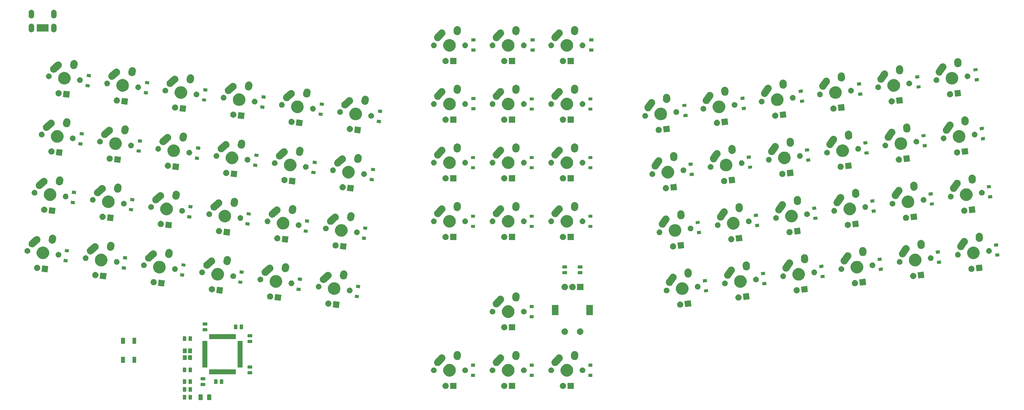
<source format=gbs>
G04 #@! TF.GenerationSoftware,KiCad,Pcbnew,(5.1.4)-1*
G04 #@! TF.CreationDate,2021-01-15T22:15:28-05:00*
G04 #@! TF.ProjectId,proto,70726f74-6f2e-46b6-9963-61645f706362,rev?*
G04 #@! TF.SameCoordinates,Original*
G04 #@! TF.FileFunction,Soldermask,Bot*
G04 #@! TF.FilePolarity,Negative*
%FSLAX46Y46*%
G04 Gerber Fmt 4.6, Leading zero omitted, Abs format (unit mm)*
G04 Created by KiCad (PCBNEW (5.1.4)-1) date 2021-01-15 22:15:28*
%MOMM*%
%LPD*%
G04 APERTURE LIST*
%ADD10C,0.100000*%
G04 APERTURE END LIST*
D10*
G36*
X60973604Y-155288347D02*
G01*
X61010144Y-155299432D01*
X61043821Y-155317433D01*
X61073341Y-155341659D01*
X61097567Y-155371179D01*
X61115568Y-155404856D01*
X61126653Y-155441396D01*
X61131000Y-155485538D01*
X61131000Y-156934462D01*
X61126653Y-156978604D01*
X61115568Y-157015144D01*
X61097567Y-157048821D01*
X61073341Y-157078341D01*
X61043821Y-157102567D01*
X61010144Y-157120568D01*
X60973604Y-157131653D01*
X60929462Y-157136000D01*
X59980538Y-157136000D01*
X59936396Y-157131653D01*
X59899856Y-157120568D01*
X59866179Y-157102567D01*
X59836659Y-157078341D01*
X59812433Y-157048821D01*
X59794432Y-157015144D01*
X59783347Y-156978604D01*
X59779000Y-156934462D01*
X59779000Y-155485538D01*
X59783347Y-155441396D01*
X59794432Y-155404856D01*
X59812433Y-155371179D01*
X59836659Y-155341659D01*
X59866179Y-155317433D01*
X59899856Y-155299432D01*
X59936396Y-155288347D01*
X59980538Y-155284000D01*
X60929462Y-155284000D01*
X60973604Y-155288347D01*
X60973604Y-155288347D01*
G37*
G36*
X58173604Y-155288347D02*
G01*
X58210144Y-155299432D01*
X58243821Y-155317433D01*
X58273341Y-155341659D01*
X58297567Y-155371179D01*
X58315568Y-155404856D01*
X58326653Y-155441396D01*
X58331000Y-155485538D01*
X58331000Y-156934462D01*
X58326653Y-156978604D01*
X58315568Y-157015144D01*
X58297567Y-157048821D01*
X58273341Y-157078341D01*
X58243821Y-157102567D01*
X58210144Y-157120568D01*
X58173604Y-157131653D01*
X58129462Y-157136000D01*
X57180538Y-157136000D01*
X57136396Y-157131653D01*
X57099856Y-157120568D01*
X57066179Y-157102567D01*
X57036659Y-157078341D01*
X57012433Y-157048821D01*
X56994432Y-157015144D01*
X56983347Y-156978604D01*
X56979000Y-156934462D01*
X56979000Y-155485538D01*
X56983347Y-155441396D01*
X56994432Y-155404856D01*
X57012433Y-155371179D01*
X57036659Y-155341659D01*
X57066179Y-155317433D01*
X57099856Y-155299432D01*
X57136396Y-155288347D01*
X57180538Y-155284000D01*
X58129462Y-155284000D01*
X58173604Y-155288347D01*
X58173604Y-155288347D01*
G37*
G36*
X54649468Y-155463565D02*
G01*
X54688138Y-155475296D01*
X54723777Y-155494346D01*
X54755017Y-155519983D01*
X54780654Y-155551223D01*
X54799704Y-155586862D01*
X54811435Y-155625532D01*
X54816000Y-155671888D01*
X54816000Y-156748112D01*
X54811435Y-156794468D01*
X54799704Y-156833138D01*
X54780654Y-156868777D01*
X54755017Y-156900017D01*
X54723777Y-156925654D01*
X54688138Y-156944704D01*
X54649468Y-156956435D01*
X54603112Y-156961000D01*
X53951888Y-156961000D01*
X53905532Y-156956435D01*
X53866862Y-156944704D01*
X53831223Y-156925654D01*
X53799983Y-156900017D01*
X53774346Y-156868777D01*
X53755296Y-156833138D01*
X53743565Y-156794468D01*
X53739000Y-156748112D01*
X53739000Y-155671888D01*
X53743565Y-155625532D01*
X53755296Y-155586862D01*
X53774346Y-155551223D01*
X53799983Y-155519983D01*
X53831223Y-155494346D01*
X53866862Y-155475296D01*
X53905532Y-155463565D01*
X53951888Y-155459000D01*
X54603112Y-155459000D01*
X54649468Y-155463565D01*
X54649468Y-155463565D01*
G37*
G36*
X52774468Y-155463565D02*
G01*
X52813138Y-155475296D01*
X52848777Y-155494346D01*
X52880017Y-155519983D01*
X52905654Y-155551223D01*
X52924704Y-155586862D01*
X52936435Y-155625532D01*
X52941000Y-155671888D01*
X52941000Y-156748112D01*
X52936435Y-156794468D01*
X52924704Y-156833138D01*
X52905654Y-156868777D01*
X52880017Y-156900017D01*
X52848777Y-156925654D01*
X52813138Y-156944704D01*
X52774468Y-156956435D01*
X52728112Y-156961000D01*
X52076888Y-156961000D01*
X52030532Y-156956435D01*
X51991862Y-156944704D01*
X51956223Y-156925654D01*
X51924983Y-156900017D01*
X51899346Y-156868777D01*
X51880296Y-156833138D01*
X51868565Y-156794468D01*
X51864000Y-156748112D01*
X51864000Y-155671888D01*
X51868565Y-155625532D01*
X51880296Y-155586862D01*
X51899346Y-155551223D01*
X51924983Y-155519983D01*
X51956223Y-155494346D01*
X51991862Y-155475296D01*
X52030532Y-155463565D01*
X52076888Y-155459000D01*
X52728112Y-155459000D01*
X52774468Y-155463565D01*
X52774468Y-155463565D01*
G37*
G36*
X52774468Y-152923565D02*
G01*
X52813138Y-152935296D01*
X52848777Y-152954346D01*
X52880017Y-152979983D01*
X52905654Y-153011223D01*
X52924704Y-153046862D01*
X52936435Y-153085532D01*
X52941000Y-153131888D01*
X52941000Y-154208112D01*
X52936435Y-154254468D01*
X52924704Y-154293138D01*
X52905654Y-154328777D01*
X52880017Y-154360017D01*
X52848777Y-154385654D01*
X52813138Y-154404704D01*
X52774468Y-154416435D01*
X52728112Y-154421000D01*
X52076888Y-154421000D01*
X52030532Y-154416435D01*
X51991862Y-154404704D01*
X51956223Y-154385654D01*
X51924983Y-154360017D01*
X51899346Y-154328777D01*
X51880296Y-154293138D01*
X51868565Y-154254468D01*
X51864000Y-154208112D01*
X51864000Y-153131888D01*
X51868565Y-153085532D01*
X51880296Y-153046862D01*
X51899346Y-153011223D01*
X51924983Y-152979983D01*
X51956223Y-152954346D01*
X51991862Y-152935296D01*
X52030532Y-152923565D01*
X52076888Y-152919000D01*
X52728112Y-152919000D01*
X52774468Y-152923565D01*
X52774468Y-152923565D01*
G37*
G36*
X54649468Y-152923565D02*
G01*
X54688138Y-152935296D01*
X54723777Y-152954346D01*
X54755017Y-152979983D01*
X54780654Y-153011223D01*
X54799704Y-153046862D01*
X54811435Y-153085532D01*
X54816000Y-153131888D01*
X54816000Y-154208112D01*
X54811435Y-154254468D01*
X54799704Y-154293138D01*
X54780654Y-154328777D01*
X54755017Y-154360017D01*
X54723777Y-154385654D01*
X54688138Y-154404704D01*
X54649468Y-154416435D01*
X54603112Y-154421000D01*
X53951888Y-154421000D01*
X53905532Y-154416435D01*
X53866862Y-154404704D01*
X53831223Y-154385654D01*
X53799983Y-154360017D01*
X53774346Y-154328777D01*
X53755296Y-154293138D01*
X53743565Y-154254468D01*
X53739000Y-154208112D01*
X53739000Y-153131888D01*
X53743565Y-153085532D01*
X53755296Y-153046862D01*
X53774346Y-153011223D01*
X53799983Y-152979983D01*
X53831223Y-152954346D01*
X53866862Y-152935296D01*
X53905532Y-152923565D01*
X53951888Y-152919000D01*
X54603112Y-152919000D01*
X54649468Y-152923565D01*
X54649468Y-152923565D01*
G37*
G36*
X137287225Y-151532928D02*
G01*
X137453510Y-151566003D01*
X137636136Y-151641649D01*
X137800494Y-151751470D01*
X137940270Y-151891246D01*
X138050091Y-152055604D01*
X138125737Y-152238230D01*
X138164300Y-152432104D01*
X138164300Y-152629776D01*
X138125737Y-152823650D01*
X138050091Y-153006276D01*
X137940270Y-153170634D01*
X137800494Y-153310410D01*
X137636136Y-153420231D01*
X137453510Y-153495877D01*
X137287225Y-153528952D01*
X137259637Y-153534440D01*
X137061963Y-153534440D01*
X137034375Y-153528952D01*
X136868090Y-153495877D01*
X136685464Y-153420231D01*
X136521106Y-153310410D01*
X136381330Y-153170634D01*
X136271509Y-153006276D01*
X136195863Y-152823650D01*
X136157300Y-152629776D01*
X136157300Y-152432104D01*
X136195863Y-152238230D01*
X136271509Y-152055604D01*
X136381330Y-151891246D01*
X136521106Y-151751470D01*
X136685464Y-151641649D01*
X136868090Y-151566003D01*
X137034375Y-151532928D01*
X137061963Y-151527440D01*
X137259637Y-151527440D01*
X137287225Y-151532928D01*
X137287225Y-151532928D01*
G37*
G36*
X175387225Y-151532928D02*
G01*
X175553510Y-151566003D01*
X175736136Y-151641649D01*
X175900494Y-151751470D01*
X176040270Y-151891246D01*
X176150091Y-152055604D01*
X176225737Y-152238230D01*
X176264300Y-152432104D01*
X176264300Y-152629776D01*
X176225737Y-152823650D01*
X176150091Y-153006276D01*
X176040270Y-153170634D01*
X175900494Y-153310410D01*
X175736136Y-153420231D01*
X175553510Y-153495877D01*
X175387225Y-153528952D01*
X175359637Y-153534440D01*
X175161963Y-153534440D01*
X175134375Y-153528952D01*
X174968090Y-153495877D01*
X174785464Y-153420231D01*
X174621106Y-153310410D01*
X174481330Y-153170634D01*
X174371509Y-153006276D01*
X174295863Y-152823650D01*
X174257300Y-152629776D01*
X174257300Y-152432104D01*
X174295863Y-152238230D01*
X174371509Y-152055604D01*
X174481330Y-151891246D01*
X174621106Y-151751470D01*
X174785464Y-151641649D01*
X174968090Y-151566003D01*
X175134375Y-151532928D01*
X175161963Y-151527440D01*
X175359637Y-151527440D01*
X175387225Y-151532928D01*
X175387225Y-151532928D01*
G37*
G36*
X178804300Y-153534440D02*
G01*
X176797300Y-153534440D01*
X176797300Y-151527440D01*
X178804300Y-151527440D01*
X178804300Y-153534440D01*
X178804300Y-153534440D01*
G37*
G36*
X159754300Y-153534440D02*
G01*
X157747300Y-153534440D01*
X157747300Y-151527440D01*
X159754300Y-151527440D01*
X159754300Y-153534440D01*
X159754300Y-153534440D01*
G37*
G36*
X140704300Y-153534440D02*
G01*
X138697300Y-153534440D01*
X138697300Y-151527440D01*
X140704300Y-151527440D01*
X140704300Y-153534440D01*
X140704300Y-153534440D01*
G37*
G36*
X156337225Y-151532928D02*
G01*
X156503510Y-151566003D01*
X156686136Y-151641649D01*
X156850494Y-151751470D01*
X156990270Y-151891246D01*
X157100091Y-152055604D01*
X157175737Y-152238230D01*
X157214300Y-152432104D01*
X157214300Y-152629776D01*
X157175737Y-152823650D01*
X157100091Y-153006276D01*
X156990270Y-153170634D01*
X156850494Y-153310410D01*
X156686136Y-153420231D01*
X156503510Y-153495877D01*
X156337225Y-153528952D01*
X156309637Y-153534440D01*
X156111963Y-153534440D01*
X156084375Y-153528952D01*
X155918090Y-153495877D01*
X155735464Y-153420231D01*
X155571106Y-153310410D01*
X155431330Y-153170634D01*
X155321509Y-153006276D01*
X155245863Y-152823650D01*
X155207300Y-152629776D01*
X155207300Y-152432104D01*
X155245863Y-152238230D01*
X155321509Y-152055604D01*
X155431330Y-151891246D01*
X155571106Y-151751470D01*
X155735464Y-151641649D01*
X155918090Y-151566003D01*
X156084375Y-151532928D01*
X156111963Y-151527440D01*
X156309637Y-151527440D01*
X156337225Y-151532928D01*
X156337225Y-151532928D01*
G37*
G36*
X59004468Y-151533565D02*
G01*
X59043138Y-151545296D01*
X59078777Y-151564346D01*
X59110017Y-151589983D01*
X59135654Y-151621223D01*
X59154704Y-151656862D01*
X59166435Y-151695532D01*
X59171000Y-151741888D01*
X59171000Y-152393112D01*
X59166435Y-152439468D01*
X59154704Y-152478138D01*
X59135654Y-152513777D01*
X59110017Y-152545017D01*
X59078777Y-152570654D01*
X59043138Y-152589704D01*
X59004468Y-152601435D01*
X58958112Y-152606000D01*
X57881888Y-152606000D01*
X57835532Y-152601435D01*
X57796862Y-152589704D01*
X57761223Y-152570654D01*
X57729983Y-152545017D01*
X57704346Y-152513777D01*
X57685296Y-152478138D01*
X57673565Y-152439468D01*
X57669000Y-152393112D01*
X57669000Y-151741888D01*
X57673565Y-151695532D01*
X57685296Y-151656862D01*
X57704346Y-151621223D01*
X57729983Y-151589983D01*
X57761223Y-151564346D01*
X57796862Y-151545296D01*
X57835532Y-151533565D01*
X57881888Y-151529000D01*
X58958112Y-151529000D01*
X59004468Y-151533565D01*
X59004468Y-151533565D01*
G37*
G36*
X54649468Y-150383565D02*
G01*
X54688138Y-150395296D01*
X54723777Y-150414346D01*
X54755017Y-150439983D01*
X54780654Y-150471223D01*
X54799704Y-150506862D01*
X54811435Y-150545532D01*
X54816000Y-150591888D01*
X54816000Y-151668112D01*
X54811435Y-151714468D01*
X54799704Y-151753138D01*
X54780654Y-151788777D01*
X54755017Y-151820017D01*
X54723777Y-151845654D01*
X54688138Y-151864704D01*
X54649468Y-151876435D01*
X54603112Y-151881000D01*
X53951888Y-151881000D01*
X53905532Y-151876435D01*
X53866862Y-151864704D01*
X53831223Y-151845654D01*
X53799983Y-151820017D01*
X53774346Y-151788777D01*
X53755296Y-151753138D01*
X53743565Y-151714468D01*
X53739000Y-151668112D01*
X53739000Y-150591888D01*
X53743565Y-150545532D01*
X53755296Y-150506862D01*
X53774346Y-150471223D01*
X53799983Y-150439983D01*
X53831223Y-150414346D01*
X53866862Y-150395296D01*
X53905532Y-150383565D01*
X53951888Y-150379000D01*
X54603112Y-150379000D01*
X54649468Y-150383565D01*
X54649468Y-150383565D01*
G37*
G36*
X64809468Y-150383565D02*
G01*
X64848138Y-150395296D01*
X64883777Y-150414346D01*
X64915017Y-150439983D01*
X64940654Y-150471223D01*
X64959704Y-150506862D01*
X64971435Y-150545532D01*
X64976000Y-150591888D01*
X64976000Y-151668112D01*
X64971435Y-151714468D01*
X64959704Y-151753138D01*
X64940654Y-151788777D01*
X64915017Y-151820017D01*
X64883777Y-151845654D01*
X64848138Y-151864704D01*
X64809468Y-151876435D01*
X64763112Y-151881000D01*
X64111888Y-151881000D01*
X64065532Y-151876435D01*
X64026862Y-151864704D01*
X63991223Y-151845654D01*
X63959983Y-151820017D01*
X63934346Y-151788777D01*
X63915296Y-151753138D01*
X63903565Y-151714468D01*
X63899000Y-151668112D01*
X63899000Y-150591888D01*
X63903565Y-150545532D01*
X63915296Y-150506862D01*
X63934346Y-150471223D01*
X63959983Y-150439983D01*
X63991223Y-150414346D01*
X64026862Y-150395296D01*
X64065532Y-150383565D01*
X64111888Y-150379000D01*
X64763112Y-150379000D01*
X64809468Y-150383565D01*
X64809468Y-150383565D01*
G37*
G36*
X62934468Y-150383565D02*
G01*
X62973138Y-150395296D01*
X63008777Y-150414346D01*
X63040017Y-150439983D01*
X63065654Y-150471223D01*
X63084704Y-150506862D01*
X63096435Y-150545532D01*
X63101000Y-150591888D01*
X63101000Y-151668112D01*
X63096435Y-151714468D01*
X63084704Y-151753138D01*
X63065654Y-151788777D01*
X63040017Y-151820017D01*
X63008777Y-151845654D01*
X62973138Y-151864704D01*
X62934468Y-151876435D01*
X62888112Y-151881000D01*
X62236888Y-151881000D01*
X62190532Y-151876435D01*
X62151862Y-151864704D01*
X62116223Y-151845654D01*
X62084983Y-151820017D01*
X62059346Y-151788777D01*
X62040296Y-151753138D01*
X62028565Y-151714468D01*
X62024000Y-151668112D01*
X62024000Y-150591888D01*
X62028565Y-150545532D01*
X62040296Y-150506862D01*
X62059346Y-150471223D01*
X62084983Y-150439983D01*
X62116223Y-150414346D01*
X62151862Y-150395296D01*
X62190532Y-150383565D01*
X62236888Y-150379000D01*
X62888112Y-150379000D01*
X62934468Y-150383565D01*
X62934468Y-150383565D01*
G37*
G36*
X52774468Y-150383565D02*
G01*
X52813138Y-150395296D01*
X52848777Y-150414346D01*
X52880017Y-150439983D01*
X52905654Y-150471223D01*
X52924704Y-150506862D01*
X52936435Y-150545532D01*
X52941000Y-150591888D01*
X52941000Y-151668112D01*
X52936435Y-151714468D01*
X52924704Y-151753138D01*
X52905654Y-151788777D01*
X52880017Y-151820017D01*
X52848777Y-151845654D01*
X52813138Y-151864704D01*
X52774468Y-151876435D01*
X52728112Y-151881000D01*
X52076888Y-151881000D01*
X52030532Y-151876435D01*
X51991862Y-151864704D01*
X51956223Y-151845654D01*
X51924983Y-151820017D01*
X51899346Y-151788777D01*
X51880296Y-151753138D01*
X51868565Y-151714468D01*
X51864000Y-151668112D01*
X51864000Y-150591888D01*
X51868565Y-150545532D01*
X51880296Y-150506862D01*
X51899346Y-150471223D01*
X51924983Y-150439983D01*
X51956223Y-150414346D01*
X51991862Y-150395296D01*
X52030532Y-150383565D01*
X52076888Y-150379000D01*
X52728112Y-150379000D01*
X52774468Y-150383565D01*
X52774468Y-150383565D01*
G37*
G36*
X59004468Y-149658565D02*
G01*
X59043138Y-149670296D01*
X59078777Y-149689346D01*
X59110017Y-149714983D01*
X59135654Y-149746223D01*
X59154704Y-149781862D01*
X59166435Y-149820532D01*
X59171000Y-149866888D01*
X59171000Y-150518112D01*
X59166435Y-150564468D01*
X59154704Y-150603138D01*
X59135654Y-150638777D01*
X59110017Y-150670017D01*
X59078777Y-150695654D01*
X59043138Y-150714704D01*
X59004468Y-150726435D01*
X58958112Y-150731000D01*
X57881888Y-150731000D01*
X57835532Y-150726435D01*
X57796862Y-150714704D01*
X57761223Y-150695654D01*
X57729983Y-150670017D01*
X57704346Y-150638777D01*
X57685296Y-150603138D01*
X57673565Y-150564468D01*
X57669000Y-150518112D01*
X57669000Y-149866888D01*
X57673565Y-149820532D01*
X57685296Y-149781862D01*
X57704346Y-149746223D01*
X57729983Y-149714983D01*
X57761223Y-149689346D01*
X57796862Y-149670296D01*
X57835532Y-149658565D01*
X57881888Y-149654000D01*
X58958112Y-149654000D01*
X59004468Y-149658565D01*
X59004468Y-149658565D01*
G37*
G36*
X184801800Y-149601940D02*
G01*
X183499800Y-149601940D01*
X183499800Y-148599940D01*
X184801800Y-148599940D01*
X184801800Y-149601940D01*
X184801800Y-149601940D01*
G37*
G36*
X165751800Y-149601940D02*
G01*
X164449800Y-149601940D01*
X164449800Y-148599940D01*
X165751800Y-148599940D01*
X165751800Y-149601940D01*
X165751800Y-149601940D01*
G37*
G36*
X146701800Y-149601940D02*
G01*
X145399800Y-149601940D01*
X145399800Y-148599940D01*
X146701800Y-148599940D01*
X146701800Y-149601940D01*
X146701800Y-149601940D01*
G37*
G36*
X139027274Y-145484624D02*
G01*
X139245274Y-145574923D01*
X139399423Y-145638773D01*
X139734348Y-145862563D01*
X140019177Y-146147392D01*
X140242967Y-146482317D01*
X140275362Y-146560526D01*
X140397116Y-146854466D01*
X140475700Y-147249534D01*
X140475700Y-147652346D01*
X140397116Y-148047414D01*
X140346251Y-148170212D01*
X140242967Y-148419563D01*
X140019177Y-148754488D01*
X139734348Y-149039317D01*
X139399423Y-149263107D01*
X139245274Y-149326957D01*
X139027274Y-149417256D01*
X138632206Y-149495840D01*
X138229394Y-149495840D01*
X137834326Y-149417256D01*
X137616326Y-149326957D01*
X137462177Y-149263107D01*
X137127252Y-149039317D01*
X136842423Y-148754488D01*
X136618633Y-148419563D01*
X136515349Y-148170212D01*
X136464484Y-148047414D01*
X136385900Y-147652346D01*
X136385900Y-147249534D01*
X136464484Y-146854466D01*
X136586238Y-146560526D01*
X136618633Y-146482317D01*
X136842423Y-146147392D01*
X137127252Y-145862563D01*
X137462177Y-145638773D01*
X137616326Y-145574923D01*
X137834326Y-145484624D01*
X138229394Y-145406040D01*
X138632206Y-145406040D01*
X139027274Y-145484624D01*
X139027274Y-145484624D01*
G37*
G36*
X158077274Y-145484624D02*
G01*
X158295274Y-145574923D01*
X158449423Y-145638773D01*
X158784348Y-145862563D01*
X159069177Y-146147392D01*
X159292967Y-146482317D01*
X159325362Y-146560526D01*
X159447116Y-146854466D01*
X159525700Y-147249534D01*
X159525700Y-147652346D01*
X159447116Y-148047414D01*
X159396251Y-148170212D01*
X159292967Y-148419563D01*
X159069177Y-148754488D01*
X158784348Y-149039317D01*
X158449423Y-149263107D01*
X158295274Y-149326957D01*
X158077274Y-149417256D01*
X157682206Y-149495840D01*
X157279394Y-149495840D01*
X156884326Y-149417256D01*
X156666326Y-149326957D01*
X156512177Y-149263107D01*
X156177252Y-149039317D01*
X155892423Y-148754488D01*
X155668633Y-148419563D01*
X155565349Y-148170212D01*
X155514484Y-148047414D01*
X155435900Y-147652346D01*
X155435900Y-147249534D01*
X155514484Y-146854466D01*
X155636238Y-146560526D01*
X155668633Y-146482317D01*
X155892423Y-146147392D01*
X156177252Y-145862563D01*
X156512177Y-145638773D01*
X156666326Y-145574923D01*
X156884326Y-145484624D01*
X157279394Y-145406040D01*
X157682206Y-145406040D01*
X158077274Y-145484624D01*
X158077274Y-145484624D01*
G37*
G36*
X177127274Y-145484624D02*
G01*
X177345274Y-145574923D01*
X177499423Y-145638773D01*
X177834348Y-145862563D01*
X178119177Y-146147392D01*
X178342967Y-146482317D01*
X178375362Y-146560526D01*
X178497116Y-146854466D01*
X178575700Y-147249534D01*
X178575700Y-147652346D01*
X178497116Y-148047414D01*
X178446251Y-148170212D01*
X178342967Y-148419563D01*
X178119177Y-148754488D01*
X177834348Y-149039317D01*
X177499423Y-149263107D01*
X177345274Y-149326957D01*
X177127274Y-149417256D01*
X176732206Y-149495840D01*
X176329394Y-149495840D01*
X175934326Y-149417256D01*
X175716326Y-149326957D01*
X175562177Y-149263107D01*
X175227252Y-149039317D01*
X174942423Y-148754488D01*
X174718633Y-148419563D01*
X174615349Y-148170212D01*
X174564484Y-148047414D01*
X174485900Y-147652346D01*
X174485900Y-147249534D01*
X174564484Y-146854466D01*
X174686238Y-146560526D01*
X174718633Y-146482317D01*
X174942423Y-146147392D01*
X175227252Y-145862563D01*
X175562177Y-145638773D01*
X175716326Y-145574923D01*
X175934326Y-145484624D01*
X176329394Y-145406040D01*
X176732206Y-145406040D01*
X177127274Y-145484624D01*
X177127274Y-145484624D01*
G37*
G36*
X74244468Y-147723565D02*
G01*
X74283138Y-147735296D01*
X74318777Y-147754346D01*
X74350017Y-147779983D01*
X74375654Y-147811223D01*
X74394704Y-147846862D01*
X74406435Y-147885532D01*
X74411000Y-147931888D01*
X74411000Y-148583112D01*
X74406435Y-148629468D01*
X74394704Y-148668138D01*
X74375654Y-148703777D01*
X74350017Y-148735017D01*
X74318777Y-148760654D01*
X74283138Y-148779704D01*
X74244468Y-148791435D01*
X74198112Y-148796000D01*
X73121888Y-148796000D01*
X73075532Y-148791435D01*
X73036862Y-148779704D01*
X73001223Y-148760654D01*
X72969983Y-148735017D01*
X72944346Y-148703777D01*
X72925296Y-148668138D01*
X72913565Y-148629468D01*
X72909000Y-148583112D01*
X72909000Y-147931888D01*
X72913565Y-147885532D01*
X72925296Y-147846862D01*
X72944346Y-147811223D01*
X72969983Y-147779983D01*
X73001223Y-147754346D01*
X73036862Y-147735296D01*
X73075532Y-147723565D01*
X73121888Y-147719000D01*
X74198112Y-147719000D01*
X74244468Y-147723565D01*
X74244468Y-147723565D01*
G37*
G36*
X69096000Y-148741000D02*
G01*
X60444000Y-148741000D01*
X60444000Y-147139000D01*
X69096000Y-147139000D01*
X69096000Y-148741000D01*
X69096000Y-148741000D01*
G37*
G36*
X181880904Y-146560525D02*
G01*
X182049426Y-146630329D01*
X182201091Y-146731668D01*
X182330072Y-146860649D01*
X182431411Y-147012314D01*
X182501215Y-147180836D01*
X182536800Y-147359737D01*
X182536800Y-147542143D01*
X182501215Y-147721044D01*
X182431411Y-147889566D01*
X182330072Y-148041231D01*
X182201091Y-148170212D01*
X182049426Y-148271551D01*
X181880904Y-148341355D01*
X181702003Y-148376940D01*
X181519597Y-148376940D01*
X181340696Y-148341355D01*
X181172174Y-148271551D01*
X181020509Y-148170212D01*
X180891528Y-148041231D01*
X180790189Y-147889566D01*
X180720385Y-147721044D01*
X180684800Y-147542143D01*
X180684800Y-147359737D01*
X180720385Y-147180836D01*
X180790189Y-147012314D01*
X180891528Y-146860649D01*
X181020509Y-146731668D01*
X181172174Y-146630329D01*
X181340696Y-146560525D01*
X181519597Y-146524940D01*
X181702003Y-146524940D01*
X181880904Y-146560525D01*
X181880904Y-146560525D01*
G37*
G36*
X162830904Y-146560525D02*
G01*
X162999426Y-146630329D01*
X163151091Y-146731668D01*
X163280072Y-146860649D01*
X163381411Y-147012314D01*
X163451215Y-147180836D01*
X163486800Y-147359737D01*
X163486800Y-147542143D01*
X163451215Y-147721044D01*
X163381411Y-147889566D01*
X163280072Y-148041231D01*
X163151091Y-148170212D01*
X162999426Y-148271551D01*
X162830904Y-148341355D01*
X162652003Y-148376940D01*
X162469597Y-148376940D01*
X162290696Y-148341355D01*
X162122174Y-148271551D01*
X161970509Y-148170212D01*
X161841528Y-148041231D01*
X161740189Y-147889566D01*
X161670385Y-147721044D01*
X161634800Y-147542143D01*
X161634800Y-147359737D01*
X161670385Y-147180836D01*
X161740189Y-147012314D01*
X161841528Y-146860649D01*
X161970509Y-146731668D01*
X162122174Y-146630329D01*
X162290696Y-146560525D01*
X162469597Y-146524940D01*
X162652003Y-146524940D01*
X162830904Y-146560525D01*
X162830904Y-146560525D01*
G37*
G36*
X133620904Y-146560525D02*
G01*
X133789426Y-146630329D01*
X133941091Y-146731668D01*
X134070072Y-146860649D01*
X134171411Y-147012314D01*
X134241215Y-147180836D01*
X134276800Y-147359737D01*
X134276800Y-147542143D01*
X134241215Y-147721044D01*
X134171411Y-147889566D01*
X134070072Y-148041231D01*
X133941091Y-148170212D01*
X133789426Y-148271551D01*
X133620904Y-148341355D01*
X133442003Y-148376940D01*
X133259597Y-148376940D01*
X133080696Y-148341355D01*
X132912174Y-148271551D01*
X132760509Y-148170212D01*
X132631528Y-148041231D01*
X132530189Y-147889566D01*
X132460385Y-147721044D01*
X132424800Y-147542143D01*
X132424800Y-147359737D01*
X132460385Y-147180836D01*
X132530189Y-147012314D01*
X132631528Y-146860649D01*
X132760509Y-146731668D01*
X132912174Y-146630329D01*
X133080696Y-146560525D01*
X133259597Y-146524940D01*
X133442003Y-146524940D01*
X133620904Y-146560525D01*
X133620904Y-146560525D01*
G37*
G36*
X143780904Y-146560525D02*
G01*
X143949426Y-146630329D01*
X144101091Y-146731668D01*
X144230072Y-146860649D01*
X144331411Y-147012314D01*
X144401215Y-147180836D01*
X144436800Y-147359737D01*
X144436800Y-147542143D01*
X144401215Y-147721044D01*
X144331411Y-147889566D01*
X144230072Y-148041231D01*
X144101091Y-148170212D01*
X143949426Y-148271551D01*
X143780904Y-148341355D01*
X143602003Y-148376940D01*
X143419597Y-148376940D01*
X143240696Y-148341355D01*
X143072174Y-148271551D01*
X142920509Y-148170212D01*
X142791528Y-148041231D01*
X142690189Y-147889566D01*
X142620385Y-147721044D01*
X142584800Y-147542143D01*
X142584800Y-147359737D01*
X142620385Y-147180836D01*
X142690189Y-147012314D01*
X142791528Y-146860649D01*
X142920509Y-146731668D01*
X143072174Y-146630329D01*
X143240696Y-146560525D01*
X143419597Y-146524940D01*
X143602003Y-146524940D01*
X143780904Y-146560525D01*
X143780904Y-146560525D01*
G37*
G36*
X171720904Y-146560525D02*
G01*
X171889426Y-146630329D01*
X172041091Y-146731668D01*
X172170072Y-146860649D01*
X172271411Y-147012314D01*
X172341215Y-147180836D01*
X172376800Y-147359737D01*
X172376800Y-147542143D01*
X172341215Y-147721044D01*
X172271411Y-147889566D01*
X172170072Y-148041231D01*
X172041091Y-148170212D01*
X171889426Y-148271551D01*
X171720904Y-148341355D01*
X171542003Y-148376940D01*
X171359597Y-148376940D01*
X171180696Y-148341355D01*
X171012174Y-148271551D01*
X170860509Y-148170212D01*
X170731528Y-148041231D01*
X170630189Y-147889566D01*
X170560385Y-147721044D01*
X170524800Y-147542143D01*
X170524800Y-147359737D01*
X170560385Y-147180836D01*
X170630189Y-147012314D01*
X170731528Y-146860649D01*
X170860509Y-146731668D01*
X171012174Y-146630329D01*
X171180696Y-146560525D01*
X171359597Y-146524940D01*
X171542003Y-146524940D01*
X171720904Y-146560525D01*
X171720904Y-146560525D01*
G37*
G36*
X152670904Y-146560525D02*
G01*
X152839426Y-146630329D01*
X152991091Y-146731668D01*
X153120072Y-146860649D01*
X153221411Y-147012314D01*
X153291215Y-147180836D01*
X153326800Y-147359737D01*
X153326800Y-147542143D01*
X153291215Y-147721044D01*
X153221411Y-147889566D01*
X153120072Y-148041231D01*
X152991091Y-148170212D01*
X152839426Y-148271551D01*
X152670904Y-148341355D01*
X152492003Y-148376940D01*
X152309597Y-148376940D01*
X152130696Y-148341355D01*
X151962174Y-148271551D01*
X151810509Y-148170212D01*
X151681528Y-148041231D01*
X151580189Y-147889566D01*
X151510385Y-147721044D01*
X151474800Y-147542143D01*
X151474800Y-147359737D01*
X151510385Y-147180836D01*
X151580189Y-147012314D01*
X151681528Y-146860649D01*
X151810509Y-146731668D01*
X151962174Y-146630329D01*
X152130696Y-146560525D01*
X152309597Y-146524940D01*
X152492003Y-146524940D01*
X152670904Y-146560525D01*
X152670904Y-146560525D01*
G37*
G36*
X52774468Y-146573565D02*
G01*
X52813138Y-146585296D01*
X52848777Y-146604346D01*
X52880017Y-146629983D01*
X52905654Y-146661223D01*
X52924704Y-146696862D01*
X52936435Y-146735532D01*
X52941000Y-146781888D01*
X52941000Y-147858112D01*
X52936435Y-147904468D01*
X52924704Y-147943138D01*
X52905654Y-147978777D01*
X52880017Y-148010017D01*
X52848777Y-148035654D01*
X52813138Y-148054704D01*
X52774468Y-148066435D01*
X52728112Y-148071000D01*
X52076888Y-148071000D01*
X52030532Y-148066435D01*
X51991862Y-148054704D01*
X51956223Y-148035654D01*
X51924983Y-148010017D01*
X51899346Y-147978777D01*
X51880296Y-147943138D01*
X51868565Y-147904468D01*
X51864000Y-147858112D01*
X51864000Y-146781888D01*
X51868565Y-146735532D01*
X51880296Y-146696862D01*
X51899346Y-146661223D01*
X51924983Y-146629983D01*
X51956223Y-146604346D01*
X51991862Y-146585296D01*
X52030532Y-146573565D01*
X52076888Y-146569000D01*
X52728112Y-146569000D01*
X52774468Y-146573565D01*
X52774468Y-146573565D01*
G37*
G36*
X54649468Y-146573565D02*
G01*
X54688138Y-146585296D01*
X54723777Y-146604346D01*
X54755017Y-146629983D01*
X54780654Y-146661223D01*
X54799704Y-146696862D01*
X54811435Y-146735532D01*
X54816000Y-146781888D01*
X54816000Y-147858112D01*
X54811435Y-147904468D01*
X54799704Y-147943138D01*
X54780654Y-147978777D01*
X54755017Y-148010017D01*
X54723777Y-148035654D01*
X54688138Y-148054704D01*
X54649468Y-148066435D01*
X54603112Y-148071000D01*
X53951888Y-148071000D01*
X53905532Y-148066435D01*
X53866862Y-148054704D01*
X53831223Y-148035654D01*
X53799983Y-148010017D01*
X53774346Y-147978777D01*
X53755296Y-147943138D01*
X53743565Y-147904468D01*
X53739000Y-147858112D01*
X53739000Y-146781888D01*
X53743565Y-146735532D01*
X53755296Y-146696862D01*
X53774346Y-146661223D01*
X53799983Y-146629983D01*
X53831223Y-146604346D01*
X53866862Y-146585296D01*
X53905532Y-146573565D01*
X53951888Y-146569000D01*
X54603112Y-146569000D01*
X54649468Y-146573565D01*
X54649468Y-146573565D01*
G37*
G36*
X74244468Y-145848565D02*
G01*
X74283138Y-145860296D01*
X74318777Y-145879346D01*
X74350017Y-145904983D01*
X74375654Y-145936223D01*
X74394704Y-145971862D01*
X74406435Y-146010532D01*
X74411000Y-146056888D01*
X74411000Y-146708112D01*
X74406435Y-146754468D01*
X74394704Y-146793138D01*
X74375654Y-146828777D01*
X74350017Y-146860017D01*
X74318777Y-146885654D01*
X74283138Y-146904704D01*
X74244468Y-146916435D01*
X74198112Y-146921000D01*
X73121888Y-146921000D01*
X73075532Y-146916435D01*
X73036862Y-146904704D01*
X73001223Y-146885654D01*
X72969983Y-146860017D01*
X72944346Y-146828777D01*
X72925296Y-146793138D01*
X72913565Y-146754468D01*
X72909000Y-146708112D01*
X72909000Y-146056888D01*
X72913565Y-146010532D01*
X72925296Y-145971862D01*
X72944346Y-145936223D01*
X72969983Y-145904983D01*
X73001223Y-145879346D01*
X73036862Y-145860296D01*
X73075532Y-145848565D01*
X73121888Y-145844000D01*
X74198112Y-145844000D01*
X74244468Y-145848565D01*
X74244468Y-145848565D01*
G37*
G36*
X71271000Y-146566000D02*
G01*
X69669000Y-146566000D01*
X69669000Y-137914000D01*
X71271000Y-137914000D01*
X71271000Y-146566000D01*
X71271000Y-146566000D01*
G37*
G36*
X59871000Y-146566000D02*
G01*
X58269000Y-146566000D01*
X58269000Y-137914000D01*
X59871000Y-137914000D01*
X59871000Y-146566000D01*
X59871000Y-146566000D01*
G37*
G36*
X184801800Y-146301940D02*
G01*
X183499800Y-146301940D01*
X183499800Y-145299940D01*
X184801800Y-145299940D01*
X184801800Y-146301940D01*
X184801800Y-146301940D01*
G37*
G36*
X165751800Y-146301940D02*
G01*
X164449800Y-146301940D01*
X164449800Y-145299940D01*
X165751800Y-145299940D01*
X165751800Y-146301940D01*
X165751800Y-146301940D01*
G37*
G36*
X146701800Y-146301940D02*
G01*
X145399800Y-146301940D01*
X145399800Y-145299940D01*
X146701800Y-145299940D01*
X146701800Y-146301940D01*
X146701800Y-146301940D01*
G37*
G36*
X155004005Y-142274821D02*
G01*
X155009445Y-142274940D01*
X155096628Y-142274940D01*
X155112897Y-142278176D01*
X155131756Y-142280455D01*
X155148332Y-142281186D01*
X155233023Y-142301950D01*
X155238318Y-142303124D01*
X155323827Y-142320133D01*
X155339162Y-142326485D01*
X155357201Y-142332395D01*
X155373321Y-142336347D01*
X155452304Y-142373220D01*
X155457294Y-142375417D01*
X155537845Y-142408782D01*
X155551641Y-142418000D01*
X155568193Y-142427322D01*
X155583226Y-142434340D01*
X155653494Y-142485911D01*
X155657992Y-142489062D01*
X155730456Y-142537481D01*
X155742183Y-142549208D01*
X155756609Y-142561588D01*
X155769979Y-142571401D01*
X155769980Y-142571402D01*
X155828821Y-142635673D01*
X155832629Y-142639654D01*
X155894259Y-142701284D01*
X155903474Y-142715075D01*
X155915196Y-142730018D01*
X155926405Y-142742261D01*
X155971599Y-142816814D01*
X155974546Y-142821441D01*
X156022958Y-142893895D01*
X156029305Y-142909217D01*
X156037892Y-142926171D01*
X156046491Y-142940357D01*
X156076278Y-143022308D01*
X156078252Y-143027388D01*
X156111607Y-143107913D01*
X156111607Y-143107914D01*
X156114841Y-143124173D01*
X156119958Y-143142482D01*
X156125625Y-143158074D01*
X156138855Y-143244285D01*
X156139801Y-143249653D01*
X156156800Y-143335113D01*
X156156800Y-143351692D01*
X156158244Y-143370632D01*
X156160763Y-143387044D01*
X156156920Y-143474189D01*
X156156800Y-143479629D01*
X156156800Y-143566765D01*
X156153566Y-143583023D01*
X156151288Y-143601881D01*
X156150556Y-143618471D01*
X156129788Y-143703177D01*
X156128612Y-143708477D01*
X156111607Y-143793967D01*
X156105257Y-143809297D01*
X156099349Y-143827333D01*
X156095395Y-143843460D01*
X156058511Y-143922466D01*
X156056311Y-143927463D01*
X156022958Y-144007985D01*
X156013744Y-144021775D01*
X156004422Y-144038327D01*
X155997402Y-144053364D01*
X155945811Y-144123660D01*
X155942666Y-144128150D01*
X155894261Y-144200594D01*
X155837260Y-144257595D01*
X155832611Y-144262503D01*
X155401111Y-144743410D01*
X154507523Y-145739316D01*
X154379479Y-145856542D01*
X154341861Y-145879346D01*
X154181383Y-145976629D01*
X153963666Y-146055763D01*
X153734695Y-146090901D01*
X153503270Y-146080694D01*
X153278281Y-146025533D01*
X153173527Y-145976629D01*
X153068379Y-145927542D01*
X153002710Y-145879346D01*
X152881623Y-145790479D01*
X152807194Y-145709181D01*
X152725198Y-145619619D01*
X152643364Y-145484625D01*
X152605111Y-145421523D01*
X152525977Y-145203806D01*
X152490839Y-144974835D01*
X152501046Y-144743410D01*
X152556207Y-144518421D01*
X152607772Y-144407968D01*
X152654198Y-144308520D01*
X152654200Y-144308517D01*
X152756914Y-144168562D01*
X153512045Y-143326967D01*
X154043587Y-142734561D01*
X154054481Y-142720529D01*
X154067339Y-142701286D01*
X154124373Y-142644252D01*
X154129023Y-142639343D01*
X154144078Y-142622564D01*
X154165501Y-142602951D01*
X154169482Y-142599143D01*
X154231146Y-142537479D01*
X154244943Y-142528260D01*
X154259902Y-142516525D01*
X154272121Y-142505338D01*
X154304185Y-142485901D01*
X154346630Y-142460171D01*
X154351221Y-142457248D01*
X154423755Y-142408782D01*
X154439100Y-142402426D01*
X154456048Y-142393841D01*
X154470216Y-142385252D01*
X154470217Y-142385252D01*
X154470218Y-142385251D01*
X154552112Y-142355485D01*
X154557210Y-142353503D01*
X154637773Y-142320133D01*
X154654052Y-142316895D01*
X154672342Y-142311784D01*
X154687935Y-142306117D01*
X154774100Y-142292894D01*
X154779463Y-142291949D01*
X154864973Y-142274940D01*
X154881566Y-142274940D01*
X154900509Y-142273495D01*
X154916906Y-142270979D01*
X155004005Y-142274821D01*
X155004005Y-142274821D01*
G37*
G36*
X135954005Y-142274821D02*
G01*
X135959445Y-142274940D01*
X136046628Y-142274940D01*
X136062897Y-142278176D01*
X136081756Y-142280455D01*
X136098332Y-142281186D01*
X136183023Y-142301950D01*
X136188318Y-142303124D01*
X136273827Y-142320133D01*
X136289162Y-142326485D01*
X136307201Y-142332395D01*
X136323321Y-142336347D01*
X136402304Y-142373220D01*
X136407294Y-142375417D01*
X136487845Y-142408782D01*
X136501641Y-142418000D01*
X136518193Y-142427322D01*
X136533226Y-142434340D01*
X136603494Y-142485911D01*
X136607992Y-142489062D01*
X136680456Y-142537481D01*
X136692183Y-142549208D01*
X136706609Y-142561588D01*
X136719979Y-142571401D01*
X136719980Y-142571402D01*
X136778821Y-142635673D01*
X136782629Y-142639654D01*
X136844259Y-142701284D01*
X136853474Y-142715075D01*
X136865196Y-142730018D01*
X136876405Y-142742261D01*
X136921599Y-142816814D01*
X136924546Y-142821441D01*
X136972958Y-142893895D01*
X136979305Y-142909217D01*
X136987892Y-142926171D01*
X136996491Y-142940357D01*
X137026278Y-143022308D01*
X137028252Y-143027388D01*
X137061607Y-143107913D01*
X137061607Y-143107914D01*
X137064841Y-143124173D01*
X137069958Y-143142482D01*
X137075625Y-143158074D01*
X137088855Y-143244285D01*
X137089801Y-143249653D01*
X137106800Y-143335113D01*
X137106800Y-143351692D01*
X137108244Y-143370632D01*
X137110763Y-143387044D01*
X137106920Y-143474189D01*
X137106800Y-143479629D01*
X137106800Y-143566765D01*
X137103566Y-143583023D01*
X137101288Y-143601881D01*
X137100556Y-143618471D01*
X137079788Y-143703177D01*
X137078612Y-143708477D01*
X137061607Y-143793967D01*
X137055257Y-143809297D01*
X137049349Y-143827333D01*
X137045395Y-143843460D01*
X137008511Y-143922466D01*
X137006311Y-143927463D01*
X136972958Y-144007985D01*
X136963744Y-144021775D01*
X136954422Y-144038327D01*
X136947402Y-144053364D01*
X136895811Y-144123660D01*
X136892666Y-144128150D01*
X136844261Y-144200594D01*
X136787260Y-144257595D01*
X136782611Y-144262503D01*
X136351111Y-144743410D01*
X135457523Y-145739316D01*
X135329479Y-145856542D01*
X135291861Y-145879346D01*
X135131383Y-145976629D01*
X134913666Y-146055763D01*
X134684695Y-146090901D01*
X134453270Y-146080694D01*
X134228281Y-146025533D01*
X134123527Y-145976629D01*
X134018379Y-145927542D01*
X133952710Y-145879346D01*
X133831623Y-145790479D01*
X133757194Y-145709181D01*
X133675198Y-145619619D01*
X133593364Y-145484625D01*
X133555111Y-145421523D01*
X133475977Y-145203806D01*
X133440839Y-144974835D01*
X133451046Y-144743410D01*
X133506207Y-144518421D01*
X133557772Y-144407968D01*
X133604198Y-144308520D01*
X133604200Y-144308517D01*
X133706914Y-144168562D01*
X134462045Y-143326967D01*
X134993587Y-142734561D01*
X135004481Y-142720529D01*
X135017339Y-142701286D01*
X135074373Y-142644252D01*
X135079023Y-142639343D01*
X135094078Y-142622564D01*
X135115501Y-142602951D01*
X135119482Y-142599143D01*
X135181146Y-142537479D01*
X135194943Y-142528260D01*
X135209902Y-142516525D01*
X135222121Y-142505338D01*
X135254185Y-142485901D01*
X135296630Y-142460171D01*
X135301221Y-142457248D01*
X135373755Y-142408782D01*
X135389100Y-142402426D01*
X135406048Y-142393841D01*
X135420216Y-142385252D01*
X135420217Y-142385252D01*
X135420218Y-142385251D01*
X135502112Y-142355485D01*
X135507210Y-142353503D01*
X135587773Y-142320133D01*
X135604052Y-142316895D01*
X135622342Y-142311784D01*
X135637935Y-142306117D01*
X135724100Y-142292894D01*
X135729463Y-142291949D01*
X135814973Y-142274940D01*
X135831566Y-142274940D01*
X135850509Y-142273495D01*
X135866906Y-142270979D01*
X135954005Y-142274821D01*
X135954005Y-142274821D01*
G37*
G36*
X174054005Y-142274821D02*
G01*
X174059445Y-142274940D01*
X174146628Y-142274940D01*
X174162897Y-142278176D01*
X174181756Y-142280455D01*
X174198332Y-142281186D01*
X174283023Y-142301950D01*
X174288318Y-142303124D01*
X174373827Y-142320133D01*
X174389162Y-142326485D01*
X174407201Y-142332395D01*
X174423321Y-142336347D01*
X174502304Y-142373220D01*
X174507294Y-142375417D01*
X174587845Y-142408782D01*
X174601641Y-142418000D01*
X174618193Y-142427322D01*
X174633226Y-142434340D01*
X174703494Y-142485911D01*
X174707992Y-142489062D01*
X174780456Y-142537481D01*
X174792183Y-142549208D01*
X174806609Y-142561588D01*
X174819979Y-142571401D01*
X174819980Y-142571402D01*
X174878821Y-142635673D01*
X174882629Y-142639654D01*
X174944259Y-142701284D01*
X174953474Y-142715075D01*
X174965196Y-142730018D01*
X174976405Y-142742261D01*
X175021599Y-142816814D01*
X175024546Y-142821441D01*
X175072958Y-142893895D01*
X175079305Y-142909217D01*
X175087892Y-142926171D01*
X175096491Y-142940357D01*
X175126278Y-143022308D01*
X175128252Y-143027388D01*
X175161607Y-143107913D01*
X175161607Y-143107914D01*
X175164841Y-143124173D01*
X175169958Y-143142482D01*
X175175625Y-143158074D01*
X175188855Y-143244285D01*
X175189801Y-143249653D01*
X175206800Y-143335113D01*
X175206800Y-143351692D01*
X175208244Y-143370632D01*
X175210763Y-143387044D01*
X175206920Y-143474189D01*
X175206800Y-143479629D01*
X175206800Y-143566765D01*
X175203566Y-143583023D01*
X175201288Y-143601881D01*
X175200556Y-143618471D01*
X175179788Y-143703177D01*
X175178612Y-143708477D01*
X175161607Y-143793967D01*
X175155257Y-143809297D01*
X175149349Y-143827333D01*
X175145395Y-143843460D01*
X175108511Y-143922466D01*
X175106311Y-143927463D01*
X175072958Y-144007985D01*
X175063744Y-144021775D01*
X175054422Y-144038327D01*
X175047402Y-144053364D01*
X174995811Y-144123660D01*
X174992666Y-144128150D01*
X174944261Y-144200594D01*
X174887260Y-144257595D01*
X174882611Y-144262503D01*
X174451111Y-144743410D01*
X173557523Y-145739316D01*
X173429479Y-145856542D01*
X173391861Y-145879346D01*
X173231383Y-145976629D01*
X173013666Y-146055763D01*
X172784695Y-146090901D01*
X172553270Y-146080694D01*
X172328281Y-146025533D01*
X172223527Y-145976629D01*
X172118379Y-145927542D01*
X172052710Y-145879346D01*
X171931623Y-145790479D01*
X171857194Y-145709181D01*
X171775198Y-145619619D01*
X171693364Y-145484625D01*
X171655111Y-145421523D01*
X171575977Y-145203806D01*
X171540839Y-144974835D01*
X171551046Y-144743410D01*
X171606207Y-144518421D01*
X171657772Y-144407968D01*
X171704198Y-144308520D01*
X171704200Y-144308517D01*
X171806914Y-144168562D01*
X172562045Y-143326967D01*
X173093587Y-142734561D01*
X173104481Y-142720529D01*
X173117339Y-142701286D01*
X173174373Y-142644252D01*
X173179023Y-142639343D01*
X173194078Y-142622564D01*
X173215501Y-142602951D01*
X173219482Y-142599143D01*
X173281146Y-142537479D01*
X173294943Y-142528260D01*
X173309902Y-142516525D01*
X173322121Y-142505338D01*
X173354185Y-142485901D01*
X173396630Y-142460171D01*
X173401221Y-142457248D01*
X173473755Y-142408782D01*
X173489100Y-142402426D01*
X173506048Y-142393841D01*
X173520216Y-142385252D01*
X173520217Y-142385252D01*
X173520218Y-142385251D01*
X173602112Y-142355485D01*
X173607210Y-142353503D01*
X173687773Y-142320133D01*
X173704052Y-142316895D01*
X173722342Y-142311784D01*
X173737935Y-142306117D01*
X173824100Y-142292894D01*
X173829463Y-142291949D01*
X173914973Y-142274940D01*
X173931566Y-142274940D01*
X173950509Y-142273495D01*
X173966906Y-142270979D01*
X174054005Y-142274821D01*
X174054005Y-142274821D01*
G37*
G36*
X36741000Y-145021000D02*
G01*
X35539000Y-145021000D01*
X35539000Y-143119000D01*
X36741000Y-143119000D01*
X36741000Y-145021000D01*
X36741000Y-145021000D01*
G37*
G36*
X33041000Y-145021000D02*
G01*
X31839000Y-145021000D01*
X31839000Y-143119000D01*
X33041000Y-143119000D01*
X33041000Y-145021000D01*
X33041000Y-145021000D01*
G37*
G36*
X179158927Y-141193201D02*
G01*
X179179700Y-141194940D01*
X179186627Y-141194940D01*
X179281554Y-141213822D01*
X179285148Y-141214482D01*
X179380530Y-141230564D01*
X179387003Y-141233025D01*
X179407028Y-141238781D01*
X179413827Y-141240133D01*
X179476214Y-141265974D01*
X179503243Y-141277170D01*
X179506644Y-141278521D01*
X179597055Y-141312901D01*
X179602927Y-141316580D01*
X179621436Y-141326127D01*
X179627845Y-141328782D01*
X179708363Y-141382582D01*
X179711354Y-141384518D01*
X179793357Y-141435899D01*
X179798384Y-141440640D01*
X179814696Y-141453631D01*
X179820452Y-141457477D01*
X179888910Y-141525935D01*
X179891489Y-141528439D01*
X179961890Y-141594829D01*
X179965895Y-141600459D01*
X179979359Y-141616384D01*
X179984259Y-141621284D01*
X180038044Y-141701779D01*
X180040091Y-141704747D01*
X180096180Y-141783585D01*
X180099014Y-141789898D01*
X180109108Y-141808133D01*
X180112958Y-141813895D01*
X180150020Y-141903370D01*
X180151424Y-141906625D01*
X180191065Y-141994913D01*
X180192615Y-142001665D01*
X180198952Y-142021502D01*
X180201607Y-142027913D01*
X180220492Y-142122857D01*
X180221238Y-142126341D01*
X180242898Y-142220691D01*
X180242898Y-142220694D01*
X180243100Y-142227594D01*
X180245447Y-142248310D01*
X180246800Y-142255114D01*
X180246800Y-142351926D01*
X180246853Y-142355524D01*
X180247988Y-142394217D01*
X180247095Y-142407165D01*
X180246800Y-142415737D01*
X180246800Y-142486766D01*
X180240881Y-142516525D01*
X180240404Y-142518919D01*
X180238300Y-142534690D01*
X180200038Y-143089485D01*
X180171176Y-143260670D01*
X180088838Y-143477195D01*
X179965841Y-143673497D01*
X179806911Y-143842030D01*
X179618155Y-143976320D01*
X179406827Y-144071205D01*
X179181049Y-144123038D01*
X178949498Y-144129829D01*
X178949497Y-144129829D01*
X178903812Y-144122126D01*
X178721070Y-144091316D01*
X178504545Y-144008978D01*
X178308243Y-143885981D01*
X178139710Y-143727051D01*
X178005420Y-143538295D01*
X177910535Y-143326967D01*
X177858702Y-143101189D01*
X177853612Y-142927663D01*
X177894504Y-142334734D01*
X177894800Y-142326136D01*
X177894800Y-142255115D01*
X177913682Y-142160190D01*
X177914344Y-142156585D01*
X177920031Y-142122857D01*
X177930424Y-142061210D01*
X177932885Y-142054739D01*
X177938642Y-142034707D01*
X177939993Y-142027914D01*
X177942643Y-142021516D01*
X177977064Y-141938416D01*
X177978353Y-141935170D01*
X178012762Y-141844685D01*
X178016436Y-141838821D01*
X178025987Y-141820305D01*
X178028642Y-141813895D01*
X178082457Y-141733355D01*
X178084377Y-141730389D01*
X178135759Y-141648383D01*
X178140511Y-141643344D01*
X178153489Y-141627047D01*
X178157337Y-141621288D01*
X178225793Y-141552832D01*
X178228346Y-141550202D01*
X178248823Y-141528488D01*
X178294689Y-141479850D01*
X178300321Y-141475843D01*
X178316247Y-141462378D01*
X178321146Y-141457479D01*
X178401624Y-141403706D01*
X178404606Y-141401650D01*
X178483445Y-141345560D01*
X178489755Y-141342727D01*
X178507994Y-141332631D01*
X178513751Y-141328784D01*
X178513754Y-141328783D01*
X178513755Y-141328782D01*
X178603229Y-141291721D01*
X178606487Y-141290315D01*
X178694773Y-141250675D01*
X178701525Y-141249125D01*
X178721362Y-141242788D01*
X178727773Y-141240133D01*
X178822699Y-141221251D01*
X178826246Y-141220491D01*
X178920551Y-141198841D01*
X178922930Y-141198771D01*
X178927465Y-141198638D01*
X178948181Y-141196291D01*
X178954974Y-141194940D01*
X179051759Y-141194940D01*
X179055384Y-141194887D01*
X179152102Y-141192050D01*
X179158927Y-141193201D01*
X179158927Y-141193201D01*
G37*
G36*
X141058927Y-141193201D02*
G01*
X141079700Y-141194940D01*
X141086627Y-141194940D01*
X141181554Y-141213822D01*
X141185148Y-141214482D01*
X141280530Y-141230564D01*
X141287003Y-141233025D01*
X141307028Y-141238781D01*
X141313827Y-141240133D01*
X141376214Y-141265974D01*
X141403243Y-141277170D01*
X141406644Y-141278521D01*
X141497055Y-141312901D01*
X141502927Y-141316580D01*
X141521436Y-141326127D01*
X141527845Y-141328782D01*
X141608363Y-141382582D01*
X141611354Y-141384518D01*
X141693357Y-141435899D01*
X141698384Y-141440640D01*
X141714696Y-141453631D01*
X141720452Y-141457477D01*
X141788910Y-141525935D01*
X141791489Y-141528439D01*
X141861890Y-141594829D01*
X141865895Y-141600459D01*
X141879359Y-141616384D01*
X141884259Y-141621284D01*
X141938044Y-141701779D01*
X141940091Y-141704747D01*
X141996180Y-141783585D01*
X141999014Y-141789898D01*
X142009108Y-141808133D01*
X142012958Y-141813895D01*
X142050020Y-141903370D01*
X142051424Y-141906625D01*
X142091065Y-141994913D01*
X142092615Y-142001665D01*
X142098952Y-142021502D01*
X142101607Y-142027913D01*
X142120492Y-142122857D01*
X142121238Y-142126341D01*
X142142898Y-142220691D01*
X142142898Y-142220694D01*
X142143100Y-142227594D01*
X142145447Y-142248310D01*
X142146800Y-142255114D01*
X142146800Y-142351926D01*
X142146853Y-142355524D01*
X142147988Y-142394217D01*
X142147095Y-142407165D01*
X142146800Y-142415737D01*
X142146800Y-142486766D01*
X142140881Y-142516525D01*
X142140404Y-142518919D01*
X142138300Y-142534690D01*
X142100038Y-143089485D01*
X142071176Y-143260670D01*
X141988838Y-143477195D01*
X141865841Y-143673497D01*
X141706911Y-143842030D01*
X141518155Y-143976320D01*
X141306827Y-144071205D01*
X141081049Y-144123038D01*
X140849498Y-144129829D01*
X140849497Y-144129829D01*
X140803812Y-144122126D01*
X140621070Y-144091316D01*
X140404545Y-144008978D01*
X140208243Y-143885981D01*
X140039710Y-143727051D01*
X139905420Y-143538295D01*
X139810535Y-143326967D01*
X139758702Y-143101189D01*
X139753612Y-142927663D01*
X139794504Y-142334734D01*
X139794800Y-142326136D01*
X139794800Y-142255115D01*
X139813682Y-142160190D01*
X139814344Y-142156585D01*
X139820031Y-142122857D01*
X139830424Y-142061210D01*
X139832885Y-142054739D01*
X139838642Y-142034707D01*
X139839993Y-142027914D01*
X139842643Y-142021516D01*
X139877064Y-141938416D01*
X139878353Y-141935170D01*
X139912762Y-141844685D01*
X139916436Y-141838821D01*
X139925987Y-141820305D01*
X139928642Y-141813895D01*
X139982457Y-141733355D01*
X139984377Y-141730389D01*
X140035759Y-141648383D01*
X140040511Y-141643344D01*
X140053489Y-141627047D01*
X140057337Y-141621288D01*
X140125793Y-141552832D01*
X140128346Y-141550202D01*
X140148823Y-141528488D01*
X140194689Y-141479850D01*
X140200321Y-141475843D01*
X140216247Y-141462378D01*
X140221146Y-141457479D01*
X140301624Y-141403706D01*
X140304606Y-141401650D01*
X140383445Y-141345560D01*
X140389755Y-141342727D01*
X140407994Y-141332631D01*
X140413751Y-141328784D01*
X140413754Y-141328783D01*
X140413755Y-141328782D01*
X140503229Y-141291721D01*
X140506487Y-141290315D01*
X140594773Y-141250675D01*
X140601525Y-141249125D01*
X140621362Y-141242788D01*
X140627773Y-141240133D01*
X140722699Y-141221251D01*
X140726246Y-141220491D01*
X140820551Y-141198841D01*
X140822930Y-141198771D01*
X140827465Y-141198638D01*
X140848181Y-141196291D01*
X140854974Y-141194940D01*
X140951759Y-141194940D01*
X140955384Y-141194887D01*
X141052102Y-141192050D01*
X141058927Y-141193201D01*
X141058927Y-141193201D01*
G37*
G36*
X160108927Y-141193201D02*
G01*
X160129700Y-141194940D01*
X160136627Y-141194940D01*
X160231554Y-141213822D01*
X160235148Y-141214482D01*
X160330530Y-141230564D01*
X160337003Y-141233025D01*
X160357028Y-141238781D01*
X160363827Y-141240133D01*
X160426214Y-141265974D01*
X160453243Y-141277170D01*
X160456644Y-141278521D01*
X160547055Y-141312901D01*
X160552927Y-141316580D01*
X160571436Y-141326127D01*
X160577845Y-141328782D01*
X160658363Y-141382582D01*
X160661354Y-141384518D01*
X160743357Y-141435899D01*
X160748384Y-141440640D01*
X160764696Y-141453631D01*
X160770452Y-141457477D01*
X160838910Y-141525935D01*
X160841489Y-141528439D01*
X160911890Y-141594829D01*
X160915895Y-141600459D01*
X160929359Y-141616384D01*
X160934259Y-141621284D01*
X160988044Y-141701779D01*
X160990091Y-141704747D01*
X161046180Y-141783585D01*
X161049014Y-141789898D01*
X161059108Y-141808133D01*
X161062958Y-141813895D01*
X161100020Y-141903370D01*
X161101424Y-141906625D01*
X161141065Y-141994913D01*
X161142615Y-142001665D01*
X161148952Y-142021502D01*
X161151607Y-142027913D01*
X161170492Y-142122857D01*
X161171238Y-142126341D01*
X161192898Y-142220691D01*
X161192898Y-142220694D01*
X161193100Y-142227594D01*
X161195447Y-142248310D01*
X161196800Y-142255114D01*
X161196800Y-142351926D01*
X161196853Y-142355524D01*
X161197988Y-142394217D01*
X161197095Y-142407165D01*
X161196800Y-142415737D01*
X161196800Y-142486766D01*
X161190881Y-142516525D01*
X161190404Y-142518919D01*
X161188300Y-142534690D01*
X161150038Y-143089485D01*
X161121176Y-143260670D01*
X161038838Y-143477195D01*
X160915841Y-143673497D01*
X160756911Y-143842030D01*
X160568155Y-143976320D01*
X160356827Y-144071205D01*
X160131049Y-144123038D01*
X159899498Y-144129829D01*
X159899497Y-144129829D01*
X159853812Y-144122126D01*
X159671070Y-144091316D01*
X159454545Y-144008978D01*
X159258243Y-143885981D01*
X159089710Y-143727051D01*
X158955420Y-143538295D01*
X158860535Y-143326967D01*
X158808702Y-143101189D01*
X158803612Y-142927663D01*
X158844504Y-142334734D01*
X158844800Y-142326136D01*
X158844800Y-142255115D01*
X158863682Y-142160190D01*
X158864344Y-142156585D01*
X158870031Y-142122857D01*
X158880424Y-142061210D01*
X158882885Y-142054739D01*
X158888642Y-142034707D01*
X158889993Y-142027914D01*
X158892643Y-142021516D01*
X158927064Y-141938416D01*
X158928353Y-141935170D01*
X158962762Y-141844685D01*
X158966436Y-141838821D01*
X158975987Y-141820305D01*
X158978642Y-141813895D01*
X159032457Y-141733355D01*
X159034377Y-141730389D01*
X159085759Y-141648383D01*
X159090511Y-141643344D01*
X159103489Y-141627047D01*
X159107337Y-141621288D01*
X159175793Y-141552832D01*
X159178346Y-141550202D01*
X159198823Y-141528488D01*
X159244689Y-141479850D01*
X159250321Y-141475843D01*
X159266247Y-141462378D01*
X159271146Y-141457479D01*
X159351624Y-141403706D01*
X159354606Y-141401650D01*
X159433445Y-141345560D01*
X159439755Y-141342727D01*
X159457994Y-141332631D01*
X159463751Y-141328784D01*
X159463754Y-141328783D01*
X159463755Y-141328782D01*
X159553229Y-141291721D01*
X159556487Y-141290315D01*
X159644773Y-141250675D01*
X159651525Y-141249125D01*
X159671362Y-141242788D01*
X159677773Y-141240133D01*
X159772699Y-141221251D01*
X159776246Y-141220491D01*
X159870551Y-141198841D01*
X159872930Y-141198771D01*
X159877465Y-141198638D01*
X159898181Y-141196291D01*
X159904974Y-141194940D01*
X160001759Y-141194940D01*
X160005384Y-141194887D01*
X160102102Y-141192050D01*
X160108927Y-141193201D01*
X160108927Y-141193201D01*
G37*
G36*
X53141000Y-144091000D02*
G01*
X51839000Y-144091000D01*
X51839000Y-142589000D01*
X53141000Y-142589000D01*
X53141000Y-144091000D01*
X53141000Y-144091000D01*
G37*
G36*
X54841000Y-144091000D02*
G01*
X53539000Y-144091000D01*
X53539000Y-142589000D01*
X54841000Y-142589000D01*
X54841000Y-144091000D01*
X54841000Y-144091000D01*
G37*
G36*
X53141000Y-141891000D02*
G01*
X51839000Y-141891000D01*
X51839000Y-140389000D01*
X53141000Y-140389000D01*
X53141000Y-141891000D01*
X53141000Y-141891000D01*
G37*
G36*
X54841000Y-141891000D02*
G01*
X53539000Y-141891000D01*
X53539000Y-140389000D01*
X54841000Y-140389000D01*
X54841000Y-141891000D01*
X54841000Y-141891000D01*
G37*
G36*
X36741000Y-138821000D02*
G01*
X35539000Y-138821000D01*
X35539000Y-136919000D01*
X36741000Y-136919000D01*
X36741000Y-138821000D01*
X36741000Y-138821000D01*
G37*
G36*
X33041000Y-138821000D02*
G01*
X31839000Y-138821000D01*
X31839000Y-136919000D01*
X33041000Y-136919000D01*
X33041000Y-138821000D01*
X33041000Y-138821000D01*
G37*
G36*
X74244468Y-137563565D02*
G01*
X74283138Y-137575296D01*
X74318777Y-137594346D01*
X74350017Y-137619983D01*
X74375654Y-137651223D01*
X74394704Y-137686862D01*
X74406435Y-137725532D01*
X74411000Y-137771888D01*
X74411000Y-138423112D01*
X74406435Y-138469468D01*
X74394704Y-138508138D01*
X74375654Y-138543777D01*
X74350017Y-138575017D01*
X74318777Y-138600654D01*
X74283138Y-138619704D01*
X74244468Y-138631435D01*
X74198112Y-138636000D01*
X73121888Y-138636000D01*
X73075532Y-138631435D01*
X73036862Y-138619704D01*
X73001223Y-138600654D01*
X72969983Y-138575017D01*
X72944346Y-138543777D01*
X72925296Y-138508138D01*
X72913565Y-138469468D01*
X72909000Y-138423112D01*
X72909000Y-137771888D01*
X72913565Y-137725532D01*
X72925296Y-137686862D01*
X72944346Y-137651223D01*
X72969983Y-137619983D01*
X73001223Y-137594346D01*
X73036862Y-137575296D01*
X73075532Y-137563565D01*
X73121888Y-137559000D01*
X74198112Y-137559000D01*
X74244468Y-137563565D01*
X74244468Y-137563565D01*
G37*
G36*
X54649468Y-136413565D02*
G01*
X54688138Y-136425296D01*
X54723777Y-136444346D01*
X54755017Y-136469983D01*
X54780654Y-136501223D01*
X54799704Y-136536862D01*
X54811435Y-136575532D01*
X54816000Y-136621888D01*
X54816000Y-137698112D01*
X54811435Y-137744468D01*
X54799704Y-137783138D01*
X54780654Y-137818777D01*
X54755017Y-137850017D01*
X54723777Y-137875654D01*
X54688138Y-137894704D01*
X54649468Y-137906435D01*
X54603112Y-137911000D01*
X53951888Y-137911000D01*
X53905532Y-137906435D01*
X53866862Y-137894704D01*
X53831223Y-137875654D01*
X53799983Y-137850017D01*
X53774346Y-137818777D01*
X53755296Y-137783138D01*
X53743565Y-137744468D01*
X53739000Y-137698112D01*
X53739000Y-136621888D01*
X53743565Y-136575532D01*
X53755296Y-136536862D01*
X53774346Y-136501223D01*
X53799983Y-136469983D01*
X53831223Y-136444346D01*
X53866862Y-136425296D01*
X53905532Y-136413565D01*
X53951888Y-136409000D01*
X54603112Y-136409000D01*
X54649468Y-136413565D01*
X54649468Y-136413565D01*
G37*
G36*
X52774468Y-136413565D02*
G01*
X52813138Y-136425296D01*
X52848777Y-136444346D01*
X52880017Y-136469983D01*
X52905654Y-136501223D01*
X52924704Y-136536862D01*
X52936435Y-136575532D01*
X52941000Y-136621888D01*
X52941000Y-137698112D01*
X52936435Y-137744468D01*
X52924704Y-137783138D01*
X52905654Y-137818777D01*
X52880017Y-137850017D01*
X52848777Y-137875654D01*
X52813138Y-137894704D01*
X52774468Y-137906435D01*
X52728112Y-137911000D01*
X52076888Y-137911000D01*
X52030532Y-137906435D01*
X51991862Y-137894704D01*
X51956223Y-137875654D01*
X51924983Y-137850017D01*
X51899346Y-137818777D01*
X51880296Y-137783138D01*
X51868565Y-137744468D01*
X51864000Y-137698112D01*
X51864000Y-136621888D01*
X51868565Y-136575532D01*
X51880296Y-136536862D01*
X51899346Y-136501223D01*
X51924983Y-136469983D01*
X51956223Y-136444346D01*
X51991862Y-136425296D01*
X52030532Y-136413565D01*
X52076888Y-136409000D01*
X52728112Y-136409000D01*
X52774468Y-136413565D01*
X52774468Y-136413565D01*
G37*
G36*
X69096000Y-137341000D02*
G01*
X60444000Y-137341000D01*
X60444000Y-135739000D01*
X69096000Y-135739000D01*
X69096000Y-137341000D01*
X69096000Y-137341000D01*
G37*
G36*
X74244468Y-135688565D02*
G01*
X74283138Y-135700296D01*
X74318777Y-135719346D01*
X74350017Y-135744983D01*
X74375654Y-135776223D01*
X74394704Y-135811862D01*
X74406435Y-135850532D01*
X74411000Y-135896888D01*
X74411000Y-136548112D01*
X74406435Y-136594468D01*
X74394704Y-136633138D01*
X74375654Y-136668777D01*
X74350017Y-136700017D01*
X74318777Y-136725654D01*
X74283138Y-136744704D01*
X74244468Y-136756435D01*
X74198112Y-136761000D01*
X73121888Y-136761000D01*
X73075532Y-136756435D01*
X73036862Y-136744704D01*
X73001223Y-136725654D01*
X72969983Y-136700017D01*
X72944346Y-136668777D01*
X72925296Y-136633138D01*
X72913565Y-136594468D01*
X72909000Y-136548112D01*
X72909000Y-135896888D01*
X72913565Y-135850532D01*
X72925296Y-135811862D01*
X72944346Y-135776223D01*
X72969983Y-135744983D01*
X73001223Y-135719346D01*
X73036862Y-135700296D01*
X73075532Y-135688565D01*
X73121888Y-135684000D01*
X74198112Y-135684000D01*
X74244468Y-135688565D01*
X74244468Y-135688565D01*
G37*
G36*
X181154564Y-133885389D02*
G01*
X181339249Y-133961888D01*
X181345835Y-133964616D01*
X181497049Y-134065654D01*
X181517973Y-134079635D01*
X181664365Y-134226027D01*
X181779385Y-134398167D01*
X181858611Y-134589436D01*
X181899000Y-134792484D01*
X181899000Y-134999516D01*
X181858611Y-135202564D01*
X181779385Y-135393833D01*
X181779384Y-135393835D01*
X181664365Y-135565973D01*
X181517973Y-135712365D01*
X181345835Y-135827384D01*
X181345834Y-135827385D01*
X181345833Y-135827385D01*
X181154564Y-135906611D01*
X180951516Y-135947000D01*
X180744484Y-135947000D01*
X180541436Y-135906611D01*
X180350167Y-135827385D01*
X180350166Y-135827385D01*
X180350165Y-135827384D01*
X180178027Y-135712365D01*
X180031635Y-135565973D01*
X179916616Y-135393835D01*
X179916615Y-135393833D01*
X179837389Y-135202564D01*
X179797000Y-134999516D01*
X179797000Y-134792484D01*
X179837389Y-134589436D01*
X179916615Y-134398167D01*
X180031635Y-134226027D01*
X180178027Y-134079635D01*
X180198951Y-134065654D01*
X180350165Y-133964616D01*
X180356751Y-133961888D01*
X180541436Y-133885389D01*
X180744484Y-133845000D01*
X180951516Y-133845000D01*
X181154564Y-133885389D01*
X181154564Y-133885389D01*
G37*
G36*
X176154564Y-133885389D02*
G01*
X176339249Y-133961888D01*
X176345835Y-133964616D01*
X176497049Y-134065654D01*
X176517973Y-134079635D01*
X176664365Y-134226027D01*
X176779385Y-134398167D01*
X176858611Y-134589436D01*
X176899000Y-134792484D01*
X176899000Y-134999516D01*
X176858611Y-135202564D01*
X176779385Y-135393833D01*
X176779384Y-135393835D01*
X176664365Y-135565973D01*
X176517973Y-135712365D01*
X176345835Y-135827384D01*
X176345834Y-135827385D01*
X176345833Y-135827385D01*
X176154564Y-135906611D01*
X175951516Y-135947000D01*
X175744484Y-135947000D01*
X175541436Y-135906611D01*
X175350167Y-135827385D01*
X175350166Y-135827385D01*
X175350165Y-135827384D01*
X175178027Y-135712365D01*
X175031635Y-135565973D01*
X174916616Y-135393835D01*
X174916615Y-135393833D01*
X174837389Y-135202564D01*
X174797000Y-134999516D01*
X174797000Y-134792484D01*
X174837389Y-134589436D01*
X174916615Y-134398167D01*
X175031635Y-134226027D01*
X175178027Y-134079635D01*
X175198951Y-134065654D01*
X175350165Y-133964616D01*
X175356751Y-133961888D01*
X175541436Y-133885389D01*
X175744484Y-133845000D01*
X175951516Y-133845000D01*
X176154564Y-133885389D01*
X176154564Y-133885389D01*
G37*
G36*
X59639468Y-133753565D02*
G01*
X59678138Y-133765296D01*
X59713777Y-133784346D01*
X59745017Y-133809983D01*
X59770654Y-133841223D01*
X59789704Y-133876862D01*
X59801435Y-133915532D01*
X59806000Y-133961888D01*
X59806000Y-134613112D01*
X59801435Y-134659468D01*
X59789704Y-134698138D01*
X59770654Y-134733777D01*
X59745017Y-134765017D01*
X59713777Y-134790654D01*
X59678138Y-134809704D01*
X59639468Y-134821435D01*
X59593112Y-134826000D01*
X58516888Y-134826000D01*
X58470532Y-134821435D01*
X58431862Y-134809704D01*
X58396223Y-134790654D01*
X58364983Y-134765017D01*
X58339346Y-134733777D01*
X58320296Y-134698138D01*
X58308565Y-134659468D01*
X58304000Y-134613112D01*
X58304000Y-133961888D01*
X58308565Y-133915532D01*
X58320296Y-133876862D01*
X58339346Y-133841223D01*
X58364983Y-133809983D01*
X58396223Y-133784346D01*
X58431862Y-133765296D01*
X58470532Y-133753565D01*
X58516888Y-133749000D01*
X59593112Y-133749000D01*
X59639468Y-133753565D01*
X59639468Y-133753565D01*
G37*
G36*
X159754300Y-134484440D02*
G01*
X157747300Y-134484440D01*
X157747300Y-132477440D01*
X159754300Y-132477440D01*
X159754300Y-134484440D01*
X159754300Y-134484440D01*
G37*
G36*
X156337225Y-132482928D02*
G01*
X156503510Y-132516003D01*
X156686136Y-132591649D01*
X156850494Y-132701470D01*
X156990270Y-132841246D01*
X157100091Y-133005604D01*
X157175737Y-133188230D01*
X157214300Y-133382104D01*
X157214300Y-133579776D01*
X157175737Y-133773650D01*
X157100091Y-133956276D01*
X156990270Y-134120634D01*
X156850494Y-134260410D01*
X156686136Y-134370231D01*
X156503510Y-134445877D01*
X156337225Y-134478952D01*
X156309637Y-134484440D01*
X156111963Y-134484440D01*
X156084375Y-134478952D01*
X155918090Y-134445877D01*
X155735464Y-134370231D01*
X155571106Y-134260410D01*
X155431330Y-134120634D01*
X155321509Y-133956276D01*
X155245863Y-133773650D01*
X155207300Y-133579776D01*
X155207300Y-133382104D01*
X155245863Y-133188230D01*
X155321509Y-133005604D01*
X155431330Y-132841246D01*
X155571106Y-132701470D01*
X155735464Y-132591649D01*
X155918090Y-132516003D01*
X156084375Y-132482928D01*
X156111963Y-132477440D01*
X156309637Y-132477440D01*
X156337225Y-132482928D01*
X156337225Y-132482928D01*
G37*
G36*
X69386068Y-132603565D02*
G01*
X69424738Y-132615296D01*
X69460377Y-132634346D01*
X69491617Y-132659983D01*
X69517254Y-132691223D01*
X69536304Y-132726862D01*
X69548035Y-132765532D01*
X69552600Y-132811888D01*
X69552600Y-133888112D01*
X69548035Y-133934468D01*
X69536304Y-133973138D01*
X69517254Y-134008777D01*
X69491617Y-134040017D01*
X69460377Y-134065654D01*
X69424738Y-134084704D01*
X69386068Y-134096435D01*
X69339712Y-134101000D01*
X68688488Y-134101000D01*
X68642132Y-134096435D01*
X68603462Y-134084704D01*
X68567823Y-134065654D01*
X68536583Y-134040017D01*
X68510946Y-134008777D01*
X68491896Y-133973138D01*
X68480165Y-133934468D01*
X68475600Y-133888112D01*
X68475600Y-132811888D01*
X68480165Y-132765532D01*
X68491896Y-132726862D01*
X68510946Y-132691223D01*
X68536583Y-132659983D01*
X68567823Y-132634346D01*
X68603462Y-132615296D01*
X68642132Y-132603565D01*
X68688488Y-132599000D01*
X69339712Y-132599000D01*
X69386068Y-132603565D01*
X69386068Y-132603565D01*
G37*
G36*
X71261068Y-132603565D02*
G01*
X71299738Y-132615296D01*
X71335377Y-132634346D01*
X71366617Y-132659983D01*
X71392254Y-132691223D01*
X71411304Y-132726862D01*
X71423035Y-132765532D01*
X71427600Y-132811888D01*
X71427600Y-133888112D01*
X71423035Y-133934468D01*
X71411304Y-133973138D01*
X71392254Y-134008777D01*
X71366617Y-134040017D01*
X71335377Y-134065654D01*
X71299738Y-134084704D01*
X71261068Y-134096435D01*
X71214712Y-134101000D01*
X70563488Y-134101000D01*
X70517132Y-134096435D01*
X70478462Y-134084704D01*
X70442823Y-134065654D01*
X70411583Y-134040017D01*
X70385946Y-134008777D01*
X70366896Y-133973138D01*
X70355165Y-133934468D01*
X70350600Y-133888112D01*
X70350600Y-132811888D01*
X70355165Y-132765532D01*
X70366896Y-132726862D01*
X70385946Y-132691223D01*
X70411583Y-132659983D01*
X70442823Y-132634346D01*
X70478462Y-132615296D01*
X70517132Y-132603565D01*
X70563488Y-132599000D01*
X71214712Y-132599000D01*
X71261068Y-132603565D01*
X71261068Y-132603565D01*
G37*
G36*
X59639468Y-131878565D02*
G01*
X59678138Y-131890296D01*
X59713777Y-131909346D01*
X59745017Y-131934983D01*
X59770654Y-131966223D01*
X59789704Y-132001862D01*
X59801435Y-132040532D01*
X59806000Y-132086888D01*
X59806000Y-132738112D01*
X59801435Y-132784468D01*
X59789704Y-132823138D01*
X59770654Y-132858777D01*
X59745017Y-132890017D01*
X59713777Y-132915654D01*
X59678138Y-132934704D01*
X59639468Y-132946435D01*
X59593112Y-132951000D01*
X58516888Y-132951000D01*
X58470532Y-132946435D01*
X58431862Y-132934704D01*
X58396223Y-132915654D01*
X58364983Y-132890017D01*
X58339346Y-132858777D01*
X58320296Y-132823138D01*
X58308565Y-132784468D01*
X58304000Y-132738112D01*
X58304000Y-132086888D01*
X58308565Y-132040532D01*
X58320296Y-132001862D01*
X58339346Y-131966223D01*
X58364983Y-131934983D01*
X58396223Y-131909346D01*
X58431862Y-131890296D01*
X58470532Y-131878565D01*
X58516888Y-131874000D01*
X59593112Y-131874000D01*
X59639468Y-131878565D01*
X59639468Y-131878565D01*
G37*
G36*
X165751800Y-130551940D02*
G01*
X164449800Y-130551940D01*
X164449800Y-129549940D01*
X165751800Y-129549940D01*
X165751800Y-130551940D01*
X165751800Y-130551940D01*
G37*
G36*
X158077274Y-126434624D02*
G01*
X158295274Y-126524923D01*
X158449423Y-126588773D01*
X158784348Y-126812563D01*
X159069177Y-127097392D01*
X159292967Y-127432317D01*
X159325362Y-127510526D01*
X159447116Y-127804466D01*
X159525700Y-128199534D01*
X159525700Y-128602346D01*
X159447116Y-128997414D01*
X159396251Y-129120212D01*
X159292967Y-129369563D01*
X159069177Y-129704488D01*
X158784348Y-129989317D01*
X158449423Y-130213107D01*
X158295274Y-130276957D01*
X158077274Y-130367256D01*
X157682206Y-130445840D01*
X157279394Y-130445840D01*
X156884326Y-130367256D01*
X156666326Y-130276957D01*
X156512177Y-130213107D01*
X156177252Y-129989317D01*
X155892423Y-129704488D01*
X155668633Y-129369563D01*
X155565349Y-129120212D01*
X155514484Y-128997414D01*
X155435900Y-128602346D01*
X155435900Y-128199534D01*
X155514484Y-127804466D01*
X155636238Y-127510526D01*
X155668633Y-127432317D01*
X155892423Y-127097392D01*
X156177252Y-126812563D01*
X156512177Y-126588773D01*
X156666326Y-126524923D01*
X156884326Y-126434624D01*
X157279394Y-126356040D01*
X157682206Y-126356040D01*
X158077274Y-126434624D01*
X158077274Y-126434624D01*
G37*
G36*
X184999000Y-129547000D02*
G01*
X182897000Y-129547000D01*
X182897000Y-126245000D01*
X184999000Y-126245000D01*
X184999000Y-129547000D01*
X184999000Y-129547000D01*
G37*
G36*
X173799000Y-129547000D02*
G01*
X171697000Y-129547000D01*
X171697000Y-126245000D01*
X173799000Y-126245000D01*
X173799000Y-129547000D01*
X173799000Y-129547000D01*
G37*
G36*
X162830904Y-127510525D02*
G01*
X162999426Y-127580329D01*
X163151091Y-127681668D01*
X163280072Y-127810649D01*
X163381411Y-127962314D01*
X163451215Y-128130836D01*
X163486800Y-128309737D01*
X163486800Y-128492143D01*
X163451215Y-128671044D01*
X163381411Y-128839566D01*
X163280072Y-128991231D01*
X163151091Y-129120212D01*
X162999426Y-129221551D01*
X162830904Y-129291355D01*
X162652003Y-129326940D01*
X162469597Y-129326940D01*
X162290696Y-129291355D01*
X162122174Y-129221551D01*
X161970509Y-129120212D01*
X161841528Y-128991231D01*
X161740189Y-128839566D01*
X161670385Y-128671044D01*
X161634800Y-128492143D01*
X161634800Y-128309737D01*
X161670385Y-128130836D01*
X161740189Y-127962314D01*
X161841528Y-127810649D01*
X161970509Y-127681668D01*
X162122174Y-127580329D01*
X162290696Y-127510525D01*
X162469597Y-127474940D01*
X162652003Y-127474940D01*
X162830904Y-127510525D01*
X162830904Y-127510525D01*
G37*
G36*
X152670904Y-127510525D02*
G01*
X152839426Y-127580329D01*
X152991091Y-127681668D01*
X153120072Y-127810649D01*
X153221411Y-127962314D01*
X153291215Y-128130836D01*
X153326800Y-128309737D01*
X153326800Y-128492143D01*
X153291215Y-128671044D01*
X153221411Y-128839566D01*
X153120072Y-128991231D01*
X152991091Y-129120212D01*
X152839426Y-129221551D01*
X152670904Y-129291355D01*
X152492003Y-129326940D01*
X152309597Y-129326940D01*
X152130696Y-129291355D01*
X151962174Y-129221551D01*
X151810509Y-129120212D01*
X151681528Y-128991231D01*
X151580189Y-128839566D01*
X151510385Y-128671044D01*
X151474800Y-128492143D01*
X151474800Y-128309737D01*
X151510385Y-128130836D01*
X151580189Y-127962314D01*
X151681528Y-127810649D01*
X151810509Y-127681668D01*
X151962174Y-127580329D01*
X152130696Y-127510525D01*
X152309597Y-127474940D01*
X152492003Y-127474940D01*
X152670904Y-127510525D01*
X152670904Y-127510525D01*
G37*
G36*
X165751800Y-127251940D02*
G01*
X164449800Y-127251940D01*
X164449800Y-126249940D01*
X165751800Y-126249940D01*
X165751800Y-127251940D01*
X165751800Y-127251940D01*
G37*
G36*
X102758855Y-125233956D02*
G01*
X102514263Y-127225996D01*
X100522223Y-126981404D01*
X100766815Y-124989364D01*
X102758855Y-125233956D01*
X102758855Y-125233956D01*
G37*
G36*
X213448255Y-125115454D02*
G01*
X213614540Y-125148529D01*
X213797166Y-125224175D01*
X213961524Y-125333996D01*
X214101300Y-125473772D01*
X214211121Y-125638130D01*
X214286767Y-125820756D01*
X214325330Y-126014630D01*
X214325330Y-126212302D01*
X214286767Y-126406176D01*
X214211121Y-126588802D01*
X214101300Y-126753160D01*
X213961524Y-126892936D01*
X213797166Y-127002757D01*
X213614540Y-127078403D01*
X213448255Y-127111478D01*
X213420667Y-127116966D01*
X213222993Y-127116966D01*
X213195405Y-127111478D01*
X213029120Y-127078403D01*
X212846494Y-127002757D01*
X212682136Y-126892936D01*
X212542360Y-126753160D01*
X212432539Y-126588802D01*
X212356893Y-126406176D01*
X212318330Y-126212302D01*
X212318330Y-126014630D01*
X212356893Y-125820756D01*
X212432539Y-125638130D01*
X212542360Y-125473772D01*
X212682136Y-125333996D01*
X212846494Y-125224175D01*
X213029120Y-125148529D01*
X213195405Y-125115454D01*
X213222993Y-125109966D01*
X213420667Y-125109966D01*
X213448255Y-125115454D01*
X213448255Y-125115454D01*
G37*
G36*
X155004005Y-123224821D02*
G01*
X155009445Y-123224940D01*
X155096628Y-123224940D01*
X155112897Y-123228176D01*
X155131756Y-123230455D01*
X155148332Y-123231186D01*
X155233023Y-123251950D01*
X155238318Y-123253124D01*
X155323827Y-123270133D01*
X155339162Y-123276485D01*
X155357201Y-123282395D01*
X155373321Y-123286347D01*
X155452304Y-123323220D01*
X155457294Y-123325417D01*
X155537845Y-123358782D01*
X155551641Y-123368000D01*
X155568193Y-123377322D01*
X155583226Y-123384340D01*
X155653494Y-123435911D01*
X155657992Y-123439062D01*
X155730456Y-123487481D01*
X155742183Y-123499208D01*
X155756609Y-123511588D01*
X155769979Y-123521401D01*
X155769980Y-123521402D01*
X155828821Y-123585673D01*
X155832629Y-123589654D01*
X155894259Y-123651284D01*
X155903474Y-123665075D01*
X155915196Y-123680018D01*
X155926405Y-123692261D01*
X155971599Y-123766814D01*
X155974546Y-123771441D01*
X156022958Y-123843895D01*
X156029305Y-123859217D01*
X156037892Y-123876171D01*
X156046491Y-123890357D01*
X156076278Y-123972308D01*
X156078252Y-123977388D01*
X156109870Y-124053720D01*
X156111607Y-124057914D01*
X156114841Y-124074173D01*
X156119958Y-124092482D01*
X156125625Y-124108074D01*
X156138855Y-124194285D01*
X156139801Y-124199653D01*
X156156800Y-124285113D01*
X156156800Y-124301692D01*
X156158244Y-124320632D01*
X156160763Y-124337044D01*
X156156920Y-124424189D01*
X156156800Y-124429629D01*
X156156800Y-124516765D01*
X156153566Y-124533023D01*
X156151288Y-124551881D01*
X156150556Y-124568471D01*
X156129788Y-124653177D01*
X156128612Y-124658477D01*
X156111607Y-124743967D01*
X156105257Y-124759297D01*
X156099349Y-124777333D01*
X156095395Y-124793460D01*
X156058511Y-124872466D01*
X156056311Y-124877463D01*
X156022958Y-124957985D01*
X156013744Y-124971775D01*
X156004422Y-124988327D01*
X155997402Y-125003364D01*
X155945811Y-125073660D01*
X155942666Y-125078150D01*
X155894261Y-125150594D01*
X155837260Y-125207595D01*
X155832611Y-125212503D01*
X155218467Y-125896968D01*
X154507523Y-126689316D01*
X154379479Y-126806542D01*
X154280431Y-126866585D01*
X154181383Y-126926629D01*
X153963666Y-127005763D01*
X153734695Y-127040901D01*
X153503270Y-127030694D01*
X153278281Y-126975533D01*
X153173527Y-126926629D01*
X153068379Y-126877542D01*
X152971638Y-126806542D01*
X152881623Y-126740479D01*
X152807194Y-126659181D01*
X152725198Y-126569619D01*
X152643364Y-126434625D01*
X152605111Y-126371523D01*
X152525977Y-126153806D01*
X152490839Y-125924835D01*
X152501046Y-125693410D01*
X152556207Y-125468421D01*
X152624192Y-125322795D01*
X152654198Y-125258520D01*
X152654200Y-125258517D01*
X152756914Y-125118562D01*
X153512045Y-124276967D01*
X154043587Y-123684561D01*
X154054481Y-123670529D01*
X154067339Y-123651286D01*
X154124373Y-123594252D01*
X154129023Y-123589343D01*
X154144078Y-123572564D01*
X154165501Y-123552951D01*
X154169482Y-123549143D01*
X154231146Y-123487479D01*
X154244943Y-123478260D01*
X154259902Y-123466525D01*
X154272121Y-123455338D01*
X154304185Y-123435901D01*
X154346630Y-123410171D01*
X154351221Y-123407248D01*
X154423755Y-123358782D01*
X154439100Y-123352426D01*
X154456048Y-123343841D01*
X154470216Y-123335252D01*
X154470217Y-123335252D01*
X154470218Y-123335251D01*
X154552112Y-123305485D01*
X154557210Y-123303503D01*
X154637773Y-123270133D01*
X154654052Y-123266895D01*
X154672342Y-123261784D01*
X154687935Y-123256117D01*
X154774100Y-123242894D01*
X154779463Y-123241949D01*
X154864973Y-123224940D01*
X154881566Y-123224940D01*
X154900509Y-123223495D01*
X154916906Y-123220979D01*
X155004005Y-123224821D01*
X155004005Y-123224821D01*
G37*
G36*
X216961213Y-126677641D02*
G01*
X214969173Y-126922233D01*
X214724581Y-124930193D01*
X216716621Y-124685601D01*
X216961213Y-126677641D01*
X216961213Y-126677641D01*
G37*
G36*
X99245897Y-124800119D02*
G01*
X99412182Y-124833194D01*
X99594808Y-124908840D01*
X99759166Y-125018661D01*
X99898942Y-125158437D01*
X100008763Y-125322795D01*
X100084409Y-125505421D01*
X100110806Y-125638130D01*
X100121802Y-125693410D01*
X100122972Y-125699295D01*
X100122972Y-125896967D01*
X100084409Y-126090841D01*
X100008763Y-126273467D01*
X99898942Y-126437825D01*
X99759166Y-126577601D01*
X99594808Y-126687422D01*
X99412182Y-126763068D01*
X99245897Y-126796143D01*
X99218309Y-126801631D01*
X99020635Y-126801631D01*
X98993047Y-126796143D01*
X98826762Y-126763068D01*
X98644136Y-126687422D01*
X98479778Y-126577601D01*
X98340002Y-126437825D01*
X98230181Y-126273467D01*
X98154535Y-126090841D01*
X98115972Y-125896967D01*
X98115972Y-125699295D01*
X98117143Y-125693410D01*
X98128138Y-125638130D01*
X98154535Y-125505421D01*
X98230181Y-125322795D01*
X98340002Y-125158437D01*
X98479778Y-125018661D01*
X98644136Y-124908840D01*
X98826762Y-124833194D01*
X98993047Y-124800119D01*
X99020635Y-124794631D01*
X99218309Y-124794631D01*
X99245897Y-124800119D01*
X99245897Y-124800119D01*
G37*
G36*
X160108927Y-122143201D02*
G01*
X160129700Y-122144940D01*
X160136627Y-122144940D01*
X160231554Y-122163822D01*
X160235148Y-122164482D01*
X160330530Y-122180564D01*
X160337003Y-122183025D01*
X160357028Y-122188781D01*
X160363827Y-122190133D01*
X160393000Y-122202217D01*
X160453243Y-122227170D01*
X160456644Y-122228521D01*
X160547055Y-122262901D01*
X160552927Y-122266580D01*
X160571436Y-122276127D01*
X160577845Y-122278782D01*
X160658363Y-122332582D01*
X160661354Y-122334518D01*
X160743357Y-122385899D01*
X160748384Y-122390640D01*
X160764696Y-122403631D01*
X160770452Y-122407477D01*
X160838910Y-122475935D01*
X160841489Y-122478439D01*
X160911890Y-122544829D01*
X160915895Y-122550459D01*
X160929359Y-122566384D01*
X160934259Y-122571284D01*
X160988044Y-122651779D01*
X160990091Y-122654747D01*
X161046180Y-122733585D01*
X161049014Y-122739898D01*
X161059108Y-122758133D01*
X161062958Y-122763895D01*
X161100020Y-122853370D01*
X161101424Y-122856625D01*
X161141065Y-122944913D01*
X161142615Y-122951665D01*
X161148952Y-122971502D01*
X161151607Y-122977913D01*
X161170492Y-123072857D01*
X161171238Y-123076341D01*
X161192898Y-123170691D01*
X161192898Y-123170694D01*
X161193100Y-123177594D01*
X161195447Y-123198310D01*
X161196800Y-123205114D01*
X161196800Y-123301926D01*
X161196853Y-123305524D01*
X161197988Y-123344217D01*
X161197095Y-123357165D01*
X161196800Y-123365737D01*
X161196800Y-123436766D01*
X161190881Y-123466525D01*
X161190404Y-123468919D01*
X161188300Y-123484690D01*
X161150038Y-124039485D01*
X161121176Y-124210670D01*
X161038838Y-124427195D01*
X160915841Y-124623497D01*
X160756911Y-124792030D01*
X160568155Y-124926320D01*
X160356827Y-125021205D01*
X160131049Y-125073038D01*
X159899498Y-125079829D01*
X159899497Y-125079829D01*
X159853812Y-125072126D01*
X159671070Y-125041316D01*
X159454545Y-124958978D01*
X159258243Y-124835981D01*
X159089710Y-124677051D01*
X158955420Y-124488295D01*
X158860535Y-124276967D01*
X158808702Y-124051189D01*
X158803612Y-123877663D01*
X158844504Y-123284734D01*
X158844800Y-123276136D01*
X158844800Y-123205115D01*
X158846151Y-123198322D01*
X158863688Y-123110159D01*
X158864344Y-123106585D01*
X158870031Y-123072857D01*
X158880424Y-123011210D01*
X158882885Y-123004739D01*
X158888642Y-122984707D01*
X158889993Y-122977914D01*
X158892643Y-122971516D01*
X158927064Y-122888416D01*
X158928353Y-122885170D01*
X158962762Y-122794685D01*
X158966436Y-122788821D01*
X158975987Y-122770305D01*
X158978642Y-122763895D01*
X159032457Y-122683355D01*
X159034377Y-122680389D01*
X159085759Y-122598383D01*
X159090511Y-122593344D01*
X159103489Y-122577047D01*
X159107337Y-122571288D01*
X159175793Y-122502832D01*
X159178346Y-122500202D01*
X159198823Y-122478488D01*
X159244689Y-122429850D01*
X159250321Y-122425843D01*
X159266247Y-122412378D01*
X159271146Y-122407479D01*
X159342900Y-122359535D01*
X159351633Y-122353699D01*
X159354606Y-122351650D01*
X159433445Y-122295560D01*
X159439755Y-122292727D01*
X159457994Y-122282631D01*
X159463751Y-122278784D01*
X159463754Y-122278783D01*
X159463755Y-122278782D01*
X159553229Y-122241721D01*
X159556487Y-122240315D01*
X159644773Y-122200675D01*
X159651525Y-122199125D01*
X159671362Y-122192788D01*
X159677773Y-122190133D01*
X159772699Y-122171251D01*
X159776246Y-122170491D01*
X159870551Y-122148841D01*
X159872930Y-122148771D01*
X159877465Y-122148638D01*
X159898181Y-122146291D01*
X159904974Y-122144940D01*
X160001759Y-122144940D01*
X160005384Y-122144887D01*
X160102102Y-122142050D01*
X160108927Y-122143201D01*
X160108927Y-122143201D01*
G37*
G36*
X83850850Y-122912345D02*
G01*
X83606258Y-124904385D01*
X81614218Y-124659793D01*
X81858810Y-122667753D01*
X83850850Y-122912345D01*
X83850850Y-122912345D01*
G37*
G36*
X232356259Y-122793843D02*
G01*
X232522544Y-122826918D01*
X232705170Y-122902564D01*
X232869528Y-123012385D01*
X233009304Y-123152161D01*
X233119125Y-123316519D01*
X233194771Y-123499145D01*
X233225033Y-123651286D01*
X233233184Y-123692262D01*
X233233334Y-123693019D01*
X233233334Y-123890691D01*
X233194771Y-124084565D01*
X233119125Y-124267191D01*
X233009304Y-124431549D01*
X232869528Y-124571325D01*
X232705170Y-124681146D01*
X232522544Y-124756792D01*
X232356259Y-124789867D01*
X232328671Y-124795355D01*
X232130997Y-124795355D01*
X232103409Y-124789867D01*
X231937124Y-124756792D01*
X231754498Y-124681146D01*
X231590140Y-124571325D01*
X231450364Y-124431549D01*
X231340543Y-124267191D01*
X231264897Y-124084565D01*
X231226334Y-123890691D01*
X231226334Y-123693019D01*
X231226485Y-123692262D01*
X231234635Y-123651286D01*
X231264897Y-123499145D01*
X231340543Y-123316519D01*
X231450364Y-123152161D01*
X231590140Y-123012385D01*
X231754498Y-122902564D01*
X231937124Y-122826918D01*
X232103409Y-122793843D01*
X232130997Y-122788355D01*
X232328671Y-122788355D01*
X232356259Y-122793843D01*
X232356259Y-122793843D01*
G37*
G36*
X235869217Y-124356030D02*
G01*
X233877177Y-124600622D01*
X233632585Y-122608582D01*
X235624625Y-122363990D01*
X235869217Y-124356030D01*
X235869217Y-124356030D01*
G37*
G36*
X80337793Y-122478488D02*
G01*
X80504177Y-122511583D01*
X80686803Y-122587229D01*
X80851161Y-122697050D01*
X80990937Y-122836826D01*
X81100758Y-123001184D01*
X81176404Y-123183810D01*
X81200627Y-123305590D01*
X81214967Y-123377683D01*
X81214967Y-123575357D01*
X81209479Y-123602945D01*
X81176404Y-123769230D01*
X81100758Y-123951856D01*
X80990937Y-124116214D01*
X80851161Y-124255990D01*
X80686803Y-124365811D01*
X80504177Y-124441457D01*
X80337892Y-124474532D01*
X80310304Y-124480020D01*
X80112630Y-124480020D01*
X80085042Y-124474532D01*
X79918757Y-124441457D01*
X79736131Y-124365811D01*
X79571773Y-124255990D01*
X79431997Y-124116214D01*
X79322176Y-123951856D01*
X79246530Y-123769230D01*
X79213455Y-123602945D01*
X79207967Y-123575357D01*
X79207967Y-123377683D01*
X79222307Y-123305590D01*
X79246530Y-123183810D01*
X79322176Y-123001184D01*
X79431997Y-122836826D01*
X79571773Y-122697050D01*
X79736131Y-122587229D01*
X79918757Y-122511583D01*
X80085141Y-122478488D01*
X80112630Y-122473020D01*
X80310304Y-122473020D01*
X80337793Y-122478488D01*
X80337793Y-122478488D01*
G37*
G36*
X109068423Y-123059188D02*
G01*
X109068423Y-123059189D01*
X109029317Y-123377683D01*
X108956310Y-123972280D01*
X108946310Y-124053719D01*
X108946310Y-124053720D01*
X107654015Y-123895046D01*
X107654550Y-123890692D01*
X107726841Y-123301926D01*
X107776128Y-122900514D01*
X109068423Y-123059188D01*
X109068423Y-123059188D01*
G37*
G36*
X214559741Y-118950241D02*
G01*
X214777741Y-119040540D01*
X214931890Y-119104390D01*
X215266815Y-119328180D01*
X215551644Y-119613009D01*
X215775434Y-119947934D01*
X215806606Y-120023191D01*
X215929583Y-120320083D01*
X216008167Y-120715151D01*
X216008167Y-121117963D01*
X215929583Y-121513031D01*
X215882435Y-121626856D01*
X215775434Y-121885180D01*
X215551644Y-122220105D01*
X215266815Y-122504934D01*
X214931890Y-122728724D01*
X214831523Y-122770297D01*
X214559741Y-122882873D01*
X214164673Y-122961457D01*
X213761861Y-122961457D01*
X213366793Y-122882873D01*
X213095011Y-122770297D01*
X212994644Y-122728724D01*
X212659719Y-122504934D01*
X212374890Y-122220105D01*
X212151100Y-121885180D01*
X212044099Y-121626856D01*
X211996951Y-121513031D01*
X211918367Y-121117963D01*
X211918367Y-120715151D01*
X211996951Y-120320083D01*
X212119928Y-120023191D01*
X212151100Y-119947934D01*
X212374890Y-119613009D01*
X212659719Y-119328180D01*
X212994644Y-119104390D01*
X213148793Y-119040540D01*
X213366793Y-118950241D01*
X213761861Y-118871657D01*
X214164673Y-118871657D01*
X214559741Y-118950241D01*
X214559741Y-118950241D01*
G37*
G36*
X101595576Y-118944455D02*
G01*
X101813576Y-119034754D01*
X101967725Y-119098604D01*
X102302650Y-119322394D01*
X102587479Y-119607223D01*
X102811269Y-119942148D01*
X102852786Y-120042379D01*
X102965418Y-120314297D01*
X103044002Y-120709365D01*
X103044002Y-121112177D01*
X102965418Y-121507245D01*
X102875119Y-121725245D01*
X102811269Y-121879394D01*
X102587479Y-122214319D01*
X102302650Y-122499148D01*
X101967725Y-122722938D01*
X101813576Y-122786788D01*
X101595576Y-122877087D01*
X101200508Y-122955671D01*
X100797696Y-122955671D01*
X100402628Y-122877087D01*
X100184628Y-122786788D01*
X100030479Y-122722938D01*
X99695554Y-122499148D01*
X99410725Y-122214319D01*
X99186935Y-121879394D01*
X99123085Y-121725245D01*
X99032786Y-121507245D01*
X98954202Y-121112177D01*
X98954202Y-120709365D01*
X99032786Y-120314297D01*
X99145418Y-120042379D01*
X99186935Y-119942148D01*
X99410725Y-119607223D01*
X99695554Y-119322394D01*
X100030479Y-119098604D01*
X100184628Y-119034754D01*
X100402628Y-118944455D01*
X100797696Y-118865871D01*
X101200508Y-118865871D01*
X101595576Y-118944455D01*
X101595576Y-118944455D01*
G37*
G36*
X64942846Y-120590734D02*
G01*
X64698254Y-122582774D01*
X62706214Y-122338182D01*
X62950806Y-120346142D01*
X64942846Y-120590734D01*
X64942846Y-120590734D01*
G37*
G36*
X251264264Y-120472232D02*
G01*
X251430549Y-120505307D01*
X251613175Y-120580953D01*
X251777533Y-120690774D01*
X251917309Y-120830550D01*
X252027130Y-120994908D01*
X252102776Y-121177534D01*
X252141339Y-121371408D01*
X252141339Y-121569080D01*
X252102776Y-121762954D01*
X252027130Y-121945580D01*
X251917309Y-122109938D01*
X251777533Y-122249714D01*
X251613175Y-122359535D01*
X251430549Y-122435181D01*
X251264264Y-122468256D01*
X251236676Y-122473744D01*
X251039002Y-122473744D01*
X251011414Y-122468256D01*
X250845129Y-122435181D01*
X250662503Y-122359535D01*
X250498145Y-122249714D01*
X250358369Y-122109938D01*
X250248548Y-121945580D01*
X250172902Y-121762954D01*
X250134339Y-121569080D01*
X250134339Y-121371408D01*
X250172902Y-121177534D01*
X250248548Y-120994908D01*
X250358369Y-120830550D01*
X250498145Y-120690774D01*
X250662503Y-120580953D01*
X250845129Y-120505307D01*
X251011414Y-120472232D01*
X251039002Y-120466744D01*
X251236676Y-120466744D01*
X251264264Y-120472232D01*
X251264264Y-120472232D01*
G37*
G36*
X209191237Y-120645238D02*
G01*
X209359759Y-120715042D01*
X209511424Y-120816381D01*
X209640405Y-120945362D01*
X209741744Y-121097027D01*
X209811548Y-121265549D01*
X209847133Y-121444450D01*
X209847133Y-121626856D01*
X209811548Y-121805757D01*
X209741744Y-121974279D01*
X209640405Y-122125944D01*
X209511424Y-122254925D01*
X209359759Y-122356264D01*
X209191237Y-122426068D01*
X209012336Y-122461653D01*
X208829930Y-122461653D01*
X208651029Y-122426068D01*
X208482507Y-122356264D01*
X208330842Y-122254925D01*
X208201861Y-122125944D01*
X208100522Y-121974279D01*
X208030718Y-121805757D01*
X207995133Y-121626856D01*
X207995133Y-121444450D01*
X208030718Y-121265549D01*
X208100522Y-121097027D01*
X208201861Y-120945362D01*
X208330842Y-120816381D01*
X208482507Y-120715042D01*
X208651029Y-120645238D01*
X208829930Y-120609653D01*
X209012336Y-120609653D01*
X209191237Y-120645238D01*
X209191237Y-120645238D01*
G37*
G36*
X106311340Y-120639452D02*
G01*
X106479862Y-120709256D01*
X106631527Y-120810595D01*
X106760508Y-120939576D01*
X106861847Y-121091241D01*
X106931651Y-121259763D01*
X106967236Y-121438664D01*
X106967236Y-121621070D01*
X106931651Y-121799971D01*
X106861847Y-121968493D01*
X106760508Y-122120158D01*
X106631527Y-122249139D01*
X106479862Y-122350478D01*
X106311340Y-122420282D01*
X106132439Y-122455867D01*
X105950033Y-122455867D01*
X105771132Y-122420282D01*
X105602610Y-122350478D01*
X105450945Y-122249139D01*
X105321964Y-122120158D01*
X105220625Y-121968493D01*
X105150821Y-121799971D01*
X105115236Y-121621070D01*
X105115236Y-121438664D01*
X105150821Y-121259763D01*
X105220625Y-121091241D01*
X105321964Y-120939576D01*
X105450945Y-120810595D01*
X105602610Y-120709256D01*
X105771132Y-120639452D01*
X105950033Y-120603867D01*
X106132439Y-120603867D01*
X106311340Y-120639452D01*
X106311340Y-120639452D01*
G37*
G36*
X254777222Y-122034419D02*
G01*
X252785182Y-122279011D01*
X252540590Y-120286971D01*
X254532630Y-120042379D01*
X254777222Y-122034419D01*
X254777222Y-122034419D01*
G37*
G36*
X222312644Y-121049012D02*
G01*
X222426253Y-121974279D01*
X222434757Y-122043543D01*
X221142462Y-122202217D01*
X221040452Y-121371408D01*
X221020349Y-121207686D01*
X221020349Y-121207685D01*
X222312644Y-121049011D01*
X222312644Y-121049012D01*
X222312644Y-121049012D01*
G37*
G36*
X61429888Y-120156897D02*
G01*
X61596173Y-120189972D01*
X61778799Y-120265618D01*
X61943157Y-120375439D01*
X62082933Y-120515215D01*
X62192754Y-120679573D01*
X62268400Y-120862199D01*
X62306963Y-121056073D01*
X62306963Y-121253745D01*
X62268400Y-121447619D01*
X62192754Y-121630245D01*
X62082933Y-121794603D01*
X61943157Y-121934379D01*
X61778799Y-122044200D01*
X61596173Y-122119846D01*
X61429888Y-122152921D01*
X61402300Y-122158409D01*
X61204626Y-122158409D01*
X61177038Y-122152921D01*
X61010753Y-122119846D01*
X60828127Y-122044200D01*
X60663769Y-121934379D01*
X60523993Y-121794603D01*
X60414172Y-121630245D01*
X60338526Y-121447619D01*
X60299963Y-121253745D01*
X60299963Y-121056073D01*
X60338526Y-120862199D01*
X60414172Y-120679573D01*
X60523993Y-120515215D01*
X60663769Y-120375439D01*
X60828127Y-120265618D01*
X61010753Y-120189972D01*
X61177038Y-120156897D01*
X61204626Y-120151409D01*
X61402300Y-120151409D01*
X61429888Y-120156897D01*
X61429888Y-120156897D01*
G37*
G36*
X90160419Y-120737577D02*
G01*
X90160419Y-120737578D01*
X90150743Y-120816381D01*
X90050814Y-121630243D01*
X90038306Y-121732108D01*
X90038306Y-121732109D01*
X88746011Y-121573435D01*
X88746546Y-121569081D01*
X88860641Y-120639846D01*
X88868124Y-120578903D01*
X90160419Y-120737577D01*
X90160419Y-120737577D01*
G37*
G36*
X181899000Y-121447000D02*
G01*
X179797000Y-121447000D01*
X179797000Y-119345000D01*
X181899000Y-119345000D01*
X181899000Y-121447000D01*
X181899000Y-121447000D01*
G37*
G36*
X178654564Y-119385389D02*
G01*
X178789649Y-119441343D01*
X178845835Y-119464616D01*
X179017973Y-119579635D01*
X179164365Y-119726027D01*
X179275738Y-119892708D01*
X179279385Y-119898167D01*
X179358611Y-120089436D01*
X179399000Y-120292484D01*
X179399000Y-120499516D01*
X179358611Y-120702564D01*
X179292488Y-120862199D01*
X179279384Y-120893835D01*
X179164365Y-121065973D01*
X179017973Y-121212365D01*
X178845835Y-121327384D01*
X178845834Y-121327385D01*
X178845833Y-121327385D01*
X178654564Y-121406611D01*
X178451516Y-121447000D01*
X178244484Y-121447000D01*
X178041436Y-121406611D01*
X177850167Y-121327385D01*
X177850166Y-121327385D01*
X177850165Y-121327384D01*
X177678027Y-121212365D01*
X177531635Y-121065973D01*
X177416616Y-120893835D01*
X177403512Y-120862199D01*
X177337389Y-120702564D01*
X177297000Y-120499516D01*
X177297000Y-120292484D01*
X177337389Y-120089436D01*
X177416615Y-119898167D01*
X177420263Y-119892708D01*
X177531635Y-119726027D01*
X177678027Y-119579635D01*
X177850165Y-119464616D01*
X177906351Y-119441343D01*
X178041436Y-119385389D01*
X178244484Y-119345000D01*
X178451516Y-119345000D01*
X178654564Y-119385389D01*
X178654564Y-119385389D01*
G37*
G36*
X176154564Y-119385389D02*
G01*
X176289649Y-119441343D01*
X176345835Y-119464616D01*
X176517973Y-119579635D01*
X176664365Y-119726027D01*
X176775738Y-119892708D01*
X176779385Y-119898167D01*
X176858611Y-120089436D01*
X176899000Y-120292484D01*
X176899000Y-120499516D01*
X176858611Y-120702564D01*
X176792488Y-120862199D01*
X176779384Y-120893835D01*
X176664365Y-121065973D01*
X176517973Y-121212365D01*
X176345835Y-121327384D01*
X176345834Y-121327385D01*
X176345833Y-121327385D01*
X176154564Y-121406611D01*
X175951516Y-121447000D01*
X175744484Y-121447000D01*
X175541436Y-121406611D01*
X175350167Y-121327385D01*
X175350166Y-121327385D01*
X175350165Y-121327384D01*
X175178027Y-121212365D01*
X175031635Y-121065973D01*
X174916616Y-120893835D01*
X174903512Y-120862199D01*
X174837389Y-120702564D01*
X174797000Y-120499516D01*
X174797000Y-120292484D01*
X174837389Y-120089436D01*
X174916615Y-119898167D01*
X174920263Y-119892708D01*
X175031635Y-119726027D01*
X175178027Y-119579635D01*
X175350165Y-119464616D01*
X175406351Y-119441343D01*
X175541436Y-119385389D01*
X175744484Y-119345000D01*
X175951516Y-119345000D01*
X176154564Y-119385389D01*
X176154564Y-119385389D01*
G37*
G36*
X219275505Y-119407046D02*
G01*
X219444027Y-119476850D01*
X219595692Y-119578189D01*
X219724673Y-119707170D01*
X219826012Y-119858835D01*
X219895816Y-120027357D01*
X219931401Y-120206258D01*
X219931401Y-120388664D01*
X219895816Y-120567565D01*
X219826012Y-120736087D01*
X219724673Y-120887752D01*
X219595692Y-121016733D01*
X219444027Y-121118072D01*
X219275505Y-121187876D01*
X219096604Y-121223461D01*
X218914198Y-121223461D01*
X218735297Y-121187876D01*
X218566775Y-121118072D01*
X218415110Y-121016733D01*
X218286129Y-120887752D01*
X218184790Y-120736087D01*
X218114986Y-120567565D01*
X218079401Y-120388664D01*
X218079401Y-120206258D01*
X218114986Y-120027357D01*
X218184790Y-119858835D01*
X218286129Y-119707170D01*
X218415110Y-119578189D01*
X218566775Y-119476850D01*
X218735297Y-119407046D01*
X218914198Y-119371461D01*
X219096604Y-119371461D01*
X219275505Y-119407046D01*
X219275505Y-119407046D01*
G37*
G36*
X96227072Y-119401260D02*
G01*
X96395594Y-119471064D01*
X96547259Y-119572403D01*
X96676240Y-119701384D01*
X96777579Y-119853049D01*
X96847383Y-120021571D01*
X96882968Y-120200472D01*
X96882968Y-120382878D01*
X96847383Y-120561779D01*
X96777579Y-120730301D01*
X96676240Y-120881966D01*
X96547259Y-121010947D01*
X96395594Y-121112286D01*
X96227072Y-121182090D01*
X96048171Y-121217675D01*
X95865765Y-121217675D01*
X95686864Y-121182090D01*
X95518342Y-121112286D01*
X95366677Y-121010947D01*
X95237696Y-120881966D01*
X95136357Y-120730301D01*
X95066553Y-120561779D01*
X95030968Y-120382878D01*
X95030968Y-120200472D01*
X95066553Y-120021571D01*
X95136357Y-119853049D01*
X95237696Y-119701384D01*
X95366677Y-119572403D01*
X95518342Y-119471064D01*
X95686864Y-119401260D01*
X95865765Y-119365675D01*
X96048171Y-119365675D01*
X96227072Y-119401260D01*
X96227072Y-119401260D01*
G37*
G36*
X109470591Y-119783786D02*
G01*
X109470591Y-119783787D01*
X109439387Y-120037924D01*
X109365529Y-120639452D01*
X109348478Y-120778317D01*
X109348478Y-120778318D01*
X108056183Y-120619644D01*
X108063352Y-120561261D01*
X108138658Y-119947935D01*
X108178296Y-119625112D01*
X109470591Y-119783786D01*
X109470591Y-119783786D01*
G37*
G36*
X233467745Y-116628630D02*
G01*
X233625559Y-116693999D01*
X233839894Y-116782779D01*
X234174819Y-117006569D01*
X234459648Y-117291398D01*
X234683438Y-117626323D01*
X234744446Y-117773609D01*
X234837587Y-117998472D01*
X234916171Y-118393540D01*
X234916171Y-118796352D01*
X234837587Y-119191420D01*
X234780939Y-119328180D01*
X234683438Y-119563569D01*
X234459648Y-119898494D01*
X234174819Y-120183323D01*
X233839894Y-120407113D01*
X233695931Y-120466744D01*
X233467745Y-120561262D01*
X233072677Y-120639846D01*
X232669865Y-120639846D01*
X232274797Y-120561262D01*
X232046611Y-120466744D01*
X231902648Y-120407113D01*
X231567723Y-120183323D01*
X231282894Y-119898494D01*
X231059104Y-119563569D01*
X230961603Y-119328180D01*
X230904955Y-119191420D01*
X230826371Y-118796352D01*
X230826371Y-118393540D01*
X230904955Y-117998472D01*
X230998096Y-117773609D01*
X231059104Y-117626323D01*
X231282894Y-117291398D01*
X231567723Y-117006569D01*
X231902648Y-116782779D01*
X232116983Y-116693999D01*
X232274797Y-116628630D01*
X232669865Y-116550046D01*
X233072677Y-116550046D01*
X233467745Y-116628630D01*
X233467745Y-116628630D01*
G37*
G36*
X82687571Y-116622844D02*
G01*
X82859354Y-116693999D01*
X83059720Y-116776993D01*
X83394645Y-117000783D01*
X83679474Y-117285612D01*
X83903264Y-117620537D01*
X83960596Y-117758949D01*
X84057413Y-117992686D01*
X84135997Y-118387754D01*
X84135997Y-118790566D01*
X84057413Y-119185634D01*
X84000765Y-119322394D01*
X83903264Y-119557783D01*
X83679474Y-119892708D01*
X83394645Y-120177537D01*
X83059720Y-120401327D01*
X82905571Y-120465177D01*
X82687571Y-120555476D01*
X82292503Y-120634060D01*
X81889691Y-120634060D01*
X81494623Y-120555476D01*
X81276623Y-120465177D01*
X81122474Y-120401327D01*
X80787549Y-120177537D01*
X80502720Y-119892708D01*
X80278930Y-119557783D01*
X80181429Y-119322394D01*
X80124781Y-119185634D01*
X80046197Y-118790566D01*
X80046197Y-118387754D01*
X80124781Y-117992686D01*
X80221598Y-117758949D01*
X80278930Y-117620537D01*
X80502720Y-117285612D01*
X80787549Y-117000783D01*
X81122474Y-116776993D01*
X81322840Y-116693999D01*
X81494623Y-116622844D01*
X81889691Y-116544260D01*
X82292503Y-116544260D01*
X82687571Y-116622844D01*
X82687571Y-116622844D01*
G37*
G36*
X46034842Y-118269123D02*
G01*
X45790250Y-120261163D01*
X43798210Y-120016571D01*
X44042802Y-118024531D01*
X46034842Y-118269123D01*
X46034842Y-118269123D01*
G37*
G36*
X270172268Y-118150621D02*
G01*
X270338553Y-118183696D01*
X270521179Y-118259342D01*
X270685537Y-118369163D01*
X270825313Y-118508939D01*
X270935134Y-118673297D01*
X271010780Y-118855923D01*
X271049343Y-119049797D01*
X271049343Y-119247469D01*
X271010780Y-119441343D01*
X270935134Y-119623969D01*
X270825313Y-119788327D01*
X270685537Y-119928103D01*
X270521179Y-120037924D01*
X270338553Y-120113570D01*
X270172268Y-120146645D01*
X270144680Y-120152133D01*
X269947006Y-120152133D01*
X269919418Y-120146645D01*
X269753133Y-120113570D01*
X269570507Y-120037924D01*
X269406149Y-119928103D01*
X269266373Y-119788327D01*
X269156552Y-119623969D01*
X269080906Y-119441343D01*
X269042343Y-119247469D01*
X269042343Y-119049797D01*
X269080906Y-118855923D01*
X269156552Y-118673297D01*
X269266373Y-118508939D01*
X269406149Y-118369163D01*
X269570507Y-118259342D01*
X269753133Y-118183696D01*
X269919418Y-118150621D01*
X269947006Y-118145133D01*
X270144680Y-118145133D01*
X270172268Y-118150621D01*
X270172268Y-118150621D01*
G37*
G36*
X228099241Y-118323627D02*
G01*
X228267763Y-118393431D01*
X228419428Y-118494770D01*
X228548409Y-118623751D01*
X228649748Y-118775416D01*
X228719552Y-118943938D01*
X228755137Y-119122839D01*
X228755137Y-119305245D01*
X228719552Y-119484146D01*
X228649748Y-119652668D01*
X228548409Y-119804333D01*
X228419428Y-119933314D01*
X228267763Y-120034653D01*
X228099241Y-120104457D01*
X227920340Y-120140042D01*
X227737934Y-120140042D01*
X227559033Y-120104457D01*
X227390511Y-120034653D01*
X227238846Y-119933314D01*
X227109865Y-119804333D01*
X227008526Y-119652668D01*
X226938722Y-119484146D01*
X226903137Y-119305245D01*
X226903137Y-119122839D01*
X226938722Y-118943938D01*
X227008526Y-118775416D01*
X227109865Y-118623751D01*
X227238846Y-118494770D01*
X227390511Y-118393431D01*
X227559033Y-118323627D01*
X227737934Y-118288042D01*
X227920340Y-118288042D01*
X228099241Y-118323627D01*
X228099241Y-118323627D01*
G37*
G36*
X87403335Y-118317841D02*
G01*
X87571857Y-118387645D01*
X87723522Y-118488984D01*
X87852503Y-118617965D01*
X87953842Y-118769630D01*
X88023646Y-118938152D01*
X88059231Y-119117053D01*
X88059231Y-119299459D01*
X88023646Y-119478360D01*
X87953842Y-119646882D01*
X87852503Y-119798547D01*
X87723522Y-119927528D01*
X87571857Y-120028867D01*
X87403335Y-120098671D01*
X87224434Y-120134256D01*
X87042028Y-120134256D01*
X86863127Y-120098671D01*
X86694605Y-120028867D01*
X86542940Y-119927528D01*
X86413959Y-119798547D01*
X86312620Y-119646882D01*
X86242816Y-119478360D01*
X86207231Y-119299459D01*
X86207231Y-119117053D01*
X86242816Y-118938152D01*
X86312620Y-118769630D01*
X86413959Y-118617965D01*
X86542940Y-118488984D01*
X86694605Y-118387645D01*
X86863127Y-118317841D01*
X87042028Y-118282256D01*
X87224434Y-118282256D01*
X87403335Y-118317841D01*
X87403335Y-118317841D01*
G37*
G36*
X211056693Y-116074174D02*
G01*
X211071419Y-116075046D01*
X211110250Y-116075046D01*
X211174033Y-116087733D01*
X211183635Y-116089256D01*
X211248184Y-116096925D01*
X211285095Y-116108936D01*
X211299371Y-116112664D01*
X211323520Y-116117468D01*
X211337452Y-116120239D01*
X211397510Y-116145116D01*
X211406659Y-116148494D01*
X211468467Y-116168607D01*
X211502335Y-116187594D01*
X211515600Y-116194030D01*
X211551469Y-116208888D01*
X211605530Y-116245010D01*
X211613830Y-116250099D01*
X211670531Y-116281886D01*
X211700031Y-116307104D01*
X211711803Y-116316020D01*
X211744080Y-116337587D01*
X211790048Y-116383555D01*
X211797208Y-116390175D01*
X211846614Y-116432410D01*
X211864726Y-116455406D01*
X211870625Y-116462896D01*
X211880435Y-116473942D01*
X211907885Y-116501392D01*
X211943998Y-116555439D01*
X211949732Y-116563335D01*
X211989947Y-116614394D01*
X212007562Y-116649004D01*
X212015015Y-116661723D01*
X212036582Y-116694001D01*
X212061464Y-116754071D01*
X212065526Y-116762888D01*
X212095024Y-116820844D01*
X212105548Y-116858224D01*
X212110379Y-116872163D01*
X212125231Y-116908019D01*
X212137242Y-116968403D01*
X212137911Y-116971766D01*
X212140185Y-116981248D01*
X212157804Y-117043826D01*
X212160833Y-117082538D01*
X212162851Y-117097146D01*
X212167343Y-117119731D01*
X212170424Y-117135221D01*
X212170424Y-117200222D01*
X212170804Y-117209943D01*
X212175877Y-117274771D01*
X212171296Y-117313331D01*
X212170424Y-117328057D01*
X212170424Y-117366873D01*
X212157744Y-117430619D01*
X212156218Y-117440237D01*
X212148547Y-117504806D01*
X212136527Y-117541745D01*
X212132803Y-117556004D01*
X212125231Y-117594073D01*
X212100349Y-117654144D01*
X212096988Y-117663248D01*
X212076865Y-117725088D01*
X212057872Y-117758967D01*
X212051437Y-117772227D01*
X212043264Y-117791958D01*
X212036581Y-117808093D01*
X212000475Y-117862129D01*
X211995385Y-117870430D01*
X211991973Y-117876517D01*
X211966327Y-117913279D01*
X211964952Y-117915292D01*
X211931498Y-117965360D01*
X211907883Y-118000702D01*
X211907276Y-118001309D01*
X211893149Y-118018175D01*
X211636705Y-118385773D01*
X210803564Y-119580035D01*
X210803557Y-119580043D01*
X210690754Y-119712000D01*
X210508770Y-119855333D01*
X210302320Y-119960410D01*
X210079338Y-120023191D01*
X209848394Y-120041263D01*
X209618360Y-120013933D01*
X209398077Y-119942251D01*
X209196012Y-119828972D01*
X209019930Y-119678448D01*
X208876597Y-119496464D01*
X208771520Y-119290014D01*
X208708739Y-119067032D01*
X208690667Y-118836088D01*
X208717997Y-118606054D01*
X208789679Y-118385771D01*
X208874571Y-118234343D01*
X209250855Y-117694960D01*
X210022425Y-116588956D01*
X210023840Y-116586883D01*
X210080963Y-116501392D01*
X210126949Y-116455406D01*
X210133562Y-116448255D01*
X210175789Y-116398858D01*
X210206262Y-116374857D01*
X210217307Y-116365048D01*
X210244770Y-116337585D01*
X210298840Y-116301457D01*
X210306719Y-116295736D01*
X210357773Y-116255525D01*
X210392352Y-116237925D01*
X210405090Y-116230463D01*
X210419676Y-116220717D01*
X210437379Y-116208888D01*
X210497470Y-116183997D01*
X210506298Y-116179930D01*
X210564223Y-116150448D01*
X210601584Y-116139929D01*
X210615524Y-116135098D01*
X210618685Y-116133789D01*
X210651397Y-116120239D01*
X210715181Y-116107552D01*
X210724634Y-116105285D01*
X210787205Y-116087668D01*
X210825894Y-116084640D01*
X210840516Y-116082621D01*
X210859384Y-116078868D01*
X210878598Y-116075046D01*
X210943627Y-116075046D01*
X210953348Y-116074666D01*
X211018150Y-116069595D01*
X211056693Y-116074174D01*
X211056693Y-116074174D01*
G37*
G36*
X273685226Y-119712808D02*
G01*
X271693186Y-119957400D01*
X271448594Y-117965360D01*
X273440634Y-117720768D01*
X273685226Y-119712808D01*
X273685226Y-119712808D01*
G37*
G36*
X241266074Y-119097363D02*
G01*
X241340949Y-119707170D01*
X241342761Y-119721932D01*
X240050466Y-119880606D01*
X239948456Y-119049797D01*
X239928353Y-118886075D01*
X239928353Y-118886074D01*
X241220648Y-118727400D01*
X241266074Y-119097363D01*
X241266074Y-119097363D01*
G37*
G36*
X42521884Y-117835286D02*
G01*
X42688169Y-117868361D01*
X42870795Y-117944007D01*
X43035153Y-118053828D01*
X43174929Y-118193604D01*
X43284750Y-118357962D01*
X43360396Y-118540588D01*
X43398959Y-118734462D01*
X43398959Y-118932134D01*
X43360396Y-119126008D01*
X43284750Y-119308634D01*
X43174929Y-119472992D01*
X43035153Y-119612768D01*
X42870795Y-119722589D01*
X42688169Y-119798235D01*
X42521884Y-119831310D01*
X42494296Y-119836798D01*
X42296622Y-119836798D01*
X42269034Y-119831310D01*
X42102749Y-119798235D01*
X41920123Y-119722589D01*
X41755765Y-119612768D01*
X41615989Y-119472992D01*
X41506168Y-119308634D01*
X41430522Y-119126008D01*
X41391959Y-118932134D01*
X41391959Y-118734462D01*
X41430522Y-118540588D01*
X41506168Y-118357962D01*
X41615989Y-118193604D01*
X41755765Y-118053828D01*
X41920123Y-117944007D01*
X42102749Y-117868361D01*
X42269034Y-117835286D01*
X42296622Y-117829798D01*
X42494296Y-117829798D01*
X42521884Y-117835286D01*
X42521884Y-117835286D01*
G37*
G36*
X71252415Y-118415966D02*
G01*
X71252415Y-118415967D01*
X71197773Y-118860987D01*
X71135806Y-119365675D01*
X71130302Y-119410497D01*
X71130302Y-119410498D01*
X69838007Y-119251824D01*
X69838542Y-119247470D01*
X69915835Y-118617965D01*
X69960120Y-118257292D01*
X71252415Y-118415966D01*
X71252415Y-118415966D01*
G37*
G36*
X99092915Y-115458190D02*
G01*
X99113598Y-115459913D01*
X99121041Y-115459913D01*
X99215501Y-115478702D01*
X99219201Y-115479380D01*
X99314051Y-115495296D01*
X99320991Y-115497929D01*
X99340934Y-115503653D01*
X99348241Y-115505106D01*
X99385085Y-115520367D01*
X99437220Y-115541962D01*
X99440716Y-115543349D01*
X99449683Y-115546751D01*
X99530643Y-115577465D01*
X99536939Y-115581403D01*
X99555377Y-115590904D01*
X99562259Y-115593755D01*
X99585148Y-115609049D01*
X99642340Y-115647263D01*
X99645472Y-115649289D01*
X99727040Y-115700309D01*
X99732446Y-115705399D01*
X99748682Y-115718318D01*
X99754866Y-115722450D01*
X99822969Y-115790553D01*
X99825670Y-115793173D01*
X99895699Y-115859108D01*
X99900004Y-115865149D01*
X99913412Y-115880996D01*
X99918675Y-115886259D01*
X99972169Y-115966319D01*
X99974284Y-115969385D01*
X100030135Y-116047758D01*
X100033183Y-116054533D01*
X100043238Y-116072680D01*
X100047372Y-116078868D01*
X100084242Y-116167880D01*
X100085682Y-116171213D01*
X100125185Y-116259011D01*
X100126854Y-116266257D01*
X100133171Y-116286005D01*
X100136021Y-116292886D01*
X100147717Y-116351686D01*
X100154806Y-116387325D01*
X100155574Y-116390907D01*
X100177196Y-116484749D01*
X100177420Y-116492186D01*
X100179763Y-116512793D01*
X100181214Y-116520088D01*
X100181214Y-116616353D01*
X100181271Y-116620090D01*
X100184167Y-116716296D01*
X100182937Y-116723625D01*
X100181214Y-116744310D01*
X100181214Y-116751739D01*
X100162430Y-116846174D01*
X100161769Y-116849775D01*
X100145832Y-116944753D01*
X100143194Y-116951706D01*
X100137471Y-116971651D01*
X100136021Y-116978940D01*
X100099176Y-117067892D01*
X100097812Y-117071331D01*
X100063664Y-117161343D01*
X100059718Y-117167651D01*
X100050218Y-117186088D01*
X100047372Y-117192958D01*
X100040290Y-117203557D01*
X99993905Y-117272977D01*
X99991872Y-117276120D01*
X99941385Y-117356837D01*
X99940819Y-117357741D01*
X99935724Y-117363153D01*
X99922803Y-117379390D01*
X99918676Y-117385566D01*
X99850627Y-117453615D01*
X99848025Y-117456297D01*
X99821816Y-117484134D01*
X99812199Y-117492523D01*
X99811648Y-117493004D01*
X99805431Y-117498811D01*
X99754866Y-117549376D01*
X99728050Y-117567294D01*
X99715325Y-117577031D01*
X98317570Y-118796351D01*
X98256581Y-118849554D01*
X98115205Y-118950302D01*
X97903952Y-119045352D01*
X97678214Y-119097363D01*
X97575305Y-119100461D01*
X97446673Y-119104334D01*
X97446668Y-119104334D01*
X97218211Y-119066000D01*
X97001621Y-118983831D01*
X96805224Y-118860987D01*
X96636566Y-118702189D01*
X96502129Y-118513538D01*
X96407079Y-118302285D01*
X96355068Y-118076547D01*
X96349955Y-117906727D01*
X96348097Y-117845006D01*
X96348097Y-117845001D01*
X96386431Y-117616544D01*
X96468600Y-117399954D01*
X96591444Y-117203557D01*
X96710448Y-117077163D01*
X97803403Y-116123731D01*
X98198743Y-115778859D01*
X98204960Y-115773052D01*
X98255558Y-115722454D01*
X98335656Y-115668934D01*
X98338752Y-115666797D01*
X98340005Y-115665904D01*
X98417058Y-115610994D01*
X98423829Y-115607948D01*
X98441978Y-115597892D01*
X98448169Y-115593755D01*
X98537213Y-115556872D01*
X98540568Y-115555423D01*
X98628311Y-115515944D01*
X98635551Y-115514276D01*
X98655301Y-115507958D01*
X98662187Y-115505106D01*
X98756694Y-115486307D01*
X98760256Y-115485543D01*
X98854049Y-115463933D01*
X98861473Y-115463709D01*
X98882077Y-115461367D01*
X98889388Y-115459913D01*
X98985719Y-115459913D01*
X98989457Y-115459856D01*
X99066850Y-115457526D01*
X99085593Y-115456962D01*
X99085596Y-115456962D01*
X99092915Y-115458190D01*
X99092915Y-115458190D01*
G37*
G36*
X221945796Y-118061267D02*
G01*
X222023624Y-118695122D01*
X222032589Y-118768141D01*
X220740294Y-118926815D01*
X220665522Y-118317842D01*
X220618181Y-117932284D01*
X220618181Y-117932283D01*
X221910476Y-117773609D01*
X221945796Y-118061267D01*
X221945796Y-118061267D01*
G37*
G36*
X238183509Y-117085435D02*
G01*
X238352031Y-117155239D01*
X238503696Y-117256578D01*
X238632677Y-117385559D01*
X238734016Y-117537224D01*
X238803820Y-117705746D01*
X238839405Y-117884647D01*
X238839405Y-118067053D01*
X238803820Y-118245954D01*
X238734016Y-118414476D01*
X238632677Y-118566141D01*
X238503696Y-118695122D01*
X238352031Y-118796461D01*
X238183509Y-118866265D01*
X238004608Y-118901850D01*
X237822202Y-118901850D01*
X237643301Y-118866265D01*
X237474779Y-118796461D01*
X237323114Y-118695122D01*
X237194133Y-118566141D01*
X237092794Y-118414476D01*
X237022990Y-118245954D01*
X236987405Y-118067053D01*
X236987405Y-117884647D01*
X237022990Y-117705746D01*
X237092794Y-117537224D01*
X237194133Y-117385559D01*
X237323114Y-117256578D01*
X237474779Y-117155239D01*
X237643301Y-117085435D01*
X237822202Y-117049850D01*
X238004608Y-117049850D01*
X238183509Y-117085435D01*
X238183509Y-117085435D01*
G37*
G36*
X77319067Y-117079649D02*
G01*
X77487589Y-117149453D01*
X77639254Y-117250792D01*
X77768235Y-117379773D01*
X77869574Y-117531438D01*
X77939378Y-117699960D01*
X77974963Y-117878861D01*
X77974963Y-118061267D01*
X77939378Y-118240168D01*
X77869574Y-118408690D01*
X77768235Y-118560355D01*
X77639254Y-118689336D01*
X77487589Y-118790675D01*
X77319067Y-118860479D01*
X77140166Y-118896064D01*
X76957760Y-118896064D01*
X76778859Y-118860479D01*
X76610337Y-118790675D01*
X76458672Y-118689336D01*
X76329691Y-118560355D01*
X76228352Y-118408690D01*
X76158548Y-118240168D01*
X76122963Y-118061267D01*
X76122963Y-117878861D01*
X76158548Y-117699960D01*
X76228352Y-117531438D01*
X76329691Y-117379773D01*
X76458672Y-117250792D01*
X76610337Y-117149453D01*
X76778859Y-117079649D01*
X76957760Y-117044064D01*
X77140166Y-117044064D01*
X77319067Y-117079649D01*
X77319067Y-117079649D01*
G37*
G36*
X90562587Y-117462175D02*
G01*
X90562587Y-117462176D01*
X90531383Y-117716313D01*
X90449184Y-118385773D01*
X90440474Y-118456706D01*
X90440474Y-118456707D01*
X89148179Y-118298033D01*
X89155348Y-118239650D01*
X89230654Y-117626324D01*
X89270292Y-117303501D01*
X90562587Y-117462175D01*
X90562587Y-117462175D01*
G37*
G36*
X252375750Y-114307019D02*
G01*
X252586914Y-114394486D01*
X252747899Y-114461168D01*
X253082824Y-114684958D01*
X253367653Y-114969787D01*
X253591443Y-115304712D01*
X253652451Y-115451998D01*
X253745592Y-115676861D01*
X253824176Y-116071929D01*
X253824176Y-116474741D01*
X253745592Y-116869809D01*
X253659704Y-117077160D01*
X253591443Y-117241958D01*
X253367653Y-117576883D01*
X253082824Y-117861712D01*
X252747899Y-118085502D01*
X252603936Y-118145133D01*
X252375750Y-118239651D01*
X251980682Y-118318235D01*
X251577870Y-118318235D01*
X251182802Y-118239651D01*
X250954616Y-118145133D01*
X250810653Y-118085502D01*
X250475728Y-117861712D01*
X250190899Y-117576883D01*
X249967109Y-117241958D01*
X249898848Y-117077160D01*
X249812960Y-116869809D01*
X249734376Y-116474741D01*
X249734376Y-116071929D01*
X249812960Y-115676861D01*
X249906101Y-115451998D01*
X249967109Y-115304712D01*
X250190899Y-114969787D01*
X250475728Y-114684958D01*
X250810653Y-114461168D01*
X250971638Y-114394486D01*
X251182802Y-114307019D01*
X251577870Y-114228435D01*
X251980682Y-114228435D01*
X252375750Y-114307019D01*
X252375750Y-114307019D01*
G37*
G36*
X63779567Y-114301233D02*
G01*
X63951350Y-114372388D01*
X64151716Y-114455382D01*
X64486641Y-114679172D01*
X64771470Y-114964001D01*
X64995260Y-115298926D01*
X65042716Y-115413496D01*
X65149409Y-115671075D01*
X65227993Y-116066143D01*
X65227993Y-116468955D01*
X65149409Y-116864023D01*
X65092761Y-117000783D01*
X64995260Y-117236172D01*
X64771470Y-117571097D01*
X64486641Y-117855926D01*
X64151716Y-118079716D01*
X63997567Y-118143566D01*
X63779567Y-118233865D01*
X63384499Y-118312449D01*
X62981687Y-118312449D01*
X62586619Y-118233865D01*
X62368619Y-118143566D01*
X62214470Y-118079716D01*
X61879545Y-117855926D01*
X61594716Y-117571097D01*
X61370926Y-117236172D01*
X61273425Y-117000783D01*
X61216777Y-116864023D01*
X61138193Y-116468955D01*
X61138193Y-116066143D01*
X61216777Y-115671075D01*
X61323470Y-115413496D01*
X61370926Y-115298926D01*
X61594716Y-114964001D01*
X61879545Y-114679172D01*
X62214470Y-114455382D01*
X62414836Y-114372388D01*
X62586619Y-114301233D01*
X62981687Y-114222649D01*
X63384499Y-114222649D01*
X63779567Y-114301233D01*
X63779567Y-114301233D01*
G37*
G36*
X27126838Y-115947512D02*
G01*
X26882246Y-117939552D01*
X24890206Y-117694960D01*
X25134798Y-115702920D01*
X27126838Y-115947512D01*
X27126838Y-115947512D01*
G37*
G36*
X104188111Y-115001646D02*
G01*
X104199702Y-115002185D01*
X104255091Y-115002185D01*
X104302621Y-115011639D01*
X104315378Y-115013497D01*
X104363632Y-115017991D01*
X104416719Y-115033787D01*
X104427959Y-115036571D01*
X104482292Y-115047378D01*
X104527066Y-115065924D01*
X104539232Y-115070241D01*
X104585663Y-115084056D01*
X104632949Y-115109008D01*
X104634635Y-115109898D01*
X104645128Y-115114827D01*
X104696310Y-115136027D01*
X104736611Y-115162955D01*
X104747692Y-115169557D01*
X104790540Y-115192167D01*
X104833550Y-115227083D01*
X104842859Y-115233948D01*
X104888919Y-115264724D01*
X104923190Y-115298995D01*
X104932770Y-115307631D01*
X104970389Y-115338171D01*
X105005754Y-115380799D01*
X105013548Y-115389353D01*
X105052725Y-115428530D01*
X105079644Y-115468817D01*
X105087375Y-115479182D01*
X105118296Y-115516453D01*
X105144659Y-115565150D01*
X105150650Y-115575085D01*
X105174429Y-115610673D01*
X105181423Y-115621140D01*
X105199970Y-115665917D01*
X105205520Y-115677570D01*
X105228582Y-115720170D01*
X105244943Y-115773088D01*
X105248862Y-115783952D01*
X105270072Y-115835158D01*
X105279525Y-115882684D01*
X105282692Y-115895189D01*
X105297006Y-115941486D01*
X105302729Y-115996586D01*
X105304455Y-116008012D01*
X105312361Y-116047759D01*
X105315265Y-116062360D01*
X105315265Y-116110817D01*
X105315933Y-116123712D01*
X105320938Y-116171899D01*
X105315802Y-116227054D01*
X105315265Y-116238615D01*
X105315265Y-116294011D01*
X105293300Y-116404437D01*
X105293206Y-116404917D01*
X105172520Y-117028981D01*
X105172518Y-117028988D01*
X105172517Y-117028993D01*
X105123008Y-117195385D01*
X105014896Y-117400262D01*
X104868893Y-117580110D01*
X104733637Y-117692321D01*
X104690607Y-117728020D01*
X104677706Y-117735004D01*
X104486894Y-117838304D01*
X104265577Y-117906728D01*
X104035165Y-117930660D01*
X103804512Y-117909181D01*
X103582481Y-117843116D01*
X103377604Y-117735004D01*
X103197756Y-117589001D01*
X103049847Y-117410716D01*
X103044022Y-117399956D01*
X103003679Y-117325436D01*
X102939562Y-117207002D01*
X102871138Y-116985685D01*
X102847206Y-116755273D01*
X102863303Y-116582421D01*
X102863305Y-116582407D01*
X102960991Y-116077276D01*
X102961635Y-116070551D01*
X102980359Y-115976421D01*
X102985211Y-115952030D01*
X102985317Y-115951488D01*
X102996080Y-115895832D01*
X102997652Y-115889484D01*
X103001131Y-115871993D01*
X103008458Y-115835158D01*
X103027006Y-115790380D01*
X103031318Y-115778226D01*
X103045136Y-115731787D01*
X103070992Y-115682788D01*
X103075901Y-115672336D01*
X103097107Y-115621140D01*
X103124043Y-115580828D01*
X103130634Y-115569765D01*
X103153248Y-115526910D01*
X103188160Y-115483905D01*
X103195024Y-115474597D01*
X103225804Y-115428531D01*
X103260077Y-115394258D01*
X103268720Y-115384670D01*
X103299251Y-115347061D01*
X103341881Y-115311695D01*
X103350432Y-115303903D01*
X103389611Y-115264724D01*
X103429900Y-115237804D01*
X103440245Y-115230089D01*
X103477536Y-115199152D01*
X103526235Y-115172788D01*
X103536148Y-115166812D01*
X103582220Y-115136027D01*
X103626997Y-115117480D01*
X103638643Y-115111934D01*
X103681250Y-115088868D01*
X103734167Y-115072508D01*
X103745052Y-115068580D01*
X103796238Y-115047378D01*
X103843773Y-115037923D01*
X103856264Y-115034759D01*
X103902567Y-115020444D01*
X103957657Y-115014722D01*
X103969107Y-115012992D01*
X104023439Y-115002185D01*
X104071889Y-115002185D01*
X104084799Y-115001516D01*
X104132978Y-114996512D01*
X104132980Y-114996512D01*
X104188111Y-115001646D01*
X104188111Y-115001646D01*
G37*
G36*
X289080272Y-115829010D02*
G01*
X289246557Y-115862085D01*
X289429183Y-115937731D01*
X289593541Y-116047552D01*
X289733317Y-116187328D01*
X289843138Y-116351686D01*
X289918784Y-116534312D01*
X289951859Y-116700597D01*
X289957347Y-116728185D01*
X289957347Y-116925859D01*
X289952207Y-116951700D01*
X289918784Y-117119732D01*
X289843138Y-117302358D01*
X289733317Y-117466716D01*
X289593541Y-117606492D01*
X289429183Y-117716313D01*
X289246557Y-117791959D01*
X289080272Y-117825034D01*
X289052684Y-117830522D01*
X288855010Y-117830522D01*
X288827422Y-117825034D01*
X288661137Y-117791959D01*
X288478511Y-117716313D01*
X288314153Y-117606492D01*
X288174377Y-117466716D01*
X288064556Y-117302358D01*
X287988910Y-117119732D01*
X287955487Y-116951700D01*
X287950347Y-116925859D01*
X287950347Y-116728185D01*
X287955835Y-116700597D01*
X287988910Y-116534312D01*
X288064556Y-116351686D01*
X288174377Y-116187328D01*
X288314153Y-116047552D01*
X288478511Y-115937731D01*
X288661137Y-115862085D01*
X288827422Y-115829010D01*
X288855010Y-115823522D01*
X289052684Y-115823522D01*
X289080272Y-115829010D01*
X289080272Y-115829010D01*
G37*
G36*
X247007246Y-116002016D02*
G01*
X247175768Y-116071820D01*
X247327433Y-116173159D01*
X247456414Y-116302140D01*
X247557753Y-116453805D01*
X247627557Y-116622327D01*
X247663142Y-116801228D01*
X247663142Y-116983634D01*
X247627557Y-117162535D01*
X247557753Y-117331057D01*
X247456414Y-117482722D01*
X247327433Y-117611703D01*
X247175768Y-117713042D01*
X247007246Y-117782846D01*
X246828345Y-117818431D01*
X246645939Y-117818431D01*
X246467038Y-117782846D01*
X246298516Y-117713042D01*
X246146851Y-117611703D01*
X246017870Y-117482722D01*
X245916531Y-117331057D01*
X245846727Y-117162535D01*
X245811142Y-116983634D01*
X245811142Y-116801228D01*
X245846727Y-116622327D01*
X245916531Y-116453805D01*
X246017870Y-116302140D01*
X246146851Y-116173159D01*
X246298516Y-116071820D01*
X246467038Y-116002016D01*
X246645939Y-115966431D01*
X246828345Y-115966431D01*
X247007246Y-116002016D01*
X247007246Y-116002016D01*
G37*
G36*
X68495331Y-115996230D02*
G01*
X68663853Y-116066034D01*
X68815518Y-116167373D01*
X68944499Y-116296354D01*
X69045838Y-116448019D01*
X69115642Y-116616541D01*
X69151227Y-116795442D01*
X69151227Y-116977848D01*
X69115642Y-117156749D01*
X69045838Y-117325271D01*
X68944499Y-117476936D01*
X68815518Y-117605917D01*
X68663853Y-117707256D01*
X68495331Y-117777060D01*
X68316430Y-117812645D01*
X68134024Y-117812645D01*
X67955123Y-117777060D01*
X67786601Y-117707256D01*
X67634936Y-117605917D01*
X67505955Y-117476936D01*
X67404616Y-117325271D01*
X67334812Y-117156749D01*
X67299227Y-116977848D01*
X67299227Y-116795442D01*
X67334812Y-116616541D01*
X67404616Y-116448019D01*
X67505955Y-116296354D01*
X67634936Y-116167373D01*
X67786601Y-116066034D01*
X67955123Y-115996230D01*
X68134024Y-115960645D01*
X68316430Y-115960645D01*
X68495331Y-115996230D01*
X68495331Y-115996230D01*
G37*
G36*
X229964697Y-113752563D02*
G01*
X229979423Y-113753435D01*
X230018254Y-113753435D01*
X230082037Y-113766122D01*
X230091639Y-113767645D01*
X230156188Y-113775314D01*
X230193099Y-113787325D01*
X230207375Y-113791053D01*
X230232250Y-113796001D01*
X230245456Y-113798628D01*
X230305514Y-113823505D01*
X230314663Y-113826883D01*
X230376471Y-113846996D01*
X230410339Y-113865983D01*
X230423604Y-113872419D01*
X230459473Y-113887277D01*
X230513534Y-113923399D01*
X230521834Y-113928488D01*
X230578535Y-113960275D01*
X230608035Y-113985493D01*
X230619807Y-113994409D01*
X230652084Y-114015976D01*
X230698052Y-114061944D01*
X230705212Y-114068564D01*
X230754618Y-114110799D01*
X230777420Y-114139750D01*
X230778629Y-114141285D01*
X230788439Y-114152331D01*
X230815889Y-114179781D01*
X230852002Y-114233828D01*
X230857737Y-114241725D01*
X230893426Y-114287037D01*
X230897951Y-114292783D01*
X230915566Y-114327393D01*
X230923019Y-114340112D01*
X230944586Y-114372390D01*
X230969468Y-114432460D01*
X230973530Y-114441277D01*
X231003028Y-114499233D01*
X231013552Y-114536613D01*
X231018383Y-114550552D01*
X231033235Y-114586408D01*
X231044275Y-114641910D01*
X231045915Y-114650155D01*
X231048189Y-114659637D01*
X231065808Y-114722215D01*
X231068837Y-114760927D01*
X231070855Y-114775535D01*
X231075347Y-114798120D01*
X231078428Y-114813610D01*
X231078428Y-114878611D01*
X231078808Y-114888332D01*
X231083881Y-114953160D01*
X231079300Y-114991720D01*
X231078428Y-115006446D01*
X231078428Y-115045262D01*
X231065748Y-115109008D01*
X231064222Y-115118626D01*
X231056551Y-115183195D01*
X231044531Y-115220134D01*
X231040807Y-115234393D01*
X231033235Y-115272462D01*
X231008353Y-115332533D01*
X231004992Y-115341637D01*
X230984869Y-115403477D01*
X230965876Y-115437356D01*
X230959441Y-115450616D01*
X230947609Y-115479182D01*
X230944585Y-115486482D01*
X230908479Y-115540518D01*
X230903389Y-115548819D01*
X230899977Y-115554906D01*
X230874331Y-115591668D01*
X230872956Y-115593681D01*
X230839502Y-115643749D01*
X230815887Y-115679091D01*
X230815280Y-115679698D01*
X230801153Y-115696564D01*
X230505589Y-116120239D01*
X229711568Y-117258424D01*
X229711561Y-117258432D01*
X229598758Y-117390389D01*
X229416774Y-117533722D01*
X229210324Y-117638799D01*
X228987342Y-117701580D01*
X228756398Y-117719652D01*
X228526364Y-117692322D01*
X228306081Y-117620640D01*
X228104016Y-117507361D01*
X227927934Y-117356837D01*
X227784601Y-117174853D01*
X227679524Y-116968403D01*
X227616743Y-116745421D01*
X227598671Y-116514477D01*
X227626001Y-116284443D01*
X227697683Y-116064160D01*
X227782575Y-115912732D01*
X228146245Y-115391431D01*
X228930429Y-114267345D01*
X228931844Y-114265272D01*
X228988967Y-114179781D01*
X229034953Y-114133795D01*
X229041566Y-114126644D01*
X229083793Y-114077247D01*
X229114266Y-114053246D01*
X229125311Y-114043437D01*
X229152774Y-114015974D01*
X229206844Y-113979846D01*
X229214723Y-113974125D01*
X229265777Y-113933914D01*
X229300356Y-113916314D01*
X229313094Y-113908852D01*
X229318239Y-113905414D01*
X229345383Y-113887277D01*
X229405474Y-113862386D01*
X229414302Y-113858319D01*
X229472227Y-113828837D01*
X229509588Y-113818318D01*
X229523528Y-113813487D01*
X229526689Y-113812178D01*
X229559401Y-113798628D01*
X229623185Y-113785941D01*
X229632638Y-113783674D01*
X229695209Y-113766057D01*
X229733898Y-113763029D01*
X229748520Y-113761010D01*
X229767388Y-113757257D01*
X229786602Y-113753435D01*
X229851631Y-113753435D01*
X229861352Y-113753055D01*
X229926154Y-113747984D01*
X229964697Y-113752563D01*
X229964697Y-113752563D01*
G37*
G36*
X292593230Y-117391197D02*
G01*
X290601190Y-117635789D01*
X290356598Y-115643749D01*
X292348638Y-115399157D01*
X292593230Y-117391197D01*
X292593230Y-117391197D01*
G37*
G36*
X260170749Y-116748644D02*
G01*
X260248953Y-117385559D01*
X260250765Y-117400321D01*
X258958470Y-117558995D01*
X258859785Y-116755273D01*
X258836357Y-116564464D01*
X258836357Y-116564463D01*
X260128652Y-116405789D01*
X260170749Y-116748644D01*
X260170749Y-116748644D01*
G37*
G36*
X23613880Y-115513675D02*
G01*
X23780165Y-115546750D01*
X23962791Y-115622396D01*
X24127149Y-115732217D01*
X24266925Y-115871993D01*
X24376746Y-116036351D01*
X24452392Y-116218977D01*
X24481979Y-116367724D01*
X24490955Y-116412850D01*
X24490955Y-116610524D01*
X24489758Y-116616541D01*
X24452392Y-116804397D01*
X24376746Y-116987023D01*
X24266925Y-117151381D01*
X24127149Y-117291157D01*
X23962791Y-117400978D01*
X23780165Y-117476624D01*
X23613880Y-117509699D01*
X23586292Y-117515187D01*
X23388618Y-117515187D01*
X23361030Y-117509699D01*
X23194745Y-117476624D01*
X23012119Y-117400978D01*
X22847761Y-117291157D01*
X22707985Y-117151381D01*
X22598164Y-116987023D01*
X22522518Y-116804397D01*
X22485152Y-116616541D01*
X22483955Y-116610524D01*
X22483955Y-116412850D01*
X22492931Y-116367724D01*
X22522518Y-116218977D01*
X22598164Y-116036351D01*
X22707985Y-115871993D01*
X22847761Y-115732217D01*
X23012119Y-115622396D01*
X23194745Y-115546750D01*
X23361030Y-115513675D01*
X23388618Y-115508187D01*
X23586292Y-115508187D01*
X23613880Y-115513675D01*
X23613880Y-115513675D01*
G37*
G36*
X215859697Y-114387442D02*
G01*
X215888791Y-114388748D01*
X215894396Y-114388874D01*
X215981064Y-114388874D01*
X215997837Y-114392210D01*
X216016614Y-114394486D01*
X216033683Y-114395252D01*
X216117807Y-114415946D01*
X216123252Y-114417157D01*
X216208265Y-114434067D01*
X216224074Y-114440615D01*
X216242028Y-114446505D01*
X216258628Y-114450588D01*
X216337138Y-114487315D01*
X216342164Y-114489529D01*
X216422283Y-114522716D01*
X216436513Y-114532224D01*
X216452975Y-114541504D01*
X216468457Y-114548746D01*
X216538260Y-114600059D01*
X216542827Y-114603261D01*
X216614893Y-114651414D01*
X216626988Y-114663509D01*
X216641330Y-114675827D01*
X216655103Y-114685952D01*
X216713568Y-114749913D01*
X216717400Y-114753921D01*
X216778697Y-114815218D01*
X216788202Y-114829443D01*
X216799866Y-114844323D01*
X216811394Y-114856935D01*
X216856236Y-114931037D01*
X216859234Y-114935749D01*
X216904721Y-115003825D01*
X216907396Y-115007829D01*
X216913945Y-115023641D01*
X216922479Y-115040505D01*
X216931326Y-115055125D01*
X216960857Y-115136571D01*
X216962869Y-115141752D01*
X216996045Y-115221847D01*
X216996045Y-115221849D01*
X216999381Y-115238620D01*
X217004464Y-115256838D01*
X217010289Y-115272903D01*
X217021611Y-115347064D01*
X217023359Y-115358518D01*
X217024329Y-115364040D01*
X217041238Y-115449047D01*
X217041238Y-115530199D01*
X217041416Y-115536859D01*
X217043177Y-115569854D01*
X217073342Y-116135095D01*
X217073627Y-116140445D01*
X217065842Y-116313871D01*
X217010506Y-116538816D01*
X216921919Y-116728185D01*
X216912347Y-116748646D01*
X216775145Y-116935287D01*
X216775142Y-116935290D01*
X216604159Y-117091582D01*
X216447974Y-117186095D01*
X216432623Y-117195385D01*
X216405969Y-117211514D01*
X216188191Y-117290477D01*
X216066908Y-117308992D01*
X215959193Y-117325436D01*
X215959192Y-117325436D01*
X215727775Y-117315048D01*
X215502830Y-117259712D01*
X215293001Y-117161554D01*
X215106355Y-117024348D01*
X214950064Y-116853365D01*
X214830132Y-116655175D01*
X214751169Y-116437397D01*
X214724970Y-116265784D01*
X214695877Y-115720615D01*
X214693654Y-115702902D01*
X214689238Y-115680700D01*
X214689238Y-115599547D01*
X214689060Y-115592886D01*
X214687831Y-115569862D01*
X214687831Y-115569854D01*
X214689113Y-115541306D01*
X214689238Y-115535724D01*
X214689238Y-115449049D01*
X214690022Y-115445109D01*
X214692574Y-115432275D01*
X214694850Y-115413496D01*
X214694855Y-115413393D01*
X214695616Y-115396429D01*
X214716310Y-115312305D01*
X214717522Y-115306855D01*
X214719099Y-115298926D01*
X214734431Y-115221847D01*
X214740979Y-115206038D01*
X214746869Y-115188084D01*
X214750952Y-115171484D01*
X214787679Y-115092974D01*
X214789893Y-115087948D01*
X214823080Y-115007829D01*
X214832588Y-114993599D01*
X214841868Y-114977137D01*
X214849110Y-114961655D01*
X214900423Y-114891852D01*
X214903625Y-114887285D01*
X214951778Y-114815219D01*
X214963873Y-114803124D01*
X214976191Y-114788782D01*
X214986316Y-114775009D01*
X215050277Y-114716544D01*
X215054285Y-114712712D01*
X215115582Y-114651415D01*
X215129807Y-114641910D01*
X215144687Y-114630246D01*
X215157299Y-114618718D01*
X215231401Y-114573876D01*
X215236113Y-114570878D01*
X215308191Y-114522717D01*
X215308193Y-114522716D01*
X215324005Y-114516167D01*
X215340869Y-114507633D01*
X215355489Y-114498786D01*
X215436935Y-114469255D01*
X215442116Y-114467243D01*
X215522211Y-114434067D01*
X215538988Y-114430730D01*
X215557202Y-114425648D01*
X215573267Y-114419823D01*
X215658897Y-114406751D01*
X215664379Y-114405788D01*
X215749412Y-114388874D01*
X215766514Y-114388874D01*
X215785378Y-114387442D01*
X215802265Y-114384864D01*
X215802266Y-114384864D01*
X215859697Y-114387442D01*
X215859697Y-114387442D01*
G37*
G36*
X52344411Y-116094355D02*
G01*
X52344411Y-116094356D01*
X52289769Y-116539376D01*
X52223738Y-117077163D01*
X52222298Y-117088886D01*
X52222298Y-117088887D01*
X50930003Y-116930213D01*
X50930538Y-116925859D01*
X50996210Y-116391003D01*
X51052116Y-115935681D01*
X52344411Y-116094355D01*
X52344411Y-116094355D01*
G37*
G36*
X80184910Y-113136579D02*
G01*
X80205593Y-113138302D01*
X80213036Y-113138302D01*
X80307496Y-113157091D01*
X80311196Y-113157769D01*
X80406046Y-113173685D01*
X80412986Y-113176318D01*
X80432929Y-113182042D01*
X80440236Y-113183495D01*
X80477080Y-113198756D01*
X80529215Y-113220351D01*
X80532711Y-113221738D01*
X80541678Y-113225140D01*
X80622638Y-113255854D01*
X80628934Y-113259792D01*
X80647372Y-113269293D01*
X80654254Y-113272144D01*
X80677143Y-113287438D01*
X80734335Y-113325652D01*
X80737467Y-113327678D01*
X80819035Y-113378698D01*
X80824441Y-113383788D01*
X80840677Y-113396707D01*
X80846861Y-113400839D01*
X80914964Y-113468942D01*
X80917665Y-113471562D01*
X80987694Y-113537497D01*
X80991999Y-113543538D01*
X81005407Y-113559385D01*
X81010670Y-113564648D01*
X81064164Y-113644708D01*
X81066279Y-113647774D01*
X81122130Y-113726147D01*
X81125178Y-113732922D01*
X81135233Y-113751069D01*
X81139367Y-113757257D01*
X81176237Y-113846269D01*
X81177677Y-113849602D01*
X81217180Y-113937400D01*
X81218849Y-113944646D01*
X81225166Y-113964394D01*
X81228016Y-113971275D01*
X81239712Y-114030075D01*
X81246801Y-114065714D01*
X81247569Y-114069296D01*
X81269191Y-114163138D01*
X81269415Y-114170575D01*
X81271758Y-114191182D01*
X81273209Y-114198477D01*
X81273209Y-114294742D01*
X81273266Y-114298479D01*
X81274219Y-114330139D01*
X81276088Y-114392210D01*
X81276162Y-114394685D01*
X81275014Y-114401526D01*
X81274932Y-114402014D01*
X81273209Y-114422699D01*
X81273209Y-114430128D01*
X81254425Y-114524563D01*
X81253764Y-114528164D01*
X81237827Y-114623142D01*
X81235189Y-114630095D01*
X81229466Y-114650040D01*
X81228016Y-114657329D01*
X81191171Y-114746281D01*
X81189807Y-114749720D01*
X81155659Y-114839732D01*
X81151713Y-114846040D01*
X81142213Y-114864477D01*
X81139367Y-114871347D01*
X81121069Y-114898732D01*
X81085900Y-114951366D01*
X81083867Y-114954509D01*
X81033380Y-115035226D01*
X81032814Y-115036130D01*
X81027719Y-115041542D01*
X81014798Y-115057779D01*
X81010671Y-115063955D01*
X80942622Y-115132004D01*
X80940020Y-115134686D01*
X80913811Y-115162523D01*
X80905738Y-115169565D01*
X80903643Y-115171393D01*
X80897426Y-115177200D01*
X80846861Y-115227765D01*
X80820045Y-115245683D01*
X80807320Y-115255420D01*
X79356292Y-116521212D01*
X79348576Y-116527943D01*
X79207200Y-116628691D01*
X78995947Y-116723741D01*
X78770209Y-116775752D01*
X78667300Y-116778850D01*
X78538668Y-116782723D01*
X78538663Y-116782723D01*
X78310206Y-116744389D01*
X78093616Y-116662220D01*
X77897219Y-116539376D01*
X77728561Y-116380578D01*
X77594124Y-116191927D01*
X77499074Y-115980674D01*
X77447063Y-115754936D01*
X77441349Y-115565150D01*
X77440092Y-115523395D01*
X77440092Y-115523390D01*
X77478426Y-115294933D01*
X77560595Y-115078343D01*
X77683439Y-114881946D01*
X77802443Y-114755552D01*
X78895398Y-113802120D01*
X79290738Y-113457248D01*
X79296955Y-113451441D01*
X79347553Y-113400843D01*
X79427651Y-113347323D01*
X79430747Y-113345186D01*
X79441990Y-113337174D01*
X79509053Y-113289383D01*
X79515824Y-113286337D01*
X79533973Y-113276281D01*
X79540164Y-113272144D01*
X79629208Y-113235261D01*
X79632563Y-113233812D01*
X79720306Y-113194333D01*
X79727546Y-113192665D01*
X79747296Y-113186347D01*
X79754182Y-113183495D01*
X79848689Y-113164696D01*
X79852251Y-113163932D01*
X79946044Y-113142322D01*
X79953468Y-113142098D01*
X79974072Y-113139756D01*
X79981383Y-113138302D01*
X80077714Y-113138302D01*
X80081452Y-113138245D01*
X80158845Y-113135915D01*
X80177588Y-113135351D01*
X80177591Y-113135351D01*
X80184910Y-113136579D01*
X80184910Y-113136579D01*
G37*
G36*
X240871800Y-115886257D02*
G01*
X240938860Y-116432411D01*
X240940593Y-116446530D01*
X239648298Y-116605204D01*
X239573526Y-115996231D01*
X239526185Y-115610673D01*
X239526185Y-115610672D01*
X240818480Y-115451998D01*
X240871800Y-115886257D01*
X240871800Y-115886257D01*
G37*
G36*
X257091514Y-114763824D02*
G01*
X257260036Y-114833628D01*
X257411701Y-114934967D01*
X257540682Y-115063948D01*
X257642021Y-115215613D01*
X257711825Y-115384135D01*
X257747410Y-115563036D01*
X257747410Y-115745442D01*
X257711825Y-115924343D01*
X257642021Y-116092865D01*
X257540682Y-116244530D01*
X257411701Y-116373511D01*
X257260036Y-116474850D01*
X257091514Y-116544654D01*
X256912613Y-116580239D01*
X256730207Y-116580239D01*
X256551306Y-116544654D01*
X256382784Y-116474850D01*
X256231119Y-116373511D01*
X256102138Y-116244530D01*
X256000799Y-116092865D01*
X255930995Y-115924343D01*
X255895410Y-115745442D01*
X255895410Y-115563036D01*
X255930995Y-115384135D01*
X256000799Y-115215613D01*
X256102138Y-115063948D01*
X256231119Y-114934967D01*
X256382784Y-114833628D01*
X256551306Y-114763824D01*
X256730207Y-114728239D01*
X256912613Y-114728239D01*
X257091514Y-114763824D01*
X257091514Y-114763824D01*
G37*
G36*
X58411063Y-114758038D02*
G01*
X58579585Y-114827842D01*
X58731250Y-114929181D01*
X58860231Y-115058162D01*
X58961570Y-115209827D01*
X59031374Y-115378349D01*
X59066959Y-115557250D01*
X59066959Y-115739656D01*
X59031374Y-115918557D01*
X58961570Y-116087079D01*
X58860231Y-116238744D01*
X58731250Y-116367725D01*
X58579585Y-116469064D01*
X58411063Y-116538868D01*
X58232162Y-116574453D01*
X58049756Y-116574453D01*
X57870855Y-116538868D01*
X57702333Y-116469064D01*
X57550668Y-116367725D01*
X57421687Y-116238744D01*
X57320348Y-116087079D01*
X57250544Y-115918557D01*
X57214959Y-115739656D01*
X57214959Y-115557250D01*
X57250544Y-115378349D01*
X57320348Y-115209827D01*
X57421687Y-115058162D01*
X57550668Y-114929181D01*
X57702333Y-114827842D01*
X57870855Y-114758038D01*
X58049756Y-114722453D01*
X58232162Y-114722453D01*
X58411063Y-114758038D01*
X58411063Y-114758038D01*
G37*
G36*
X181432468Y-115211565D02*
G01*
X181471138Y-115223296D01*
X181506777Y-115242346D01*
X181538017Y-115267983D01*
X181563654Y-115299223D01*
X181582704Y-115334862D01*
X181594435Y-115373532D01*
X181599000Y-115419888D01*
X181599000Y-116071112D01*
X181594435Y-116117468D01*
X181582704Y-116156138D01*
X181563654Y-116191777D01*
X181538017Y-116223017D01*
X181506777Y-116248654D01*
X181471138Y-116267704D01*
X181432468Y-116279435D01*
X181386112Y-116284000D01*
X180309888Y-116284000D01*
X180263532Y-116279435D01*
X180224862Y-116267704D01*
X180189223Y-116248654D01*
X180157983Y-116223017D01*
X180132346Y-116191777D01*
X180113296Y-116156138D01*
X180101565Y-116117468D01*
X180097000Y-116071112D01*
X180097000Y-115419888D01*
X180101565Y-115373532D01*
X180113296Y-115334862D01*
X180132346Y-115299223D01*
X180157983Y-115267983D01*
X180189223Y-115242346D01*
X180224862Y-115223296D01*
X180263532Y-115211565D01*
X180309888Y-115207000D01*
X181386112Y-115207000D01*
X181432468Y-115211565D01*
X181432468Y-115211565D01*
G37*
G36*
X176428668Y-115209265D02*
G01*
X176467338Y-115220996D01*
X176502977Y-115240046D01*
X176534217Y-115265683D01*
X176559854Y-115296923D01*
X176578904Y-115332562D01*
X176590635Y-115371232D01*
X176595200Y-115417588D01*
X176595200Y-116068812D01*
X176590635Y-116115168D01*
X176578904Y-116153838D01*
X176559854Y-116189477D01*
X176534217Y-116220717D01*
X176502977Y-116246354D01*
X176467338Y-116265404D01*
X176428668Y-116277135D01*
X176382312Y-116281700D01*
X175306088Y-116281700D01*
X175259732Y-116277135D01*
X175221062Y-116265404D01*
X175185423Y-116246354D01*
X175154183Y-116220717D01*
X175128546Y-116189477D01*
X175109496Y-116153838D01*
X175097765Y-116115168D01*
X175093200Y-116068812D01*
X175093200Y-115417588D01*
X175097765Y-115371232D01*
X175109496Y-115332562D01*
X175128546Y-115296923D01*
X175154183Y-115265683D01*
X175185423Y-115240046D01*
X175221062Y-115220996D01*
X175259732Y-115209265D01*
X175306088Y-115204700D01*
X176382312Y-115204700D01*
X176428668Y-115209265D01*
X176428668Y-115209265D01*
G37*
G36*
X71654583Y-115140564D02*
G01*
X71654583Y-115140565D01*
X71603464Y-115556893D01*
X71534878Y-116115488D01*
X71532470Y-116135095D01*
X71532470Y-116135096D01*
X70240175Y-115976422D01*
X70243237Y-115951488D01*
X70313609Y-115378349D01*
X70362288Y-114981890D01*
X71654583Y-115140564D01*
X71654583Y-115140564D01*
G37*
G36*
X271283754Y-111985408D02*
G01*
X271441568Y-112050777D01*
X271655903Y-112139557D01*
X271990828Y-112363347D01*
X272275657Y-112648176D01*
X272499447Y-112983101D01*
X272560455Y-113130387D01*
X272653596Y-113355250D01*
X272732180Y-113750318D01*
X272732180Y-114153130D01*
X272653596Y-114548198D01*
X272570061Y-114749868D01*
X272499447Y-114920347D01*
X272275657Y-115255272D01*
X271990828Y-115540101D01*
X271655903Y-115763891D01*
X271511940Y-115823522D01*
X271283754Y-115918040D01*
X270888686Y-115996624D01*
X270485874Y-115996624D01*
X270090806Y-115918040D01*
X269862620Y-115823522D01*
X269718657Y-115763891D01*
X269383732Y-115540101D01*
X269098903Y-115255272D01*
X268875113Y-114920347D01*
X268804499Y-114749868D01*
X268720964Y-114548198D01*
X268642380Y-114153130D01*
X268642380Y-113750318D01*
X268720964Y-113355250D01*
X268814105Y-113130387D01*
X268875113Y-112983101D01*
X269098903Y-112648176D01*
X269383732Y-112363347D01*
X269718657Y-112139557D01*
X269932992Y-112050777D01*
X270090806Y-111985408D01*
X270485874Y-111906824D01*
X270888686Y-111906824D01*
X271283754Y-111985408D01*
X271283754Y-111985408D01*
G37*
G36*
X44871563Y-111979622D02*
G01*
X45043346Y-112050777D01*
X45243712Y-112133771D01*
X45578637Y-112357561D01*
X45863466Y-112642390D01*
X46087256Y-112977315D01*
X46134712Y-113091885D01*
X46241405Y-113349464D01*
X46319989Y-113744532D01*
X46319989Y-114147344D01*
X46241405Y-114542412D01*
X46174996Y-114702737D01*
X46087256Y-114914561D01*
X45863466Y-115249486D01*
X45578637Y-115534315D01*
X45243712Y-115758105D01*
X45089563Y-115821955D01*
X44871563Y-115912254D01*
X44476495Y-115990838D01*
X44073683Y-115990838D01*
X43678615Y-115912254D01*
X43460615Y-115821955D01*
X43306466Y-115758105D01*
X42971541Y-115534315D01*
X42686712Y-115249486D01*
X42462922Y-114914561D01*
X42375182Y-114702737D01*
X42308773Y-114542412D01*
X42230189Y-114147344D01*
X42230189Y-113744532D01*
X42308773Y-113349464D01*
X42415466Y-113091885D01*
X42462922Y-112977315D01*
X42686712Y-112642390D01*
X42971541Y-112357561D01*
X43306466Y-112133771D01*
X43506832Y-112050777D01*
X43678615Y-111979622D01*
X44073683Y-111901038D01*
X44476495Y-111901038D01*
X44871563Y-111979622D01*
X44871563Y-111979622D01*
G37*
G36*
X8218834Y-113625901D02*
G01*
X7974242Y-115617941D01*
X5982202Y-115373349D01*
X6226794Y-113381309D01*
X8218834Y-113625901D01*
X8218834Y-113625901D01*
G37*
G36*
X85280106Y-112680035D02*
G01*
X85291697Y-112680574D01*
X85347086Y-112680574D01*
X85394616Y-112690028D01*
X85407373Y-112691886D01*
X85455627Y-112696380D01*
X85508714Y-112712176D01*
X85519954Y-112714960D01*
X85574287Y-112725767D01*
X85619061Y-112744313D01*
X85631227Y-112748630D01*
X85677658Y-112762445D01*
X85724944Y-112787397D01*
X85726630Y-112788287D01*
X85737123Y-112793216D01*
X85788305Y-112814416D01*
X85828606Y-112841344D01*
X85839687Y-112847946D01*
X85882535Y-112870556D01*
X85925545Y-112905472D01*
X85934854Y-112912337D01*
X85980914Y-112943113D01*
X86015185Y-112977384D01*
X86024765Y-112986020D01*
X86062384Y-113016560D01*
X86097749Y-113059188D01*
X86105543Y-113067742D01*
X86144720Y-113106919D01*
X86171639Y-113147206D01*
X86179370Y-113157571D01*
X86210291Y-113194842D01*
X86236654Y-113243539D01*
X86242645Y-113253474D01*
X86266424Y-113289062D01*
X86273418Y-113299529D01*
X86291965Y-113344306D01*
X86297515Y-113355959D01*
X86320577Y-113398559D01*
X86336938Y-113451477D01*
X86340857Y-113462341D01*
X86362067Y-113513547D01*
X86371520Y-113561073D01*
X86374687Y-113573578D01*
X86389001Y-113619875D01*
X86394724Y-113674975D01*
X86396450Y-113686401D01*
X86404356Y-113726148D01*
X86407260Y-113740749D01*
X86407260Y-113789206D01*
X86407928Y-113802101D01*
X86412933Y-113850288D01*
X86407797Y-113905443D01*
X86407260Y-113917004D01*
X86407260Y-113972400D01*
X86385295Y-114082826D01*
X86385201Y-114083306D01*
X86264515Y-114707370D01*
X86264513Y-114707377D01*
X86264512Y-114707382D01*
X86215003Y-114873774D01*
X86106891Y-115078651D01*
X85960888Y-115258499D01*
X85840328Y-115358518D01*
X85782602Y-115406409D01*
X85734817Y-115432278D01*
X85578889Y-115516693D01*
X85357572Y-115585117D01*
X85127160Y-115609049D01*
X84896507Y-115587570D01*
X84674476Y-115521505D01*
X84469599Y-115413393D01*
X84289751Y-115267390D01*
X84141842Y-115089105D01*
X84141714Y-115088868D01*
X84097842Y-115007830D01*
X84031557Y-114885391D01*
X83963133Y-114664074D01*
X83939201Y-114433662D01*
X83955298Y-114260810D01*
X83955300Y-114260796D01*
X84052986Y-113755665D01*
X84053630Y-113748940D01*
X84072354Y-113654810D01*
X84077206Y-113630419D01*
X84077312Y-113629877D01*
X84088075Y-113574221D01*
X84089647Y-113567873D01*
X84094219Y-113544888D01*
X84100453Y-113513547D01*
X84119001Y-113468769D01*
X84123313Y-113456615D01*
X84137131Y-113410176D01*
X84162987Y-113361177D01*
X84167896Y-113350725D01*
X84189102Y-113299529D01*
X84216038Y-113259217D01*
X84222629Y-113248154D01*
X84245243Y-113205299D01*
X84280155Y-113162294D01*
X84287019Y-113152986D01*
X84317799Y-113106920D01*
X84352072Y-113072647D01*
X84360715Y-113063059D01*
X84391246Y-113025450D01*
X84433876Y-112990084D01*
X84442427Y-112982292D01*
X84481606Y-112943113D01*
X84521895Y-112916193D01*
X84532240Y-112908478D01*
X84569531Y-112877541D01*
X84618230Y-112851177D01*
X84628143Y-112845201D01*
X84674215Y-112814416D01*
X84718992Y-112795869D01*
X84730638Y-112790323D01*
X84773245Y-112767257D01*
X84826162Y-112750897D01*
X84837047Y-112746969D01*
X84888233Y-112725767D01*
X84935768Y-112716312D01*
X84948259Y-112713148D01*
X84994562Y-112698833D01*
X85049652Y-112693111D01*
X85061102Y-112691381D01*
X85115434Y-112680574D01*
X85163884Y-112680574D01*
X85176794Y-112679905D01*
X85224973Y-112674901D01*
X85224975Y-112674901D01*
X85280106Y-112680035D01*
X85280106Y-112680035D01*
G37*
G36*
X307988276Y-113507399D02*
G01*
X308154561Y-113540474D01*
X308337187Y-113616120D01*
X308501545Y-113725941D01*
X308641321Y-113865717D01*
X308751142Y-114030075D01*
X308826788Y-114212701D01*
X308859863Y-114378986D01*
X308865351Y-114406574D01*
X308865351Y-114604248D01*
X308860211Y-114630089D01*
X308826788Y-114798121D01*
X308751142Y-114980747D01*
X308641321Y-115145105D01*
X308501545Y-115284881D01*
X308337187Y-115394702D01*
X308154561Y-115470348D01*
X307988276Y-115503423D01*
X307960688Y-115508911D01*
X307763014Y-115508911D01*
X307735426Y-115503423D01*
X307569141Y-115470348D01*
X307386515Y-115394702D01*
X307222157Y-115284881D01*
X307082381Y-115145105D01*
X306972560Y-114980747D01*
X306896914Y-114798121D01*
X306863491Y-114630089D01*
X306858351Y-114604248D01*
X306858351Y-114406574D01*
X306863839Y-114378986D01*
X306896914Y-114212701D01*
X306972560Y-114030075D01*
X307082381Y-113865717D01*
X307222157Y-113725941D01*
X307386515Y-113616120D01*
X307569141Y-113540474D01*
X307735426Y-113507399D01*
X307763014Y-113501911D01*
X307960688Y-113501911D01*
X307988276Y-113507399D01*
X307988276Y-113507399D01*
G37*
G36*
X265915250Y-113680405D02*
G01*
X266083772Y-113750209D01*
X266235437Y-113851548D01*
X266364418Y-113980529D01*
X266465757Y-114132194D01*
X266535561Y-114300716D01*
X266571146Y-114479617D01*
X266571146Y-114662023D01*
X266535561Y-114840924D01*
X266465757Y-115009446D01*
X266364418Y-115161111D01*
X266235437Y-115290092D01*
X266083772Y-115391431D01*
X265915250Y-115461235D01*
X265736349Y-115496820D01*
X265553943Y-115496820D01*
X265375042Y-115461235D01*
X265206520Y-115391431D01*
X265054855Y-115290092D01*
X264925874Y-115161111D01*
X264824535Y-115009446D01*
X264754731Y-114840924D01*
X264719146Y-114662023D01*
X264719146Y-114479617D01*
X264754731Y-114300716D01*
X264824535Y-114132194D01*
X264925874Y-113980529D01*
X265054855Y-113851548D01*
X265206520Y-113750209D01*
X265375042Y-113680405D01*
X265553943Y-113644820D01*
X265736349Y-113644820D01*
X265915250Y-113680405D01*
X265915250Y-113680405D01*
G37*
G36*
X49587327Y-113674619D02*
G01*
X49755849Y-113744423D01*
X49907514Y-113845762D01*
X50036495Y-113974743D01*
X50137834Y-114126408D01*
X50207638Y-114294930D01*
X50243223Y-114473831D01*
X50243223Y-114656237D01*
X50207638Y-114835138D01*
X50137834Y-115003660D01*
X50036495Y-115155325D01*
X49907514Y-115284306D01*
X49755849Y-115385645D01*
X49587327Y-115455449D01*
X49408426Y-115491034D01*
X49226020Y-115491034D01*
X49047119Y-115455449D01*
X48878597Y-115385645D01*
X48726932Y-115284306D01*
X48597951Y-115155325D01*
X48496612Y-115003660D01*
X48426808Y-114835138D01*
X48391223Y-114656237D01*
X48391223Y-114473831D01*
X48426808Y-114294930D01*
X48496612Y-114126408D01*
X48597951Y-113974743D01*
X48726932Y-113845762D01*
X48878597Y-113744423D01*
X49047119Y-113674619D01*
X49226020Y-113639034D01*
X49408426Y-113639034D01*
X49587327Y-113674619D01*
X49587327Y-113674619D01*
G37*
G36*
X248872702Y-111430952D02*
G01*
X248887428Y-111431824D01*
X248926259Y-111431824D01*
X248990042Y-111444511D01*
X248999644Y-111446034D01*
X249064193Y-111453703D01*
X249101104Y-111465714D01*
X249115380Y-111469442D01*
X249140255Y-111474390D01*
X249153461Y-111477017D01*
X249213519Y-111501894D01*
X249222668Y-111505272D01*
X249284476Y-111525385D01*
X249318344Y-111544372D01*
X249331609Y-111550808D01*
X249367478Y-111565666D01*
X249421539Y-111601788D01*
X249429839Y-111606877D01*
X249486540Y-111638664D01*
X249516040Y-111663882D01*
X249527812Y-111672798D01*
X249560089Y-111694365D01*
X249606057Y-111740333D01*
X249613217Y-111746953D01*
X249662623Y-111789188D01*
X249680735Y-111812184D01*
X249686634Y-111819674D01*
X249696444Y-111830720D01*
X249723894Y-111858170D01*
X249760007Y-111912217D01*
X249765741Y-111920113D01*
X249805956Y-111971172D01*
X249823571Y-112005782D01*
X249831024Y-112018501D01*
X249852591Y-112050779D01*
X249877473Y-112110849D01*
X249881535Y-112119666D01*
X249911033Y-112177622D01*
X249921557Y-112215002D01*
X249926388Y-112228941D01*
X249941240Y-112264797D01*
X249952280Y-112320299D01*
X249953920Y-112328544D01*
X249956194Y-112338026D01*
X249973813Y-112400604D01*
X249976842Y-112439316D01*
X249978860Y-112453924D01*
X249984347Y-112481513D01*
X249986433Y-112491999D01*
X249986433Y-112557000D01*
X249986813Y-112566721D01*
X249991886Y-112631549D01*
X249987305Y-112670109D01*
X249986433Y-112684835D01*
X249986433Y-112723651D01*
X249973753Y-112787397D01*
X249972227Y-112797015D01*
X249964556Y-112861584D01*
X249952536Y-112898523D01*
X249948812Y-112912782D01*
X249941240Y-112950851D01*
X249916358Y-113010922D01*
X249912997Y-113020026D01*
X249892874Y-113081866D01*
X249873881Y-113115745D01*
X249867446Y-113129005D01*
X249855614Y-113157571D01*
X249852590Y-113164871D01*
X249816484Y-113218907D01*
X249811394Y-113227208D01*
X249807982Y-113233295D01*
X249782336Y-113270057D01*
X249780961Y-113272070D01*
X249747507Y-113322138D01*
X249723892Y-113357480D01*
X249723285Y-113358087D01*
X249709158Y-113374953D01*
X249442456Y-113757255D01*
X248619573Y-114936813D01*
X248619566Y-114936821D01*
X248506763Y-115068778D01*
X248324779Y-115212111D01*
X248118329Y-115317188D01*
X247895347Y-115379969D01*
X247664403Y-115398041D01*
X247434369Y-115370711D01*
X247214086Y-115299029D01*
X247012021Y-115185750D01*
X246835939Y-115035226D01*
X246692606Y-114853242D01*
X246587529Y-114646792D01*
X246524748Y-114423810D01*
X246506676Y-114192866D01*
X246534006Y-113962832D01*
X246605688Y-113742549D01*
X246690580Y-113591121D01*
X247054250Y-113069820D01*
X247838434Y-111945734D01*
X247839849Y-111943661D01*
X247896972Y-111858170D01*
X247942958Y-111812184D01*
X247949571Y-111805033D01*
X247991798Y-111755636D01*
X248022271Y-111731635D01*
X248033316Y-111721826D01*
X248060779Y-111694363D01*
X248114849Y-111658235D01*
X248122728Y-111652514D01*
X248173782Y-111612303D01*
X248208361Y-111594703D01*
X248221099Y-111587241D01*
X248253387Y-111565667D01*
X248253388Y-111565666D01*
X248313479Y-111540775D01*
X248322307Y-111536708D01*
X248380232Y-111507226D01*
X248417593Y-111496707D01*
X248431533Y-111491876D01*
X248434694Y-111490567D01*
X248467406Y-111477017D01*
X248531190Y-111464330D01*
X248540643Y-111462063D01*
X248603214Y-111444446D01*
X248641903Y-111441418D01*
X248656525Y-111439399D01*
X248675393Y-111435646D01*
X248694607Y-111431824D01*
X248759636Y-111431824D01*
X248769357Y-111431444D01*
X248834159Y-111426373D01*
X248872702Y-111430952D01*
X248872702Y-111430952D01*
G37*
G36*
X311501234Y-115069586D02*
G01*
X309509194Y-115314178D01*
X309264602Y-113322138D01*
X311256642Y-113077546D01*
X311501234Y-115069586D01*
X311501234Y-115069586D01*
G37*
G36*
X279087618Y-114499232D02*
G01*
X279157730Y-115070243D01*
X279158769Y-115078710D01*
X277866474Y-115237384D01*
X277774651Y-114489546D01*
X277744361Y-114242853D01*
X277744361Y-114242852D01*
X279036656Y-114084178D01*
X279087618Y-114499232D01*
X279087618Y-114499232D01*
G37*
G36*
X4705876Y-113192064D02*
G01*
X4872161Y-113225139D01*
X5054787Y-113300785D01*
X5219145Y-113410606D01*
X5358921Y-113550382D01*
X5468742Y-113714740D01*
X5544388Y-113897366D01*
X5573975Y-114046113D01*
X5582951Y-114091239D01*
X5582951Y-114288913D01*
X5581754Y-114294930D01*
X5544388Y-114482786D01*
X5468742Y-114665412D01*
X5358921Y-114829770D01*
X5219145Y-114969546D01*
X5054787Y-115079367D01*
X4872161Y-115155013D01*
X4705968Y-115188070D01*
X4678288Y-115193576D01*
X4480614Y-115193576D01*
X4452934Y-115188070D01*
X4286741Y-115155013D01*
X4104115Y-115079367D01*
X3939757Y-114969546D01*
X3799981Y-114829770D01*
X3690160Y-114665412D01*
X3614514Y-114482786D01*
X3577148Y-114294930D01*
X3575951Y-114288913D01*
X3575951Y-114091239D01*
X3584927Y-114046113D01*
X3614514Y-113897366D01*
X3690160Y-113714740D01*
X3799981Y-113550382D01*
X3939757Y-113410606D01*
X4104115Y-113300785D01*
X4286741Y-113225139D01*
X4453026Y-113192064D01*
X4480614Y-113186576D01*
X4678288Y-113186576D01*
X4705876Y-113192064D01*
X4705876Y-113192064D01*
G37*
G36*
X234767701Y-112065831D02*
G01*
X234796795Y-112067137D01*
X234802400Y-112067263D01*
X234889068Y-112067263D01*
X234905841Y-112070599D01*
X234924618Y-112072875D01*
X234941687Y-112073641D01*
X235025811Y-112094335D01*
X235031256Y-112095546D01*
X235116269Y-112112456D01*
X235132078Y-112119004D01*
X235150032Y-112124894D01*
X235166632Y-112128977D01*
X235245142Y-112165704D01*
X235250168Y-112167918D01*
X235330287Y-112201105D01*
X235344517Y-112210613D01*
X235360979Y-112219893D01*
X235376461Y-112227135D01*
X235446264Y-112278448D01*
X235450831Y-112281650D01*
X235522897Y-112329803D01*
X235534992Y-112341898D01*
X235549334Y-112354216D01*
X235563107Y-112364341D01*
X235621572Y-112428302D01*
X235625404Y-112432310D01*
X235686701Y-112493607D01*
X235696206Y-112507832D01*
X235707870Y-112522712D01*
X235719398Y-112535324D01*
X235764240Y-112609426D01*
X235767238Y-112614138D01*
X235812725Y-112682214D01*
X235815400Y-112686218D01*
X235821949Y-112702030D01*
X235830483Y-112718894D01*
X235839330Y-112733514D01*
X235868861Y-112814960D01*
X235870873Y-112820141D01*
X235904049Y-112900236D01*
X235904049Y-112900238D01*
X235907385Y-112917009D01*
X235912468Y-112935227D01*
X235918293Y-112951292D01*
X235929615Y-113025453D01*
X235931363Y-113036907D01*
X235932333Y-113042429D01*
X235949242Y-113127436D01*
X235949242Y-113208588D01*
X235949420Y-113215248D01*
X235951181Y-113248243D01*
X235981346Y-113813484D01*
X235981631Y-113818834D01*
X235973846Y-113992260D01*
X235918510Y-114217205D01*
X235823987Y-114419263D01*
X235820351Y-114427035D01*
X235683149Y-114613676D01*
X235683146Y-114613679D01*
X235512163Y-114769971D01*
X235368453Y-114856935D01*
X235318300Y-114887285D01*
X235313973Y-114889903D01*
X235096195Y-114968866D01*
X234974912Y-114987381D01*
X234867197Y-115003825D01*
X234867196Y-115003825D01*
X234635779Y-114993437D01*
X234410834Y-114938101D01*
X234201005Y-114839943D01*
X234014359Y-114702737D01*
X233858068Y-114531754D01*
X233738136Y-114333564D01*
X233659173Y-114115786D01*
X233632974Y-113944173D01*
X233603881Y-113399004D01*
X233601658Y-113381291D01*
X233597242Y-113359089D01*
X233597242Y-113277936D01*
X233597064Y-113271275D01*
X233595835Y-113248251D01*
X233595835Y-113248243D01*
X233597117Y-113219695D01*
X233597242Y-113214113D01*
X233597242Y-113127438D01*
X233598026Y-113123498D01*
X233600578Y-113110664D01*
X233602854Y-113091885D01*
X233602859Y-113091782D01*
X233603620Y-113074818D01*
X233624314Y-112990694D01*
X233625526Y-112985244D01*
X233628860Y-112968481D01*
X233642435Y-112900236D01*
X233648983Y-112884427D01*
X233654873Y-112866473D01*
X233658956Y-112849873D01*
X233695683Y-112771363D01*
X233697897Y-112766337D01*
X233731084Y-112686218D01*
X233740592Y-112671988D01*
X233749872Y-112655526D01*
X233757114Y-112640044D01*
X233808427Y-112570241D01*
X233811629Y-112565674D01*
X233859782Y-112493608D01*
X233871877Y-112481513D01*
X233884195Y-112467171D01*
X233894320Y-112453398D01*
X233958281Y-112394933D01*
X233962289Y-112391101D01*
X234023586Y-112329804D01*
X234037811Y-112320299D01*
X234052691Y-112308635D01*
X234065303Y-112297107D01*
X234139405Y-112252265D01*
X234144117Y-112249267D01*
X234216195Y-112201106D01*
X234216197Y-112201105D01*
X234232009Y-112194556D01*
X234248873Y-112186022D01*
X234263493Y-112177175D01*
X234344939Y-112147644D01*
X234350120Y-112145632D01*
X234430215Y-112112456D01*
X234446992Y-112109119D01*
X234465206Y-112104037D01*
X234481271Y-112098212D01*
X234566901Y-112085140D01*
X234572383Y-112084177D01*
X234657416Y-112067263D01*
X234674518Y-112067263D01*
X234693382Y-112065831D01*
X234710269Y-112063253D01*
X234710270Y-112063253D01*
X234767701Y-112065831D01*
X234767701Y-112065831D01*
G37*
G36*
X33436407Y-113772744D02*
G01*
X33436407Y-113772745D01*
X33381765Y-114217765D01*
X33315734Y-114755552D01*
X33314294Y-114767275D01*
X33314294Y-114767276D01*
X32021999Y-114608602D01*
X32022534Y-114604248D01*
X32088206Y-114069392D01*
X32144112Y-113614070D01*
X33436407Y-113772744D01*
X33436407Y-113772744D01*
G37*
G36*
X61276906Y-110814968D02*
G01*
X61297589Y-110816691D01*
X61305032Y-110816691D01*
X61399492Y-110835480D01*
X61403192Y-110836158D01*
X61498042Y-110852074D01*
X61504982Y-110854707D01*
X61524925Y-110860431D01*
X61532232Y-110861884D01*
X61569076Y-110877145D01*
X61621211Y-110898740D01*
X61624707Y-110900127D01*
X61639170Y-110905614D01*
X61714634Y-110934243D01*
X61720930Y-110938181D01*
X61739368Y-110947682D01*
X61746250Y-110950533D01*
X61769139Y-110965827D01*
X61826331Y-111004041D01*
X61829463Y-111006067D01*
X61911031Y-111057087D01*
X61916437Y-111062177D01*
X61932673Y-111075096D01*
X61938857Y-111079228D01*
X62006960Y-111147331D01*
X62009661Y-111149951D01*
X62079690Y-111215886D01*
X62083995Y-111221927D01*
X62097403Y-111237774D01*
X62102666Y-111243037D01*
X62156160Y-111323097D01*
X62158275Y-111326163D01*
X62214126Y-111404536D01*
X62217174Y-111411311D01*
X62227229Y-111429458D01*
X62231363Y-111435646D01*
X62268233Y-111524658D01*
X62269673Y-111527991D01*
X62309176Y-111615789D01*
X62310845Y-111623035D01*
X62317162Y-111642783D01*
X62320012Y-111649664D01*
X62334366Y-111721826D01*
X62338797Y-111744103D01*
X62339565Y-111747685D01*
X62361187Y-111841527D01*
X62361411Y-111848964D01*
X62363754Y-111869571D01*
X62365205Y-111876866D01*
X62365205Y-111973131D01*
X62365262Y-111976868D01*
X62366131Y-112005759D01*
X62368084Y-112070599D01*
X62368158Y-112073074D01*
X62366928Y-112080403D01*
X62365205Y-112101088D01*
X62365205Y-112108517D01*
X62346421Y-112202952D01*
X62345760Y-112206553D01*
X62329823Y-112301531D01*
X62327185Y-112308484D01*
X62321462Y-112328429D01*
X62320012Y-112335718D01*
X62283167Y-112424670D01*
X62281803Y-112428109D01*
X62247655Y-112518121D01*
X62243709Y-112524429D01*
X62234209Y-112542866D01*
X62231363Y-112549736D01*
X62213065Y-112577121D01*
X62177896Y-112629755D01*
X62175863Y-112632898D01*
X62125376Y-112713615D01*
X62124810Y-112714519D01*
X62119715Y-112719931D01*
X62106794Y-112736168D01*
X62102667Y-112742344D01*
X62034618Y-112810393D01*
X62032016Y-112813075D01*
X62005807Y-112840912D01*
X61997734Y-112847954D01*
X61995639Y-112849782D01*
X61989422Y-112855589D01*
X61938857Y-112906154D01*
X61912041Y-112924072D01*
X61899316Y-112933809D01*
X60448288Y-114199601D01*
X60440572Y-114206332D01*
X60299196Y-114307080D01*
X60087943Y-114402130D01*
X59862205Y-114454141D01*
X59759296Y-114457239D01*
X59630664Y-114461112D01*
X59630659Y-114461112D01*
X59402202Y-114422778D01*
X59185612Y-114340609D01*
X58989215Y-114217765D01*
X58820557Y-114058967D01*
X58686120Y-113870316D01*
X58591070Y-113659063D01*
X58539059Y-113433325D01*
X58533345Y-113243539D01*
X58532088Y-113201784D01*
X58532088Y-113201779D01*
X58570422Y-112973322D01*
X58652591Y-112756732D01*
X58775435Y-112560335D01*
X58894439Y-112433941D01*
X59987394Y-111480509D01*
X60382734Y-111135637D01*
X60388951Y-111129830D01*
X60439549Y-111079232D01*
X60519647Y-111025712D01*
X60522743Y-111023575D01*
X60523996Y-111022682D01*
X60601049Y-110967772D01*
X60607820Y-110964726D01*
X60625969Y-110954670D01*
X60632160Y-110950533D01*
X60721204Y-110913650D01*
X60724559Y-110912201D01*
X60812302Y-110872722D01*
X60819542Y-110871054D01*
X60839292Y-110864736D01*
X60846178Y-110861884D01*
X60940685Y-110843085D01*
X60944247Y-110842321D01*
X61038040Y-110820711D01*
X61045464Y-110820487D01*
X61066068Y-110818145D01*
X61073379Y-110816691D01*
X61169710Y-110816691D01*
X61173448Y-110816634D01*
X61250841Y-110814304D01*
X61269584Y-110813740D01*
X61269587Y-110813740D01*
X61276906Y-110814968D01*
X61276906Y-110814968D01*
G37*
G36*
X181432468Y-113336565D02*
G01*
X181471138Y-113348296D01*
X181506777Y-113367346D01*
X181538017Y-113392983D01*
X181563654Y-113424223D01*
X181582704Y-113459862D01*
X181594435Y-113498532D01*
X181599000Y-113544888D01*
X181599000Y-114196112D01*
X181594435Y-114242468D01*
X181582704Y-114281138D01*
X181563654Y-114316777D01*
X181538017Y-114348017D01*
X181506777Y-114373654D01*
X181471138Y-114392704D01*
X181432468Y-114404435D01*
X181386112Y-114409000D01*
X180309888Y-114409000D01*
X180263532Y-114404435D01*
X180224862Y-114392704D01*
X180189223Y-114373654D01*
X180157983Y-114348017D01*
X180132346Y-114316777D01*
X180113296Y-114281138D01*
X180101565Y-114242468D01*
X180097000Y-114196112D01*
X180097000Y-113544888D01*
X180101565Y-113498532D01*
X180113296Y-113459862D01*
X180132346Y-113424223D01*
X180157983Y-113392983D01*
X180189223Y-113367346D01*
X180224862Y-113348296D01*
X180263532Y-113336565D01*
X180309888Y-113332000D01*
X181386112Y-113332000D01*
X181432468Y-113336565D01*
X181432468Y-113336565D01*
G37*
G36*
X176428668Y-113334265D02*
G01*
X176467338Y-113345996D01*
X176502977Y-113365046D01*
X176534217Y-113390683D01*
X176559854Y-113421923D01*
X176578904Y-113457562D01*
X176590635Y-113496232D01*
X176595200Y-113542588D01*
X176595200Y-114193812D01*
X176590635Y-114240168D01*
X176578904Y-114278838D01*
X176559854Y-114314477D01*
X176534217Y-114345717D01*
X176502977Y-114371354D01*
X176467338Y-114390404D01*
X176428668Y-114402135D01*
X176382312Y-114406700D01*
X175306088Y-114406700D01*
X175259732Y-114402135D01*
X175221062Y-114390404D01*
X175185423Y-114371354D01*
X175154183Y-114345717D01*
X175128546Y-114314477D01*
X175109496Y-114278838D01*
X175097765Y-114240168D01*
X175093200Y-114193812D01*
X175093200Y-113542588D01*
X175097765Y-113496232D01*
X175109496Y-113457562D01*
X175128546Y-113421923D01*
X175154183Y-113390683D01*
X175185423Y-113365046D01*
X175221062Y-113345996D01*
X175259732Y-113334265D01*
X175306088Y-113329700D01*
X176382312Y-113329700D01*
X176428668Y-113334265D01*
X176428668Y-113334265D01*
G37*
G36*
X259779804Y-113564646D02*
G01*
X259846864Y-114110800D01*
X259848597Y-114124919D01*
X258556302Y-114283593D01*
X258481530Y-113674620D01*
X258434189Y-113289062D01*
X258434189Y-113289061D01*
X259726484Y-113130387D01*
X259779804Y-113564646D01*
X259779804Y-113564646D01*
G37*
G36*
X275999518Y-112442213D02*
G01*
X276168040Y-112512017D01*
X276319705Y-112613356D01*
X276448686Y-112742337D01*
X276550025Y-112894002D01*
X276619829Y-113062524D01*
X276655414Y-113241425D01*
X276655414Y-113423831D01*
X276619829Y-113602732D01*
X276550025Y-113771254D01*
X276448686Y-113922919D01*
X276319705Y-114051900D01*
X276168040Y-114153239D01*
X275999518Y-114223043D01*
X275820617Y-114258628D01*
X275638211Y-114258628D01*
X275459310Y-114223043D01*
X275290788Y-114153239D01*
X275139123Y-114051900D01*
X275010142Y-113922919D01*
X274908803Y-113771254D01*
X274838999Y-113602732D01*
X274803414Y-113423831D01*
X274803414Y-113241425D01*
X274838999Y-113062524D01*
X274908803Y-112894002D01*
X275010142Y-112742337D01*
X275139123Y-112613356D01*
X275290788Y-112512017D01*
X275459310Y-112442213D01*
X275638211Y-112406628D01*
X275820617Y-112406628D01*
X275999518Y-112442213D01*
X275999518Y-112442213D01*
G37*
G36*
X39503059Y-112436427D02*
G01*
X39671581Y-112506231D01*
X39823246Y-112607570D01*
X39952227Y-112736551D01*
X40053566Y-112888216D01*
X40123370Y-113056738D01*
X40158955Y-113235639D01*
X40158955Y-113418045D01*
X40123370Y-113596946D01*
X40053566Y-113765468D01*
X39952227Y-113917133D01*
X39823246Y-114046114D01*
X39671581Y-114147453D01*
X39503059Y-114217257D01*
X39324158Y-114252842D01*
X39141752Y-114252842D01*
X38962851Y-114217257D01*
X38794329Y-114147453D01*
X38642664Y-114046114D01*
X38513683Y-113917133D01*
X38412344Y-113765468D01*
X38342540Y-113596946D01*
X38306955Y-113418045D01*
X38306955Y-113235639D01*
X38342540Y-113056738D01*
X38412344Y-112888216D01*
X38513683Y-112736551D01*
X38642664Y-112607570D01*
X38794329Y-112506231D01*
X38962851Y-112436427D01*
X39141752Y-112400842D01*
X39324158Y-112400842D01*
X39503059Y-112436427D01*
X39503059Y-112436427D01*
G37*
G36*
X52746579Y-112818953D02*
G01*
X52746579Y-112818954D01*
X52695460Y-113235282D01*
X52632509Y-113747984D01*
X52624466Y-113813484D01*
X52624466Y-113813485D01*
X51332171Y-113654811D01*
X51335233Y-113629877D01*
X51414646Y-112983102D01*
X51454284Y-112660279D01*
X52746579Y-112818953D01*
X52746579Y-112818953D01*
G37*
G36*
X290191758Y-109663797D02*
G01*
X290349572Y-109729166D01*
X290563907Y-109817946D01*
X290898832Y-110041736D01*
X291183661Y-110326565D01*
X291407451Y-110661490D01*
X291468459Y-110808776D01*
X291561600Y-111033639D01*
X291640184Y-111428707D01*
X291640184Y-111831519D01*
X291561600Y-112226587D01*
X291478065Y-112428257D01*
X291407451Y-112598736D01*
X291183661Y-112933661D01*
X290898832Y-113218490D01*
X290563907Y-113442280D01*
X290428102Y-113498532D01*
X290191758Y-113596429D01*
X289796690Y-113675013D01*
X289393878Y-113675013D01*
X288998810Y-113596429D01*
X288762466Y-113498532D01*
X288626661Y-113442280D01*
X288291736Y-113218490D01*
X288006907Y-112933661D01*
X287783117Y-112598736D01*
X287712503Y-112428257D01*
X287628968Y-112226587D01*
X287550384Y-111831519D01*
X287550384Y-111428707D01*
X287628968Y-111033639D01*
X287722109Y-110808776D01*
X287783117Y-110661490D01*
X288006907Y-110326565D01*
X288291736Y-110041736D01*
X288626661Y-109817946D01*
X288840996Y-109729166D01*
X288998810Y-109663797D01*
X289393878Y-109585213D01*
X289796690Y-109585213D01*
X290191758Y-109663797D01*
X290191758Y-109663797D01*
G37*
G36*
X25963559Y-109658011D02*
G01*
X26135342Y-109729166D01*
X26335708Y-109812160D01*
X26670633Y-110035950D01*
X26955462Y-110320779D01*
X27179252Y-110655704D01*
X27226708Y-110770274D01*
X27333401Y-111027853D01*
X27411985Y-111422921D01*
X27411985Y-111825733D01*
X27333401Y-112220801D01*
X27266992Y-112381126D01*
X27179252Y-112592950D01*
X26955462Y-112927875D01*
X26670633Y-113212704D01*
X26335708Y-113436494D01*
X26191487Y-113496232D01*
X25963559Y-113590643D01*
X25568491Y-113669227D01*
X25165679Y-113669227D01*
X24770611Y-113590643D01*
X24542683Y-113496232D01*
X24398462Y-113436494D01*
X24063537Y-113212704D01*
X23778708Y-112927875D01*
X23554918Y-112592950D01*
X23467178Y-112381126D01*
X23400769Y-112220801D01*
X23322185Y-111825733D01*
X23322185Y-111422921D01*
X23400769Y-111027853D01*
X23507462Y-110770274D01*
X23554918Y-110655704D01*
X23778708Y-110320779D01*
X24063537Y-110035950D01*
X24398462Y-109812160D01*
X24598828Y-109729166D01*
X24770611Y-109658011D01*
X25165679Y-109579427D01*
X25568491Y-109579427D01*
X25963559Y-109658011D01*
X25963559Y-109658011D01*
G37*
G36*
X66372102Y-110358424D02*
G01*
X66383693Y-110358963D01*
X66439082Y-110358963D01*
X66486612Y-110368417D01*
X66499369Y-110370275D01*
X66547623Y-110374769D01*
X66600710Y-110390565D01*
X66611950Y-110393349D01*
X66666283Y-110404156D01*
X66711057Y-110422702D01*
X66723223Y-110427019D01*
X66769654Y-110440834D01*
X66816940Y-110465786D01*
X66818626Y-110466676D01*
X66829119Y-110471605D01*
X66880301Y-110492805D01*
X66920602Y-110519733D01*
X66931683Y-110526335D01*
X66974531Y-110548945D01*
X67017541Y-110583861D01*
X67026850Y-110590726D01*
X67072910Y-110621502D01*
X67107181Y-110655773D01*
X67116761Y-110664409D01*
X67154380Y-110694949D01*
X67189745Y-110737577D01*
X67197539Y-110746131D01*
X67236716Y-110785308D01*
X67263635Y-110825595D01*
X67271366Y-110835960D01*
X67302287Y-110873231D01*
X67328650Y-110921928D01*
X67334641Y-110931863D01*
X67358420Y-110967451D01*
X67365414Y-110977918D01*
X67383961Y-111022695D01*
X67389511Y-111034348D01*
X67412573Y-111076948D01*
X67428934Y-111129866D01*
X67432853Y-111140730D01*
X67454063Y-111191936D01*
X67463516Y-111239462D01*
X67466683Y-111251967D01*
X67480997Y-111298264D01*
X67486720Y-111353364D01*
X67488446Y-111364790D01*
X67496352Y-111404537D01*
X67499256Y-111419138D01*
X67499256Y-111467595D01*
X67499924Y-111480490D01*
X67504929Y-111528677D01*
X67499793Y-111583832D01*
X67499256Y-111595393D01*
X67499256Y-111650789D01*
X67477291Y-111761215D01*
X67477197Y-111761695D01*
X67356511Y-112385759D01*
X67356509Y-112385766D01*
X67356508Y-112385771D01*
X67306999Y-112552163D01*
X67198887Y-112757040D01*
X67052884Y-112936888D01*
X66932324Y-113036907D01*
X66874598Y-113084798D01*
X66826813Y-113110667D01*
X66670885Y-113195082D01*
X66449568Y-113263506D01*
X66219156Y-113287438D01*
X65988503Y-113265959D01*
X65766472Y-113199894D01*
X65561595Y-113091782D01*
X65381747Y-112945779D01*
X65233838Y-112767494D01*
X65233710Y-112767257D01*
X65189838Y-112686219D01*
X65123553Y-112563780D01*
X65055129Y-112342463D01*
X65031197Y-112112051D01*
X65047294Y-111939199D01*
X65047296Y-111939185D01*
X65144982Y-111434054D01*
X65145626Y-111427329D01*
X65164350Y-111333199D01*
X65169202Y-111308808D01*
X65169308Y-111308266D01*
X65180071Y-111252610D01*
X65181643Y-111246262D01*
X65183331Y-111237774D01*
X65192449Y-111191936D01*
X65210997Y-111147158D01*
X65215309Y-111135004D01*
X65229127Y-111088565D01*
X65254983Y-111039566D01*
X65259892Y-111029114D01*
X65281098Y-110977918D01*
X65308034Y-110937606D01*
X65314625Y-110926543D01*
X65337239Y-110883688D01*
X65372151Y-110840683D01*
X65379015Y-110831375D01*
X65409795Y-110785309D01*
X65444068Y-110751036D01*
X65452711Y-110741448D01*
X65483242Y-110703839D01*
X65525872Y-110668473D01*
X65534423Y-110660681D01*
X65573602Y-110621502D01*
X65613891Y-110594582D01*
X65624236Y-110586867D01*
X65661527Y-110555930D01*
X65710226Y-110529566D01*
X65720139Y-110523590D01*
X65766211Y-110492805D01*
X65810988Y-110474258D01*
X65822634Y-110468712D01*
X65865241Y-110445646D01*
X65918158Y-110429286D01*
X65929043Y-110425358D01*
X65980229Y-110404156D01*
X66027764Y-110394701D01*
X66040255Y-110391537D01*
X66086558Y-110377222D01*
X66141648Y-110371500D01*
X66153098Y-110369770D01*
X66207430Y-110358963D01*
X66255880Y-110358963D01*
X66268790Y-110358294D01*
X66316969Y-110353290D01*
X66316971Y-110353290D01*
X66372102Y-110358424D01*
X66372102Y-110358424D01*
G37*
G36*
X284823254Y-111358794D02*
G01*
X284991776Y-111428598D01*
X285143441Y-111529937D01*
X285272422Y-111658918D01*
X285373761Y-111810583D01*
X285443565Y-111979105D01*
X285479150Y-112158006D01*
X285479150Y-112340412D01*
X285443565Y-112519313D01*
X285373761Y-112687835D01*
X285272422Y-112839500D01*
X285143441Y-112968481D01*
X284991776Y-113069820D01*
X284823254Y-113139624D01*
X284644353Y-113175209D01*
X284461947Y-113175209D01*
X284283046Y-113139624D01*
X284114524Y-113069820D01*
X283962859Y-112968481D01*
X283833878Y-112839500D01*
X283732539Y-112687835D01*
X283662735Y-112519313D01*
X283627150Y-112340412D01*
X283627150Y-112158006D01*
X283662735Y-111979105D01*
X283732539Y-111810583D01*
X283833878Y-111658918D01*
X283962859Y-111529937D01*
X284114524Y-111428598D01*
X284283046Y-111358794D01*
X284461947Y-111323209D01*
X284644353Y-111323209D01*
X284823254Y-111358794D01*
X284823254Y-111358794D01*
G37*
G36*
X30679323Y-111353008D02*
G01*
X30847845Y-111422812D01*
X30999510Y-111524151D01*
X31128491Y-111653132D01*
X31229830Y-111804797D01*
X31299634Y-111973319D01*
X31335219Y-112152220D01*
X31335219Y-112334626D01*
X31299634Y-112513527D01*
X31229830Y-112682049D01*
X31128491Y-112833714D01*
X30999510Y-112962695D01*
X30847845Y-113064034D01*
X30679323Y-113133838D01*
X30500422Y-113169423D01*
X30318016Y-113169423D01*
X30139115Y-113133838D01*
X29970593Y-113064034D01*
X29818928Y-112962695D01*
X29689947Y-112833714D01*
X29588608Y-112682049D01*
X29518804Y-112513527D01*
X29483219Y-112334626D01*
X29483219Y-112152220D01*
X29518804Y-111973319D01*
X29588608Y-111804797D01*
X29689947Y-111653132D01*
X29818928Y-111524151D01*
X29970593Y-111422812D01*
X30139115Y-111353008D01*
X30318016Y-111317423D01*
X30500422Y-111317423D01*
X30679323Y-111353008D01*
X30679323Y-111353008D01*
G37*
G36*
X267780706Y-109109341D02*
G01*
X267795432Y-109110213D01*
X267834263Y-109110213D01*
X267898046Y-109122900D01*
X267907648Y-109124423D01*
X267972197Y-109132092D01*
X268009108Y-109144103D01*
X268023384Y-109147831D01*
X268048259Y-109152779D01*
X268061465Y-109155406D01*
X268121523Y-109180283D01*
X268130672Y-109183661D01*
X268192480Y-109203774D01*
X268226348Y-109222761D01*
X268239613Y-109229197D01*
X268275482Y-109244055D01*
X268329543Y-109280177D01*
X268337843Y-109285266D01*
X268394544Y-109317053D01*
X268424044Y-109342271D01*
X268435816Y-109351187D01*
X268468093Y-109372754D01*
X268514061Y-109418722D01*
X268521221Y-109425342D01*
X268570627Y-109467577D01*
X268588739Y-109490573D01*
X268594638Y-109498063D01*
X268604448Y-109509109D01*
X268631898Y-109536559D01*
X268668011Y-109590606D01*
X268673745Y-109598502D01*
X268713960Y-109649561D01*
X268731575Y-109684171D01*
X268739028Y-109696890D01*
X268760595Y-109729168D01*
X268785477Y-109789238D01*
X268789539Y-109798055D01*
X268819037Y-109856011D01*
X268829561Y-109893391D01*
X268834392Y-109907330D01*
X268849244Y-109943186D01*
X268860284Y-109998688D01*
X268861924Y-110006933D01*
X268864198Y-110016415D01*
X268881817Y-110078993D01*
X268884846Y-110117705D01*
X268886864Y-110132313D01*
X268892351Y-110159902D01*
X268894437Y-110170388D01*
X268894437Y-110235389D01*
X268894817Y-110245110D01*
X268899890Y-110309938D01*
X268895309Y-110348498D01*
X268894437Y-110363224D01*
X268894437Y-110402040D01*
X268881757Y-110465786D01*
X268880231Y-110475404D01*
X268872560Y-110539973D01*
X268860540Y-110576912D01*
X268856816Y-110591171D01*
X268849244Y-110629240D01*
X268824362Y-110689311D01*
X268821001Y-110698415D01*
X268800878Y-110760255D01*
X268781885Y-110794134D01*
X268775450Y-110807394D01*
X268763618Y-110835960D01*
X268760594Y-110843260D01*
X268724488Y-110897296D01*
X268719398Y-110905597D01*
X268715986Y-110911684D01*
X268690340Y-110948446D01*
X268688965Y-110950459D01*
X268677397Y-110967772D01*
X268631896Y-111035869D01*
X268631289Y-111036476D01*
X268617162Y-111053342D01*
X268350460Y-111435644D01*
X267527577Y-112615202D01*
X267527570Y-112615210D01*
X267414767Y-112747167D01*
X267232783Y-112890500D01*
X267026333Y-112995577D01*
X266803351Y-113058358D01*
X266572407Y-113076430D01*
X266342373Y-113049100D01*
X266122090Y-112977418D01*
X265920025Y-112864139D01*
X265743943Y-112713615D01*
X265600610Y-112531631D01*
X265495533Y-112325181D01*
X265432752Y-112102199D01*
X265414680Y-111871255D01*
X265442010Y-111641221D01*
X265513692Y-111420938D01*
X265598584Y-111269510D01*
X265962254Y-110748209D01*
X266746438Y-109624123D01*
X266747853Y-109622050D01*
X266804976Y-109536559D01*
X266850962Y-109490573D01*
X266857575Y-109483422D01*
X266899802Y-109434025D01*
X266930275Y-109410024D01*
X266941320Y-109400215D01*
X266968783Y-109372752D01*
X267022853Y-109336624D01*
X267030732Y-109330903D01*
X267081786Y-109290692D01*
X267116365Y-109273092D01*
X267129103Y-109265630D01*
X267161391Y-109244056D01*
X267161392Y-109244055D01*
X267221483Y-109219164D01*
X267230311Y-109215097D01*
X267288236Y-109185615D01*
X267325597Y-109175096D01*
X267339537Y-109170265D01*
X267342698Y-109168956D01*
X267375410Y-109155406D01*
X267439194Y-109142719D01*
X267448647Y-109140452D01*
X267511218Y-109122835D01*
X267549907Y-109119807D01*
X267564529Y-109117788D01*
X267583397Y-109114035D01*
X267602611Y-109110213D01*
X267667640Y-109110213D01*
X267677361Y-109109833D01*
X267742163Y-109104762D01*
X267780706Y-109109341D01*
X267780706Y-109109341D01*
G37*
G36*
X297995623Y-112177621D02*
G01*
X298065735Y-112748632D01*
X298066774Y-112757099D01*
X296774479Y-112915773D01*
X296682656Y-112167935D01*
X296652366Y-111921242D01*
X296652366Y-111921241D01*
X297944661Y-111762567D01*
X297995623Y-112177621D01*
X297995623Y-112177621D01*
G37*
G36*
X253675706Y-109744220D02*
G01*
X253704800Y-109745526D01*
X253710405Y-109745652D01*
X253797073Y-109745652D01*
X253813846Y-109748988D01*
X253832623Y-109751264D01*
X253849692Y-109752030D01*
X253933816Y-109772724D01*
X253939261Y-109773935D01*
X254024274Y-109790845D01*
X254040083Y-109797393D01*
X254058037Y-109803283D01*
X254074637Y-109807366D01*
X254153147Y-109844093D01*
X254158173Y-109846307D01*
X254238292Y-109879494D01*
X254252522Y-109889002D01*
X254268984Y-109898282D01*
X254284466Y-109905524D01*
X254354269Y-109956837D01*
X254358836Y-109960039D01*
X254430902Y-110008192D01*
X254442997Y-110020287D01*
X254457339Y-110032605D01*
X254471112Y-110042730D01*
X254529577Y-110106691D01*
X254533409Y-110110699D01*
X254594706Y-110171996D01*
X254604211Y-110186221D01*
X254615875Y-110201101D01*
X254627403Y-110213713D01*
X254672245Y-110287815D01*
X254675243Y-110292527D01*
X254720730Y-110360603D01*
X254723405Y-110364607D01*
X254729954Y-110380419D01*
X254738488Y-110397283D01*
X254747335Y-110411903D01*
X254776866Y-110493349D01*
X254778878Y-110498530D01*
X254812054Y-110578625D01*
X254812054Y-110578627D01*
X254815390Y-110595398D01*
X254820473Y-110613616D01*
X254826298Y-110629681D01*
X254837620Y-110703842D01*
X254839368Y-110715296D01*
X254840338Y-110720818D01*
X254857247Y-110805825D01*
X254857247Y-110886977D01*
X254857425Y-110893637D01*
X254859186Y-110926632D01*
X254889351Y-111491873D01*
X254889636Y-111497223D01*
X254881851Y-111670649D01*
X254826515Y-111895594D01*
X254731992Y-112097652D01*
X254728356Y-112105424D01*
X254591154Y-112292065D01*
X254591151Y-112292068D01*
X254420168Y-112448360D01*
X254276458Y-112535324D01*
X254226305Y-112565674D01*
X254221978Y-112568292D01*
X254004200Y-112647255D01*
X253882917Y-112665770D01*
X253775202Y-112682214D01*
X253775201Y-112682214D01*
X253543784Y-112671826D01*
X253318839Y-112616490D01*
X253109010Y-112518332D01*
X252922364Y-112381126D01*
X252766073Y-112210143D01*
X252646141Y-112011953D01*
X252567178Y-111794175D01*
X252540979Y-111622562D01*
X252511886Y-111077393D01*
X252509663Y-111059680D01*
X252505247Y-111037478D01*
X252505247Y-110956325D01*
X252505069Y-110949664D01*
X252503840Y-110926640D01*
X252503840Y-110926632D01*
X252505122Y-110898084D01*
X252505247Y-110892502D01*
X252505247Y-110805827D01*
X252506031Y-110801887D01*
X252508583Y-110789053D01*
X252510859Y-110770274D01*
X252510864Y-110770171D01*
X252511625Y-110753207D01*
X252532319Y-110669083D01*
X252533531Y-110663633D01*
X252536865Y-110646870D01*
X252550440Y-110578625D01*
X252556988Y-110562816D01*
X252562878Y-110544862D01*
X252566961Y-110528262D01*
X252603688Y-110449752D01*
X252605902Y-110444726D01*
X252639089Y-110364607D01*
X252648597Y-110350377D01*
X252657877Y-110333915D01*
X252665119Y-110318433D01*
X252716432Y-110248630D01*
X252719634Y-110244063D01*
X252767787Y-110171997D01*
X252779882Y-110159902D01*
X252792200Y-110145560D01*
X252802325Y-110131787D01*
X252866286Y-110073322D01*
X252870294Y-110069490D01*
X252931591Y-110008193D01*
X252945816Y-109998688D01*
X252960696Y-109987024D01*
X252973308Y-109975496D01*
X253047410Y-109930654D01*
X253052122Y-109927656D01*
X253124200Y-109879495D01*
X253124202Y-109879494D01*
X253140014Y-109872945D01*
X253156878Y-109864411D01*
X253171498Y-109855564D01*
X253252944Y-109826033D01*
X253258125Y-109824021D01*
X253338220Y-109790845D01*
X253354997Y-109787508D01*
X253373211Y-109782426D01*
X253389276Y-109776601D01*
X253474906Y-109763529D01*
X253480388Y-109762566D01*
X253565421Y-109745652D01*
X253582523Y-109745652D01*
X253601387Y-109744220D01*
X253618274Y-109741642D01*
X253618275Y-109741642D01*
X253675706Y-109744220D01*
X253675706Y-109744220D01*
G37*
G36*
X14528402Y-111451133D02*
G01*
X14528402Y-111451134D01*
X14473760Y-111896154D01*
X14407729Y-112433941D01*
X14406289Y-112445664D01*
X14406289Y-112445665D01*
X13113994Y-112286991D01*
X13121411Y-112226588D01*
X13180201Y-111747781D01*
X13236107Y-111292459D01*
X14528402Y-111451133D01*
X14528402Y-111451133D01*
G37*
G36*
X42368902Y-108493357D02*
G01*
X42389585Y-108495080D01*
X42397028Y-108495080D01*
X42491488Y-108513869D01*
X42495188Y-108514547D01*
X42590038Y-108530463D01*
X42596978Y-108533096D01*
X42616921Y-108538820D01*
X42624228Y-108540273D01*
X42661072Y-108555534D01*
X42713207Y-108577129D01*
X42716703Y-108578516D01*
X42731166Y-108584003D01*
X42806630Y-108612632D01*
X42812926Y-108616570D01*
X42831364Y-108626071D01*
X42838246Y-108628922D01*
X42861135Y-108644216D01*
X42918327Y-108682430D01*
X42921459Y-108684456D01*
X43003027Y-108735476D01*
X43008433Y-108740566D01*
X43024669Y-108753485D01*
X43030853Y-108757617D01*
X43098956Y-108825720D01*
X43101657Y-108828340D01*
X43171686Y-108894275D01*
X43175991Y-108900316D01*
X43189399Y-108916163D01*
X43194662Y-108921426D01*
X43248156Y-109001486D01*
X43250271Y-109004552D01*
X43306122Y-109082925D01*
X43309170Y-109089700D01*
X43319225Y-109107847D01*
X43323359Y-109114035D01*
X43360229Y-109203047D01*
X43361669Y-109206380D01*
X43401172Y-109294178D01*
X43402841Y-109301424D01*
X43409158Y-109321172D01*
X43412008Y-109328053D01*
X43426362Y-109400215D01*
X43430793Y-109422492D01*
X43431561Y-109426074D01*
X43453183Y-109519916D01*
X43453407Y-109527353D01*
X43455750Y-109547960D01*
X43457201Y-109555255D01*
X43457201Y-109651520D01*
X43457258Y-109655257D01*
X43458127Y-109684148D01*
X43460080Y-109748988D01*
X43460154Y-109751463D01*
X43458924Y-109758792D01*
X43457201Y-109779477D01*
X43457201Y-109786906D01*
X43438417Y-109881341D01*
X43437756Y-109884942D01*
X43421819Y-109979920D01*
X43419181Y-109986873D01*
X43413458Y-110006818D01*
X43412008Y-110014107D01*
X43375163Y-110103059D01*
X43373799Y-110106498D01*
X43339651Y-110196510D01*
X43335705Y-110202818D01*
X43326205Y-110221255D01*
X43323359Y-110228125D01*
X43305061Y-110255510D01*
X43269892Y-110308144D01*
X43267859Y-110311287D01*
X43217372Y-110392004D01*
X43216806Y-110392908D01*
X43211711Y-110398320D01*
X43198790Y-110414557D01*
X43194663Y-110420733D01*
X43126614Y-110488782D01*
X43124012Y-110491464D01*
X43097803Y-110519301D01*
X43089730Y-110526343D01*
X43087635Y-110528171D01*
X43081418Y-110533978D01*
X43030853Y-110584543D01*
X43004037Y-110602461D01*
X42991312Y-110612198D01*
X41540284Y-111877990D01*
X41532568Y-111884721D01*
X41391192Y-111985469D01*
X41179939Y-112080519D01*
X40954201Y-112132530D01*
X40851292Y-112135628D01*
X40722660Y-112139501D01*
X40722655Y-112139501D01*
X40494198Y-112101167D01*
X40277608Y-112018998D01*
X40081211Y-111896154D01*
X39912553Y-111737356D01*
X39778116Y-111548705D01*
X39683066Y-111337452D01*
X39631055Y-111111714D01*
X39625341Y-110921928D01*
X39624084Y-110880173D01*
X39624084Y-110880168D01*
X39662418Y-110651711D01*
X39744587Y-110435121D01*
X39867431Y-110238724D01*
X39986435Y-110112330D01*
X41079390Y-109158898D01*
X41474730Y-108814026D01*
X41480947Y-108808219D01*
X41531545Y-108757621D01*
X41611643Y-108704101D01*
X41614739Y-108701964D01*
X41615992Y-108701071D01*
X41693045Y-108646161D01*
X41699816Y-108643115D01*
X41717965Y-108633059D01*
X41724156Y-108628922D01*
X41813200Y-108592039D01*
X41816555Y-108590590D01*
X41904298Y-108551111D01*
X41911538Y-108549443D01*
X41931288Y-108543125D01*
X41938174Y-108540273D01*
X42032681Y-108521474D01*
X42036243Y-108520710D01*
X42130036Y-108499100D01*
X42137460Y-108498876D01*
X42158064Y-108496534D01*
X42165375Y-108495080D01*
X42261706Y-108495080D01*
X42265444Y-108495023D01*
X42342837Y-108492693D01*
X42361580Y-108492129D01*
X42361583Y-108492129D01*
X42368902Y-108493357D01*
X42368902Y-108493357D01*
G37*
G36*
X278687808Y-111243035D02*
G01*
X278754868Y-111789189D01*
X278756601Y-111803308D01*
X277464306Y-111961982D01*
X277389534Y-111353009D01*
X277342193Y-110967451D01*
X277342193Y-110967450D01*
X278634488Y-110808776D01*
X278687808Y-111243035D01*
X278687808Y-111243035D01*
G37*
G36*
X294907522Y-110120602D02*
G01*
X295076044Y-110190406D01*
X295227709Y-110291745D01*
X295356690Y-110420726D01*
X295458029Y-110572391D01*
X295527833Y-110740913D01*
X295563418Y-110919814D01*
X295563418Y-111102220D01*
X295527833Y-111281121D01*
X295458029Y-111449643D01*
X295356690Y-111601308D01*
X295227709Y-111730289D01*
X295076044Y-111831628D01*
X294907522Y-111901432D01*
X294728621Y-111937017D01*
X294546215Y-111937017D01*
X294367314Y-111901432D01*
X294198792Y-111831628D01*
X294047127Y-111730289D01*
X293918146Y-111601308D01*
X293816807Y-111449643D01*
X293747003Y-111281121D01*
X293711418Y-111102220D01*
X293711418Y-110919814D01*
X293747003Y-110740913D01*
X293816807Y-110572391D01*
X293918146Y-110420726D01*
X294047127Y-110291745D01*
X294198792Y-110190406D01*
X294367314Y-110120602D01*
X294546215Y-110085017D01*
X294728621Y-110085017D01*
X294907522Y-110120602D01*
X294907522Y-110120602D01*
G37*
G36*
X20595055Y-110114816D02*
G01*
X20763577Y-110184620D01*
X20915242Y-110285959D01*
X21044223Y-110414940D01*
X21145562Y-110566605D01*
X21215366Y-110735127D01*
X21250951Y-110914028D01*
X21250951Y-111096434D01*
X21215366Y-111275335D01*
X21145562Y-111443857D01*
X21044223Y-111595522D01*
X20915242Y-111724503D01*
X20763577Y-111825842D01*
X20595055Y-111895646D01*
X20416154Y-111931231D01*
X20233748Y-111931231D01*
X20054847Y-111895646D01*
X19886325Y-111825842D01*
X19734660Y-111724503D01*
X19605679Y-111595522D01*
X19504340Y-111443857D01*
X19434536Y-111275335D01*
X19398951Y-111096434D01*
X19398951Y-110914028D01*
X19434536Y-110735127D01*
X19504340Y-110566605D01*
X19605679Y-110414940D01*
X19734660Y-110285959D01*
X19886325Y-110184620D01*
X20054847Y-110114816D01*
X20233748Y-110079231D01*
X20416154Y-110079231D01*
X20595055Y-110114816D01*
X20595055Y-110114816D01*
G37*
G36*
X33838575Y-110497342D02*
G01*
X33838575Y-110497343D01*
X33787456Y-110913671D01*
X33724505Y-111426373D01*
X33716462Y-111491873D01*
X33716462Y-111491874D01*
X32424167Y-111333200D01*
X32427229Y-111308266D01*
X32506642Y-110661491D01*
X32546280Y-110338668D01*
X33838575Y-110497342D01*
X33838575Y-110497342D01*
G37*
G36*
X309099762Y-107342186D02*
G01*
X309257576Y-107407555D01*
X309471911Y-107496335D01*
X309806836Y-107720125D01*
X310091665Y-108004954D01*
X310315455Y-108339879D01*
X310376463Y-108487165D01*
X310469604Y-108712028D01*
X310548188Y-109107096D01*
X310548188Y-109509908D01*
X310469604Y-109904976D01*
X310386069Y-110106646D01*
X310315455Y-110277125D01*
X310091665Y-110612050D01*
X309806836Y-110896879D01*
X309471911Y-111120669D01*
X309317762Y-111184519D01*
X309099762Y-111274818D01*
X308704694Y-111353402D01*
X308301882Y-111353402D01*
X307906814Y-111274818D01*
X307688814Y-111184519D01*
X307534665Y-111120669D01*
X307199740Y-110896879D01*
X306914911Y-110612050D01*
X306691121Y-110277125D01*
X306620507Y-110106646D01*
X306536972Y-109904976D01*
X306458388Y-109509908D01*
X306458388Y-109107096D01*
X306536972Y-108712028D01*
X306630113Y-108487165D01*
X306691121Y-108339879D01*
X306914911Y-108004954D01*
X307199740Y-107720125D01*
X307534665Y-107496335D01*
X307749000Y-107407555D01*
X307906814Y-107342186D01*
X308301882Y-107263602D01*
X308704694Y-107263602D01*
X309099762Y-107342186D01*
X309099762Y-107342186D01*
G37*
G36*
X7055555Y-107336400D02*
G01*
X7227338Y-107407555D01*
X7427704Y-107490549D01*
X7762629Y-107714339D01*
X8047458Y-107999168D01*
X8271248Y-108334093D01*
X8318704Y-108448663D01*
X8425397Y-108706242D01*
X8503981Y-109101310D01*
X8503981Y-109504122D01*
X8425397Y-109899190D01*
X8358988Y-110059515D01*
X8271248Y-110271339D01*
X8047458Y-110606264D01*
X7762629Y-110891093D01*
X7427704Y-111114883D01*
X7273555Y-111178733D01*
X7055555Y-111269032D01*
X6660487Y-111347616D01*
X6257675Y-111347616D01*
X5862607Y-111269032D01*
X5644607Y-111178733D01*
X5490458Y-111114883D01*
X5155533Y-110891093D01*
X4870704Y-110606264D01*
X4646914Y-110271339D01*
X4559174Y-110059515D01*
X4492765Y-109899190D01*
X4414181Y-109504122D01*
X4414181Y-109101310D01*
X4492765Y-108706242D01*
X4599458Y-108448663D01*
X4646914Y-108334093D01*
X4870704Y-107999168D01*
X5155533Y-107714339D01*
X5490458Y-107490549D01*
X5690824Y-107407555D01*
X5862607Y-107336400D01*
X6257675Y-107257816D01*
X6660487Y-107257816D01*
X7055555Y-107336400D01*
X7055555Y-107336400D01*
G37*
G36*
X47464098Y-108036813D02*
G01*
X47475689Y-108037352D01*
X47531078Y-108037352D01*
X47578608Y-108046806D01*
X47591365Y-108048664D01*
X47639619Y-108053158D01*
X47692706Y-108068954D01*
X47703946Y-108071738D01*
X47758279Y-108082545D01*
X47803053Y-108101091D01*
X47815219Y-108105408D01*
X47861650Y-108119223D01*
X47908936Y-108144175D01*
X47910622Y-108145065D01*
X47921115Y-108149994D01*
X47972297Y-108171194D01*
X48012598Y-108198122D01*
X48023679Y-108204724D01*
X48066527Y-108227334D01*
X48109537Y-108262250D01*
X48118846Y-108269115D01*
X48164906Y-108299891D01*
X48199177Y-108334162D01*
X48208757Y-108342798D01*
X48246376Y-108373338D01*
X48281741Y-108415966D01*
X48289535Y-108424520D01*
X48328712Y-108463697D01*
X48355631Y-108503984D01*
X48363362Y-108514349D01*
X48394283Y-108551620D01*
X48420646Y-108600317D01*
X48426637Y-108610252D01*
X48450416Y-108645840D01*
X48457410Y-108656307D01*
X48475957Y-108701084D01*
X48481507Y-108712737D01*
X48504569Y-108755337D01*
X48520930Y-108808255D01*
X48524849Y-108819119D01*
X48546059Y-108870325D01*
X48555512Y-108917851D01*
X48558679Y-108930356D01*
X48572993Y-108976653D01*
X48578716Y-109031753D01*
X48580442Y-109043179D01*
X48588348Y-109082926D01*
X48591252Y-109097527D01*
X48591252Y-109145984D01*
X48591920Y-109158879D01*
X48596925Y-109207066D01*
X48591789Y-109262221D01*
X48591252Y-109273782D01*
X48591252Y-109329178D01*
X48569287Y-109439604D01*
X48569193Y-109440084D01*
X48448507Y-110064148D01*
X48448505Y-110064155D01*
X48448504Y-110064160D01*
X48398995Y-110230552D01*
X48290883Y-110435429D01*
X48144880Y-110615277D01*
X48024320Y-110715296D01*
X47966594Y-110763187D01*
X47918809Y-110789056D01*
X47762881Y-110873471D01*
X47541564Y-110941895D01*
X47311152Y-110965827D01*
X47080499Y-110944348D01*
X46858468Y-110878283D01*
X46653591Y-110770171D01*
X46473743Y-110624168D01*
X46325834Y-110445883D01*
X46325706Y-110445646D01*
X46281834Y-110364608D01*
X46215549Y-110242169D01*
X46147125Y-110020852D01*
X46123193Y-109790440D01*
X46139290Y-109617588D01*
X46139292Y-109617574D01*
X46236978Y-109112443D01*
X46237622Y-109105718D01*
X46256346Y-109011588D01*
X46261198Y-108987197D01*
X46261304Y-108986655D01*
X46272067Y-108930999D01*
X46273639Y-108924651D01*
X46275327Y-108916163D01*
X46284445Y-108870325D01*
X46302993Y-108825547D01*
X46307305Y-108813393D01*
X46321123Y-108766954D01*
X46346979Y-108717955D01*
X46351888Y-108707503D01*
X46373094Y-108656307D01*
X46400030Y-108615995D01*
X46406621Y-108604932D01*
X46429235Y-108562077D01*
X46464147Y-108519072D01*
X46471011Y-108509764D01*
X46501791Y-108463698D01*
X46536064Y-108429425D01*
X46544707Y-108419837D01*
X46575238Y-108382228D01*
X46617868Y-108346862D01*
X46626419Y-108339070D01*
X46665598Y-108299891D01*
X46705887Y-108272971D01*
X46716232Y-108265256D01*
X46753523Y-108234319D01*
X46802222Y-108207955D01*
X46812135Y-108201979D01*
X46858207Y-108171194D01*
X46902984Y-108152647D01*
X46914630Y-108147101D01*
X46957237Y-108124035D01*
X47010154Y-108107675D01*
X47021039Y-108103747D01*
X47072225Y-108082545D01*
X47119760Y-108073090D01*
X47132251Y-108069926D01*
X47178554Y-108055611D01*
X47233644Y-108049889D01*
X47245094Y-108048159D01*
X47299426Y-108037352D01*
X47347876Y-108037352D01*
X47360786Y-108036683D01*
X47408965Y-108031679D01*
X47408967Y-108031679D01*
X47464098Y-108036813D01*
X47464098Y-108036813D01*
G37*
G36*
X303731258Y-109037183D02*
G01*
X303899780Y-109106987D01*
X304051445Y-109208326D01*
X304180426Y-109337307D01*
X304281765Y-109488972D01*
X304351569Y-109657494D01*
X304387154Y-109836395D01*
X304387154Y-110018801D01*
X304351569Y-110197702D01*
X304281765Y-110366224D01*
X304180426Y-110517889D01*
X304051445Y-110646870D01*
X303899780Y-110748209D01*
X303731258Y-110818013D01*
X303552357Y-110853598D01*
X303369951Y-110853598D01*
X303191050Y-110818013D01*
X303022528Y-110748209D01*
X302870863Y-110646870D01*
X302741882Y-110517889D01*
X302640543Y-110366224D01*
X302570739Y-110197702D01*
X302535154Y-110018801D01*
X302535154Y-109836395D01*
X302570739Y-109657494D01*
X302640543Y-109488972D01*
X302741882Y-109337307D01*
X302870863Y-109208326D01*
X303022528Y-109106987D01*
X303191050Y-109037183D01*
X303369951Y-109001598D01*
X303552357Y-109001598D01*
X303731258Y-109037183D01*
X303731258Y-109037183D01*
G37*
G36*
X11771319Y-109031397D02*
G01*
X11939841Y-109101201D01*
X12091506Y-109202540D01*
X12220487Y-109331521D01*
X12321826Y-109483186D01*
X12391630Y-109651708D01*
X12427215Y-109830609D01*
X12427215Y-110013015D01*
X12391630Y-110191916D01*
X12321826Y-110360438D01*
X12220487Y-110512103D01*
X12091506Y-110641084D01*
X11939841Y-110742423D01*
X11771319Y-110812227D01*
X11592418Y-110847812D01*
X11410012Y-110847812D01*
X11231111Y-110812227D01*
X11062589Y-110742423D01*
X10910924Y-110641084D01*
X10781943Y-110512103D01*
X10680604Y-110360438D01*
X10610800Y-110191916D01*
X10575215Y-110013015D01*
X10575215Y-109830609D01*
X10610800Y-109651708D01*
X10680604Y-109483186D01*
X10781943Y-109331521D01*
X10910924Y-109202540D01*
X11062589Y-109101201D01*
X11231111Y-109031397D01*
X11410012Y-108995812D01*
X11592418Y-108995812D01*
X11771319Y-109031397D01*
X11771319Y-109031397D01*
G37*
G36*
X286688710Y-106787730D02*
G01*
X286703436Y-106788602D01*
X286742267Y-106788602D01*
X286806050Y-106801289D01*
X286815652Y-106802812D01*
X286880201Y-106810481D01*
X286917112Y-106822492D01*
X286931388Y-106826220D01*
X286956263Y-106831168D01*
X286969469Y-106833795D01*
X287029527Y-106858672D01*
X287038676Y-106862050D01*
X287100484Y-106882163D01*
X287134352Y-106901150D01*
X287147617Y-106907586D01*
X287183486Y-106922444D01*
X287237547Y-106958566D01*
X287245847Y-106963655D01*
X287302548Y-106995442D01*
X287332048Y-107020660D01*
X287343820Y-107029576D01*
X287376097Y-107051143D01*
X287422065Y-107097111D01*
X287429225Y-107103731D01*
X287478631Y-107145966D01*
X287496743Y-107168962D01*
X287502642Y-107176452D01*
X287512452Y-107187498D01*
X287539902Y-107214948D01*
X287576015Y-107268995D01*
X287581749Y-107276891D01*
X287621964Y-107327950D01*
X287639579Y-107362560D01*
X287647032Y-107375279D01*
X287668599Y-107407557D01*
X287693481Y-107467627D01*
X287697543Y-107476444D01*
X287727041Y-107534400D01*
X287737565Y-107571780D01*
X287742396Y-107585719D01*
X287757248Y-107621575D01*
X287766800Y-107669597D01*
X287769928Y-107685322D01*
X287772202Y-107694804D01*
X287789821Y-107757382D01*
X287792850Y-107796094D01*
X287794868Y-107810702D01*
X287801721Y-107845156D01*
X287802441Y-107848777D01*
X287802441Y-107913778D01*
X287802821Y-107923499D01*
X287807894Y-107988327D01*
X287803313Y-108026887D01*
X287802441Y-108041613D01*
X287802441Y-108080429D01*
X287789761Y-108144175D01*
X287788235Y-108153793D01*
X287780564Y-108218362D01*
X287768544Y-108255301D01*
X287764820Y-108269560D01*
X287757248Y-108307629D01*
X287732366Y-108367700D01*
X287729005Y-108376804D01*
X287708882Y-108438644D01*
X287689889Y-108472523D01*
X287683454Y-108485783D01*
X287671622Y-108514349D01*
X287668598Y-108521649D01*
X287632492Y-108575685D01*
X287627402Y-108583986D01*
X287623990Y-108590073D01*
X287598344Y-108626835D01*
X287596969Y-108628848D01*
X287585401Y-108646161D01*
X287539900Y-108714258D01*
X287539293Y-108714865D01*
X287525166Y-108731731D01*
X287258464Y-109114033D01*
X286435581Y-110293591D01*
X286435574Y-110293599D01*
X286322771Y-110425556D01*
X286140787Y-110568889D01*
X285934337Y-110673966D01*
X285711355Y-110736747D01*
X285480411Y-110754819D01*
X285250377Y-110727489D01*
X285030094Y-110655807D01*
X284828029Y-110542528D01*
X284651947Y-110392004D01*
X284508614Y-110210020D01*
X284403537Y-110003570D01*
X284340756Y-109780588D01*
X284322684Y-109549644D01*
X284350014Y-109319610D01*
X284421696Y-109099327D01*
X284506588Y-108947899D01*
X284868286Y-108429425D01*
X285654442Y-107302512D01*
X285655857Y-107300439D01*
X285712980Y-107214948D01*
X285758966Y-107168962D01*
X285765579Y-107161811D01*
X285807806Y-107112414D01*
X285838279Y-107088413D01*
X285849324Y-107078604D01*
X285876787Y-107051141D01*
X285930857Y-107015013D01*
X285938736Y-107009292D01*
X285989790Y-106969081D01*
X286024369Y-106951481D01*
X286037107Y-106944019D01*
X286069395Y-106922445D01*
X286069396Y-106922444D01*
X286129487Y-106897553D01*
X286138315Y-106893486D01*
X286196240Y-106864004D01*
X286233601Y-106853485D01*
X286247541Y-106848654D01*
X286250702Y-106847345D01*
X286283414Y-106833795D01*
X286347198Y-106821108D01*
X286356651Y-106818841D01*
X286419222Y-106801224D01*
X286457911Y-106798196D01*
X286472533Y-106796177D01*
X286491401Y-106792424D01*
X286510615Y-106788602D01*
X286575644Y-106788602D01*
X286585365Y-106788222D01*
X286650167Y-106783151D01*
X286688710Y-106787730D01*
X286688710Y-106787730D01*
G37*
G36*
X316903627Y-109856010D02*
G01*
X316973739Y-110427021D01*
X316974778Y-110435488D01*
X315682483Y-110594162D01*
X315590660Y-109846324D01*
X315560370Y-109599631D01*
X315560370Y-109599630D01*
X316852665Y-109440956D01*
X316903627Y-109856010D01*
X316903627Y-109856010D01*
G37*
G36*
X272583710Y-107422609D02*
G01*
X272612804Y-107423915D01*
X272618409Y-107424041D01*
X272705077Y-107424041D01*
X272721850Y-107427377D01*
X272740627Y-107429653D01*
X272757696Y-107430419D01*
X272841820Y-107451113D01*
X272847265Y-107452324D01*
X272932278Y-107469234D01*
X272948087Y-107475782D01*
X272966041Y-107481672D01*
X272982641Y-107485755D01*
X273061151Y-107522482D01*
X273066177Y-107524696D01*
X273146296Y-107557883D01*
X273160526Y-107567391D01*
X273176988Y-107576671D01*
X273192470Y-107583913D01*
X273262273Y-107635226D01*
X273266840Y-107638428D01*
X273338906Y-107686581D01*
X273351001Y-107698676D01*
X273365343Y-107710994D01*
X273379116Y-107721119D01*
X273437581Y-107785080D01*
X273441413Y-107789088D01*
X273502710Y-107850385D01*
X273512215Y-107864610D01*
X273523879Y-107879490D01*
X273535407Y-107892102D01*
X273580249Y-107966204D01*
X273583247Y-107970916D01*
X273627191Y-108036683D01*
X273631409Y-108042996D01*
X273637958Y-108058808D01*
X273646492Y-108075672D01*
X273655339Y-108090292D01*
X273684870Y-108171738D01*
X273686882Y-108176919D01*
X273720058Y-108257014D01*
X273720058Y-108257016D01*
X273723394Y-108273787D01*
X273728477Y-108292005D01*
X273734302Y-108308070D01*
X273745624Y-108382231D01*
X273747372Y-108393685D01*
X273748342Y-108399207D01*
X273765251Y-108484214D01*
X273765251Y-108565366D01*
X273765429Y-108572026D01*
X273767190Y-108605021D01*
X273797355Y-109170262D01*
X273797640Y-109175612D01*
X273789855Y-109349038D01*
X273734519Y-109573983D01*
X273639996Y-109776041D01*
X273636360Y-109783813D01*
X273499158Y-109970454D01*
X273499155Y-109970457D01*
X273328172Y-110126749D01*
X273184462Y-110213713D01*
X273134309Y-110244063D01*
X273129982Y-110246681D01*
X272912204Y-110325644D01*
X272790921Y-110344159D01*
X272683206Y-110360603D01*
X272683205Y-110360603D01*
X272451788Y-110350215D01*
X272226843Y-110294879D01*
X272017014Y-110196721D01*
X271830368Y-110059515D01*
X271674077Y-109888532D01*
X271554145Y-109690342D01*
X271475182Y-109472564D01*
X271448983Y-109300951D01*
X271419890Y-108755782D01*
X271417667Y-108738069D01*
X271413251Y-108715867D01*
X271413251Y-108634714D01*
X271413073Y-108628053D01*
X271411844Y-108605029D01*
X271411844Y-108605021D01*
X271413126Y-108576473D01*
X271413251Y-108570891D01*
X271413251Y-108484216D01*
X271414035Y-108480276D01*
X271416587Y-108467442D01*
X271418863Y-108448663D01*
X271418868Y-108448560D01*
X271419629Y-108431596D01*
X271440323Y-108347472D01*
X271441535Y-108342022D01*
X271448288Y-108308071D01*
X271458444Y-108257014D01*
X271464992Y-108241205D01*
X271470882Y-108223251D01*
X271474965Y-108206651D01*
X271511692Y-108128141D01*
X271513906Y-108123115D01*
X271547093Y-108042996D01*
X271556601Y-108028766D01*
X271565881Y-108012304D01*
X271573123Y-107996822D01*
X271624436Y-107927019D01*
X271627638Y-107922452D01*
X271675791Y-107850386D01*
X271687886Y-107838291D01*
X271700204Y-107823949D01*
X271710329Y-107810176D01*
X271774290Y-107751711D01*
X271778298Y-107747879D01*
X271839595Y-107686582D01*
X271853820Y-107677077D01*
X271868700Y-107665413D01*
X271881312Y-107653885D01*
X271955414Y-107609043D01*
X271960126Y-107606045D01*
X272032204Y-107557884D01*
X272032206Y-107557883D01*
X272048018Y-107551334D01*
X272064882Y-107542800D01*
X272079502Y-107533953D01*
X272160948Y-107504422D01*
X272166129Y-107502410D01*
X272246224Y-107469234D01*
X272263001Y-107465897D01*
X272281215Y-107460815D01*
X272297280Y-107454990D01*
X272382910Y-107441918D01*
X272388392Y-107440955D01
... [589650 chars truncated]
</source>
